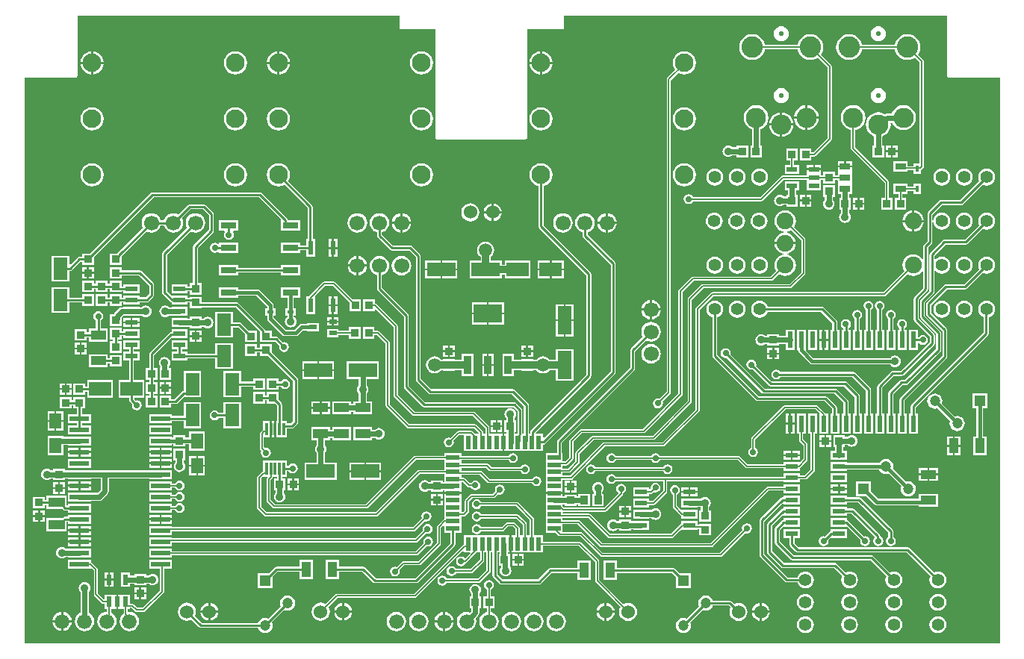
<source format=gtl>
G04*
G04 #@! TF.GenerationSoftware,Altium Limited,Altium Designer,20.1.11 (218)*
G04*
G04 Layer_Physical_Order=1*
G04 Layer_Color=255*
%FSLAX25Y25*%
%MOIN*%
G70*
G04*
G04 #@! TF.SameCoordinates,FE814F26-7F82-419D-9895-0DDABB92EEBD*
G04*
G04*
G04 #@! TF.FilePolarity,Positive*
G04*
G01*
G75*
%ADD19R,0.01181X0.05709*%
%ADD20R,0.07480X0.04331*%
%ADD21R,0.02362X0.05906*%
%ADD22R,0.05906X0.02362*%
%ADD23R,0.03622X0.03858*%
%ADD24R,0.08661X0.02362*%
%ADD25R,0.02362X0.07480*%
%ADD26R,0.03543X0.03740*%
%ADD27R,0.03740X0.03543*%
%ADD28R,0.02362X0.04724*%
%ADD29R,0.09843X0.06496*%
%ADD30R,0.06299X0.12598*%
%ADD31R,0.12598X0.06299*%
%ADD32R,0.03543X0.08465*%
%ADD33R,0.12598X0.08465*%
%ADD34R,0.07087X0.03150*%
%ADD35R,0.04331X0.06890*%
%ADD36R,0.05709X0.02362*%
%ADD37R,0.02362X0.06299*%
%ADD38R,0.03543X0.02165*%
%ADD39R,0.06890X0.04331*%
%ADD40R,0.04724X0.02362*%
%ADD41R,0.01575X0.03150*%
%ADD42R,0.04724X0.03150*%
%ADD43R,0.06299X0.09843*%
%ADD44R,0.03150X0.01575*%
%ADD45R,0.05315X0.07087*%
%ADD46R,0.09843X0.06299*%
%ADD85C,0.02756*%
%ADD90C,0.00598*%
%ADD91C,0.01000*%
%ADD92C,0.02402*%
%ADD93C,0.03201*%
%ADD94C,0.01598*%
%ADD95C,0.02400*%
%ADD96C,0.01626*%
%ADD97C,0.03200*%
%ADD98C,0.01600*%
%ADD99C,0.02366*%
%ADD100C,0.02000*%
%ADD101C,0.05512*%
%ADD102C,0.06693*%
%ADD103C,0.06600*%
%ADD104C,0.06000*%
%ADD105R,0.04724X0.04724*%
%ADD106C,0.04724*%
%ADD107R,0.04724X0.04724*%
%ADD108C,0.08268*%
%ADD109C,0.08996*%
%ADD110C,0.09524*%
%ADD111C,0.02165*%
%ADD112C,0.07480*%
%ADD113C,0.03543*%
%ADD114C,0.05906*%
G36*
X412575Y254331D02*
X412637Y254020D01*
X412813Y253757D01*
X413075Y253582D01*
X413386Y253520D01*
X436197D01*
X436197Y811D01*
X811D01*
X811Y253520D01*
X23622D01*
X23932Y253582D01*
X24195Y253757D01*
X24371Y254020D01*
X24433Y254331D01*
Y281079D01*
X168095D01*
Y275984D01*
X168156Y275677D01*
X168330Y275417D01*
X168590Y275243D01*
X168898Y275182D01*
X184229D01*
Y226772D01*
X184290Y226461D01*
X184466Y226198D01*
X184729Y226023D01*
X185039Y225961D01*
X224375D01*
X224685Y226023D01*
X224948Y226198D01*
X225124Y226461D01*
X225186Y226772D01*
Y275182D01*
X240945D01*
X241252Y275243D01*
X241512Y275417D01*
X241687Y275677D01*
X241748Y275984D01*
Y281079D01*
X412575D01*
Y254331D01*
D02*
G37*
%LPC*%
G36*
X381890Y276423D02*
X381012Y276307D01*
X380194Y275968D01*
X379492Y275429D01*
X378953Y274727D01*
X378614Y273909D01*
X378499Y273031D01*
X378614Y272154D01*
X378953Y271336D01*
X379492Y270634D01*
X380194Y270095D01*
X381012Y269756D01*
X381890Y269640D01*
X382768Y269756D01*
X383585Y270095D01*
X384288Y270634D01*
X384827Y271336D01*
X385165Y272154D01*
X385281Y273031D01*
X385165Y273909D01*
X384827Y274727D01*
X384288Y275429D01*
X383585Y275968D01*
X382768Y276307D01*
X381890Y276423D01*
D02*
G37*
G36*
X338583D02*
X337705Y276307D01*
X336887Y275968D01*
X336185Y275429D01*
X335646Y274727D01*
X335307Y273909D01*
X335191Y273031D01*
X335307Y272154D01*
X335646Y271336D01*
X336185Y270634D01*
X336887Y270095D01*
X337705Y269756D01*
X338583Y269640D01*
X339460Y269756D01*
X340278Y270095D01*
X340981Y270634D01*
X341519Y271336D01*
X341858Y272154D01*
X341974Y273031D01*
X341858Y273909D01*
X341519Y274727D01*
X340981Y275429D01*
X340278Y275968D01*
X339460Y276307D01*
X338583Y276423D01*
D02*
G37*
G36*
X394882Y272937D02*
X393378Y272740D01*
X391976Y272159D01*
X390773Y271235D01*
X389849Y270032D01*
X389268Y268630D01*
X389191Y268041D01*
X374589D01*
X374511Y268630D01*
X373931Y270032D01*
X373007Y271235D01*
X371803Y272159D01*
X370402Y272740D01*
X368898Y272937D01*
X367393Y272740D01*
X365992Y272159D01*
X364788Y271235D01*
X363865Y270032D01*
X363284Y268630D01*
X363086Y267126D01*
X363284Y265622D01*
X363865Y264220D01*
X364788Y263017D01*
X365992Y262093D01*
X367393Y261512D01*
X368898Y261314D01*
X370402Y261512D01*
X371803Y262093D01*
X373007Y263017D01*
X373931Y264220D01*
X374511Y265622D01*
X374589Y266211D01*
X389191D01*
X389268Y265622D01*
X389849Y264220D01*
X390773Y263017D01*
X391976Y262093D01*
X393378Y261512D01*
X394882Y261314D01*
X396386Y261512D01*
X397788Y262093D01*
X398259Y262455D01*
X400364Y260349D01*
Y215268D01*
X397626D01*
Y213962D01*
X394992D01*
Y216232D01*
X388669D01*
Y211484D01*
X394992D01*
Y212132D01*
X397626D01*
Y210520D01*
X400799D01*
Y212182D01*
X400897Y212202D01*
X401194Y212400D01*
X401927Y213132D01*
X401927Y213132D01*
X402125Y213429D01*
X402195Y213779D01*
X402195Y213780D01*
Y260728D01*
X402195Y260728D01*
X402125Y261079D01*
X401927Y261375D01*
X401927Y261375D01*
X399553Y263749D01*
X399915Y264220D01*
X400495Y265622D01*
X400693Y267126D01*
X400495Y268630D01*
X399915Y270032D01*
X398991Y271235D01*
X397788Y272159D01*
X396386Y272740D01*
X394882Y272937D01*
D02*
G37*
G36*
X351575D02*
X350071Y272740D01*
X348669Y272159D01*
X347465Y271235D01*
X346542Y270032D01*
X345961Y268630D01*
X345884Y268041D01*
X331282D01*
X331204Y268630D01*
X330624Y270032D01*
X329700Y271235D01*
X328496Y272159D01*
X327095Y272740D01*
X325590Y272937D01*
X324086Y272740D01*
X322685Y272159D01*
X321481Y271235D01*
X320558Y270032D01*
X319977Y268630D01*
X319779Y267126D01*
X319977Y265622D01*
X320558Y264220D01*
X321481Y263017D01*
X322685Y262093D01*
X324086Y261512D01*
X325590Y261314D01*
X327095Y261512D01*
X328496Y262093D01*
X329700Y263017D01*
X330624Y264220D01*
X331204Y265622D01*
X331282Y266211D01*
X345884D01*
X345961Y265622D01*
X346542Y264220D01*
X347465Y263017D01*
X348669Y262093D01*
X350071Y261512D01*
X351575Y261314D01*
X353079Y261512D01*
X354481Y262093D01*
X354952Y262455D01*
X359321Y258085D01*
Y226462D01*
X352967Y220108D01*
X352079D01*
Y221862D01*
X346937D01*
Y216524D01*
X352079D01*
Y218278D01*
X353346D01*
X353346Y218278D01*
X353697Y218347D01*
X353994Y218546D01*
X360883Y225435D01*
X360883Y225435D01*
X361082Y225732D01*
X361152Y226083D01*
X361151Y226083D01*
Y258465D01*
X361082Y258815D01*
X360883Y259112D01*
X360883Y259112D01*
X356246Y263749D01*
X356608Y264220D01*
X357188Y265622D01*
X357386Y267126D01*
X357188Y268630D01*
X356608Y270032D01*
X355684Y271235D01*
X354481Y272159D01*
X353079Y272740D01*
X351575Y272937D01*
D02*
G37*
G36*
X114673Y265152D02*
Y260539D01*
X119286D01*
X119175Y261380D01*
X118658Y262629D01*
X117835Y263701D01*
X116762Y264524D01*
X115514Y265041D01*
X114673Y265152D01*
D02*
G37*
G36*
X113673D02*
X112833Y265041D01*
X111584Y264524D01*
X110512Y263701D01*
X109689Y262629D01*
X109171Y261380D01*
X109061Y260539D01*
X113673D01*
Y265152D01*
D02*
G37*
G36*
X31543D02*
Y260539D01*
X36156D01*
X36045Y261380D01*
X35528Y262629D01*
X34705Y263701D01*
X33632Y264524D01*
X32383Y265041D01*
X31543Y265152D01*
D02*
G37*
G36*
X30543D02*
X29703Y265041D01*
X28454Y264524D01*
X27382Y263701D01*
X26559Y262629D01*
X26041Y261380D01*
X25931Y260539D01*
X30543D01*
Y265152D01*
D02*
G37*
G36*
X231878D02*
Y260539D01*
X236490D01*
X236379Y261380D01*
X235862Y262629D01*
X235039Y263701D01*
X233967Y264524D01*
X232718Y265041D01*
X231878Y265152D01*
D02*
G37*
G36*
X230878Y265152D02*
X230037Y265041D01*
X228788Y264524D01*
X227716Y263701D01*
X226893Y262629D01*
X226376Y261380D01*
X226265Y260539D01*
X230878D01*
Y265152D01*
D02*
G37*
G36*
X236490Y259539D02*
X231878D01*
Y254927D01*
X232718Y255037D01*
X233967Y255555D01*
X235039Y256378D01*
X235862Y257450D01*
X236379Y258699D01*
X236490Y259539D01*
D02*
G37*
G36*
X36156Y259539D02*
X31543D01*
Y254927D01*
X32383Y255037D01*
X33632Y255555D01*
X34705Y256378D01*
X35528Y257450D01*
X36045Y258699D01*
X36156Y259539D01*
D02*
G37*
G36*
X113673Y259539D02*
X109061D01*
X109171Y258699D01*
X109689Y257450D01*
X110512Y256378D01*
X111584Y255555D01*
X112833Y255037D01*
X113673Y254927D01*
Y259539D01*
D02*
G37*
G36*
X119286D02*
X114673D01*
Y254927D01*
X115514Y255037D01*
X116762Y255555D01*
X117835Y256378D01*
X118658Y257450D01*
X119175Y258699D01*
X119286Y259539D01*
D02*
G37*
G36*
X30543Y259539D02*
X25931D01*
X26041Y258699D01*
X26559Y257450D01*
X27382Y256378D01*
X28454Y255555D01*
X29703Y255037D01*
X30543Y254927D01*
Y259539D01*
D02*
G37*
G36*
X230878Y259539D02*
X226265D01*
X226376Y258699D01*
X226893Y257450D01*
X227716Y256378D01*
X228788Y255555D01*
X230037Y255037D01*
X230878Y254927D01*
Y259539D01*
D02*
G37*
G36*
X295276Y265218D02*
X293935Y265041D01*
X292686Y264524D01*
X291614Y263701D01*
X290791Y262629D01*
X290274Y261380D01*
X290097Y260039D01*
X290274Y258699D01*
X290791Y257450D01*
X291266Y256832D01*
X287739Y253305D01*
X287540Y253008D01*
X287471Y252658D01*
X287471Y252657D01*
Y113174D01*
X284335Y110039D01*
X283563Y110192D01*
X282714Y110023D01*
X281993Y109542D01*
X281512Y108822D01*
X281343Y107972D01*
X281512Y107123D01*
X281993Y106403D01*
X282714Y105922D01*
X283563Y105753D01*
X284413Y105922D01*
X285133Y106403D01*
X285614Y107123D01*
X285783Y107972D01*
X285629Y108744D01*
X289033Y112148D01*
X289033Y112148D01*
X289231Y112445D01*
X289301Y112795D01*
X289301Y112795D01*
Y252278D01*
X292625Y255602D01*
X292686Y255555D01*
X293935Y255037D01*
X295276Y254861D01*
X296616Y255037D01*
X297865Y255555D01*
X298937Y256378D01*
X299760Y257450D01*
X300277Y258699D01*
X300454Y260039D01*
X300277Y261380D01*
X299760Y262629D01*
X298937Y263701D01*
X297865Y264524D01*
X296616Y265041D01*
X295276Y265218D01*
D02*
G37*
G36*
X178071D02*
X176731Y265041D01*
X175482Y264524D01*
X174410Y263701D01*
X173587Y262629D01*
X173069Y261380D01*
X172893Y260039D01*
X173069Y258699D01*
X173587Y257450D01*
X174410Y256378D01*
X175482Y255555D01*
X176731Y255037D01*
X178071Y254861D01*
X179411Y255037D01*
X180660Y255555D01*
X181733Y256378D01*
X182556Y257450D01*
X183073Y258699D01*
X183249Y260039D01*
X183073Y261380D01*
X182556Y262629D01*
X181733Y263701D01*
X180660Y264524D01*
X179411Y265041D01*
X178071Y265218D01*
D02*
G37*
G36*
X94941D02*
X93601Y265041D01*
X92352Y264524D01*
X91280Y263701D01*
X90457Y262629D01*
X89939Y261380D01*
X89763Y260039D01*
X89939Y258699D01*
X90457Y257450D01*
X91280Y256378D01*
X92352Y255555D01*
X93601Y255037D01*
X94941Y254861D01*
X96281Y255037D01*
X97530Y255555D01*
X98603Y256378D01*
X99426Y257450D01*
X99943Y258699D01*
X100119Y260039D01*
X99943Y261380D01*
X99426Y262629D01*
X98603Y263701D01*
X97530Y264524D01*
X96281Y265041D01*
X94941Y265218D01*
D02*
G37*
G36*
X381890Y248864D02*
X381012Y248748D01*
X380194Y248409D01*
X379492Y247870D01*
X378953Y247168D01*
X378614Y246350D01*
X378499Y245472D01*
X378614Y244595D01*
X378953Y243777D01*
X379492Y243074D01*
X380194Y242536D01*
X381012Y242197D01*
X381890Y242081D01*
X382768Y242197D01*
X383585Y242536D01*
X384288Y243074D01*
X384827Y243777D01*
X385165Y244595D01*
X385281Y245472D01*
X385165Y246350D01*
X384827Y247168D01*
X384288Y247870D01*
X383585Y248409D01*
X382768Y248748D01*
X381890Y248864D01*
D02*
G37*
G36*
X338583D02*
X337705Y248748D01*
X336887Y248409D01*
X336185Y247870D01*
X335646Y247168D01*
X335307Y246350D01*
X335191Y245472D01*
X335307Y244595D01*
X335646Y243777D01*
X336185Y243074D01*
X336887Y242536D01*
X337705Y242197D01*
X338583Y242081D01*
X339460Y242197D01*
X340278Y242536D01*
X340981Y243074D01*
X341519Y243777D01*
X341858Y244595D01*
X341974Y245472D01*
X341858Y246350D01*
X341519Y247168D01*
X340981Y247870D01*
X340278Y248409D01*
X339460Y248748D01*
X338583Y248864D01*
D02*
G37*
G36*
X393110Y241175D02*
X391675Y240986D01*
X390337Y240432D01*
X389189Y239551D01*
X388308Y238403D01*
X387919Y237464D01*
X385875D01*
X385173Y237325D01*
X384871Y237123D01*
X384663Y237283D01*
X383325Y237837D01*
X381890Y238026D01*
X380454Y237837D01*
X379117Y237283D01*
X377969Y236402D01*
X377087Y235253D01*
X376533Y233916D01*
X376344Y232480D01*
X376533Y231045D01*
X377087Y229708D01*
X377969Y228559D01*
X379117Y227678D01*
X380055Y227289D01*
Y223240D01*
X379319D01*
Y217902D01*
X384461D01*
Y223240D01*
X383724D01*
Y227289D01*
X384663Y227678D01*
X385811Y228559D01*
X386692Y229708D01*
X387246Y231045D01*
X387435Y232480D01*
X387351Y233123D01*
X387769Y233552D01*
X388035Y233517D01*
X388308Y232857D01*
X389189Y231709D01*
X390337Y230827D01*
X391675Y230273D01*
X393110Y230084D01*
X394546Y230273D01*
X395883Y230827D01*
X397031Y231709D01*
X397913Y232857D01*
X398467Y234195D01*
X398656Y235630D01*
X398467Y237065D01*
X397913Y238403D01*
X397031Y239551D01*
X395883Y240432D01*
X394546Y240986D01*
X393110Y241175D01*
D02*
G37*
G36*
X350303Y241110D02*
Y236130D01*
X355283D01*
X355160Y237065D01*
X354606Y238403D01*
X353724Y239551D01*
X352576Y240432D01*
X351238Y240986D01*
X350303Y241110D01*
D02*
G37*
G36*
X349303D02*
X348368Y240986D01*
X347030Y240432D01*
X345882Y239551D01*
X345001Y238403D01*
X344447Y237065D01*
X344323Y236130D01*
X349303D01*
Y241110D01*
D02*
G37*
G36*
X339083Y237960D02*
Y232980D01*
X344062D01*
X343939Y233916D01*
X343385Y235253D01*
X342504Y236402D01*
X341355Y237283D01*
X340018Y237837D01*
X339083Y237960D01*
D02*
G37*
G36*
X338083D02*
X337147Y237837D01*
X335810Y237283D01*
X334661Y236402D01*
X333780Y235253D01*
X333226Y233916D01*
X333103Y232980D01*
X338083D01*
Y237960D01*
D02*
G37*
G36*
X355283Y235130D02*
X350303D01*
Y230150D01*
X351238Y230273D01*
X352576Y230827D01*
X353724Y231709D01*
X354606Y232857D01*
X355160Y234195D01*
X355283Y235130D01*
D02*
G37*
G36*
X349303D02*
X344323D01*
X344447Y234195D01*
X345001Y232857D01*
X345882Y231709D01*
X347030Y230827D01*
X348368Y230273D01*
X349303Y230150D01*
Y235130D01*
D02*
G37*
G36*
X295276Y240218D02*
X293935Y240041D01*
X292686Y239524D01*
X291614Y238701D01*
X290791Y237629D01*
X290274Y236380D01*
X290097Y235039D01*
X290274Y233699D01*
X290791Y232450D01*
X291614Y231378D01*
X292686Y230555D01*
X293935Y230037D01*
X295276Y229861D01*
X296616Y230037D01*
X297865Y230555D01*
X298937Y231378D01*
X299760Y232450D01*
X300277Y233699D01*
X300454Y235039D01*
X300277Y236380D01*
X299760Y237629D01*
X298937Y238701D01*
X297865Y239524D01*
X296616Y240041D01*
X295276Y240218D01*
D02*
G37*
G36*
X231378D02*
X230037Y240041D01*
X228788Y239524D01*
X227716Y238701D01*
X226893Y237629D01*
X226376Y236380D01*
X226199Y235039D01*
X226376Y233699D01*
X226893Y232450D01*
X227716Y231378D01*
X228788Y230555D01*
X230037Y230037D01*
X231378Y229861D01*
X232718Y230037D01*
X233967Y230555D01*
X235039Y231378D01*
X235862Y232450D01*
X236379Y233699D01*
X236556Y235039D01*
X236379Y236380D01*
X235862Y237629D01*
X235039Y238701D01*
X233967Y239524D01*
X232718Y240041D01*
X231378Y240218D01*
D02*
G37*
G36*
X178071D02*
X176731Y240041D01*
X175482Y239524D01*
X174410Y238701D01*
X173587Y237629D01*
X173069Y236380D01*
X172893Y235039D01*
X173069Y233699D01*
X173587Y232450D01*
X174410Y231378D01*
X175482Y230555D01*
X176731Y230037D01*
X178071Y229861D01*
X179411Y230037D01*
X180660Y230555D01*
X181733Y231378D01*
X182556Y232450D01*
X183073Y233699D01*
X183249Y235039D01*
X183073Y236380D01*
X182556Y237629D01*
X181733Y238701D01*
X180660Y239524D01*
X179411Y240041D01*
X178071Y240218D01*
D02*
G37*
G36*
X114173D02*
X112833Y240041D01*
X111584Y239524D01*
X110512Y238701D01*
X109689Y237629D01*
X109171Y236380D01*
X108995Y235039D01*
X109171Y233699D01*
X109689Y232450D01*
X110512Y231378D01*
X111584Y230555D01*
X112833Y230037D01*
X114173Y229861D01*
X115514Y230037D01*
X116762Y230555D01*
X117835Y231378D01*
X118658Y232450D01*
X119175Y233699D01*
X119351Y235039D01*
X119175Y236380D01*
X118658Y237629D01*
X117835Y238701D01*
X116762Y239524D01*
X115514Y240041D01*
X114173Y240218D01*
D02*
G37*
G36*
X94941D02*
X93601Y240041D01*
X92352Y239524D01*
X91280Y238701D01*
X90457Y237629D01*
X89939Y236380D01*
X89763Y235039D01*
X89939Y233699D01*
X90457Y232450D01*
X91280Y231378D01*
X92352Y230555D01*
X93601Y230037D01*
X94941Y229861D01*
X96281Y230037D01*
X97530Y230555D01*
X98603Y231378D01*
X99426Y232450D01*
X99943Y233699D01*
X100119Y235039D01*
X99943Y236380D01*
X99426Y237629D01*
X98603Y238701D01*
X97530Y239524D01*
X96281Y240041D01*
X94941Y240218D01*
D02*
G37*
G36*
X31043D02*
X29703Y240041D01*
X28454Y239524D01*
X27382Y238701D01*
X26559Y237629D01*
X26041Y236380D01*
X25865Y235039D01*
X26041Y233699D01*
X26559Y232450D01*
X27382Y231378D01*
X28454Y230555D01*
X29703Y230037D01*
X31043Y229861D01*
X32383Y230037D01*
X33632Y230555D01*
X34705Y231378D01*
X35528Y232450D01*
X36045Y233699D01*
X36221Y235039D01*
X36045Y236380D01*
X35528Y237629D01*
X34705Y238701D01*
X33632Y239524D01*
X32383Y240041D01*
X31043Y240218D01*
D02*
G37*
G36*
X344062Y231980D02*
X339083D01*
Y227001D01*
X340018Y227124D01*
X341355Y227678D01*
X342504Y228559D01*
X343385Y229708D01*
X343939Y231045D01*
X344062Y231980D01*
D02*
G37*
G36*
X338083D02*
X333103D01*
X333226Y231045D01*
X333780Y229708D01*
X334661Y228559D01*
X335810Y227678D01*
X337147Y227124D01*
X338083Y227001D01*
Y231980D01*
D02*
G37*
G36*
X323831Y223240D02*
X318689D01*
Y222405D01*
X316793D01*
X316257Y222816D01*
X315632Y223076D01*
X314961Y223164D01*
X314289Y223076D01*
X313664Y222816D01*
X313127Y222404D01*
X312715Y221867D01*
X312456Y221242D01*
X312368Y220571D01*
X312456Y219900D01*
X312715Y219274D01*
X313127Y218737D01*
X313664Y218325D01*
X314289Y218066D01*
X314961Y217978D01*
X315632Y218066D01*
X316257Y218325D01*
X316793Y218736D01*
X318689D01*
Y217902D01*
X323831D01*
Y223240D01*
D02*
G37*
G36*
X390563D02*
X388392D01*
Y220971D01*
X390563D01*
Y223240D01*
D02*
G37*
G36*
X387593D02*
X385421D01*
Y220971D01*
X387593D01*
Y223240D01*
D02*
G37*
G36*
X390563Y220171D02*
X388392D01*
Y217902D01*
X390563D01*
Y220171D01*
D02*
G37*
G36*
X387593D02*
X385421D01*
Y217902D01*
X387593D01*
Y220171D01*
D02*
G37*
G36*
X327362Y241175D02*
X325927Y240986D01*
X324589Y240432D01*
X323441Y239551D01*
X322560Y238403D01*
X322006Y237065D01*
X321817Y235630D01*
X322006Y234195D01*
X322560Y232857D01*
X323441Y231709D01*
X324589Y230827D01*
X325528Y230439D01*
Y223240D01*
X324791D01*
Y217902D01*
X329933D01*
Y223240D01*
X329197D01*
Y230439D01*
X330135Y230827D01*
X331283Y231709D01*
X332165Y232857D01*
X332719Y234195D01*
X332908Y235630D01*
X332719Y237065D01*
X332165Y238403D01*
X331283Y239551D01*
X330135Y240432D01*
X328798Y240986D01*
X327362Y241175D01*
D02*
G37*
G36*
X370189Y216232D02*
X367427D01*
Y214258D01*
X370189D01*
Y216232D01*
D02*
G37*
G36*
X366628D02*
X363866D01*
Y214258D01*
X366628D01*
Y216232D01*
D02*
G37*
G36*
X356410Y214579D02*
X353648D01*
Y212998D01*
X356410D01*
Y214579D01*
D02*
G37*
G36*
X352849D02*
X350087D01*
Y212998D01*
X352849D01*
Y214579D01*
D02*
G37*
G36*
X345976Y221862D02*
X340835D01*
Y216524D01*
X342490D01*
Y214579D01*
X340244D01*
Y210618D01*
X346567D01*
Y214579D01*
X344321D01*
Y216524D01*
X345976D01*
Y221862D01*
D02*
G37*
G36*
X370189Y213459D02*
X367028D01*
X363866D01*
Y211732D01*
X363866Y211358D01*
X363866Y210984D01*
Y209773D01*
X362551D01*
Y211429D01*
X357213D01*
Y209773D01*
X356410D01*
Y212199D01*
X353248D01*
X350087D01*
Y209773D01*
X339173D01*
X338823Y209704D01*
X338526Y209505D01*
X338526Y209505D01*
X329148Y200128D01*
X299250D01*
X298813Y200781D01*
X298093Y201263D01*
X297243Y201432D01*
X296394Y201263D01*
X295674Y200781D01*
X295193Y200061D01*
X295024Y199212D01*
X295193Y198362D01*
X295674Y197642D01*
X296394Y197161D01*
X297243Y196992D01*
X298093Y197161D01*
X298813Y197642D01*
X299251Y198297D01*
X329527D01*
X329528Y198297D01*
X329878Y198367D01*
X330175Y198565D01*
X339552Y207943D01*
X350087D01*
Y203138D01*
X356410D01*
Y207943D01*
X357213D01*
Y206287D01*
X362551D01*
Y207943D01*
X363513D01*
X363866Y207590D01*
X363866Y206358D01*
X363866Y205984D01*
Y201484D01*
X365193D01*
Y199716D01*
X364457D01*
Y194378D01*
X365133D01*
Y192974D01*
X364722Y192438D01*
X364463Y191813D01*
X364374Y191142D01*
X364463Y190471D01*
X364722Y189845D01*
X365134Y189308D01*
X365671Y188896D01*
X366296Y188637D01*
X366967Y188549D01*
X367638Y188637D01*
X368264Y188896D01*
X368801Y189308D01*
X369213Y189845D01*
X369472Y190471D01*
X369560Y191142D01*
X369472Y191813D01*
X369213Y192438D01*
X368802Y192974D01*
Y194378D01*
X369598D01*
Y199716D01*
X368862D01*
Y201484D01*
X370189D01*
Y205984D01*
X370189Y206358D01*
X370189Y206732D01*
Y210984D01*
X370189Y211358D01*
X370189Y211732D01*
Y213459D01*
D02*
G37*
G36*
X328898Y212843D02*
X327917Y212714D01*
X327004Y212336D01*
X326219Y211734D01*
X325617Y210949D01*
X325238Y210036D01*
X325109Y209055D01*
X325238Y208075D01*
X325617Y207161D01*
X326219Y206376D01*
X327004Y205774D01*
X327917Y205396D01*
X328898Y205267D01*
X329878Y205396D01*
X330792Y205774D01*
X331576Y206376D01*
X332178Y207161D01*
X332557Y208075D01*
X332686Y209055D01*
X332557Y210036D01*
X332178Y210949D01*
X331576Y211734D01*
X330792Y212336D01*
X329878Y212714D01*
X328898Y212843D01*
D02*
G37*
G36*
X318898D02*
X317917Y212714D01*
X317003Y212336D01*
X316219Y211734D01*
X315617Y210949D01*
X315238Y210036D01*
X315109Y209055D01*
X315238Y208075D01*
X315617Y207161D01*
X316219Y206376D01*
X317003Y205774D01*
X317917Y205396D01*
X318898Y205267D01*
X319878Y205396D01*
X320792Y205774D01*
X321576Y206376D01*
X322178Y207161D01*
X322557Y208075D01*
X322686Y209055D01*
X322557Y210036D01*
X322178Y210949D01*
X321576Y211734D01*
X320792Y212336D01*
X319878Y212714D01*
X318898Y212843D01*
D02*
G37*
G36*
X308898D02*
X307917Y212714D01*
X307003Y212336D01*
X306219Y211734D01*
X305617Y210949D01*
X305238Y210036D01*
X305109Y209055D01*
X305238Y208075D01*
X305617Y207161D01*
X306219Y206376D01*
X307003Y205774D01*
X307917Y205396D01*
X308898Y205267D01*
X309878Y205396D01*
X310792Y205774D01*
X311576Y206376D01*
X312178Y207161D01*
X312557Y208075D01*
X312686Y209055D01*
X312557Y210036D01*
X312178Y210949D01*
X311576Y211734D01*
X310792Y212336D01*
X309878Y212714D01*
X308898Y212843D01*
D02*
G37*
G36*
X430276Y212843D02*
X429295Y212714D01*
X428381Y212336D01*
X427597Y211734D01*
X426995Y210949D01*
X426616Y210036D01*
X426487Y209055D01*
X426616Y208075D01*
X426937Y207300D01*
X418394Y198758D01*
X409842D01*
X409414Y198672D01*
X409051Y198430D01*
X404129Y193508D01*
X403887Y193145D01*
X403801Y192717D01*
Y180484D01*
X402259Y178942D01*
X402016Y178578D01*
X401931Y178150D01*
Y172441D01*
X401431Y172271D01*
X400822Y173066D01*
X399832Y173826D01*
X398678Y174303D01*
X397441Y174466D01*
X396203Y174303D01*
X395050Y173826D01*
X394060Y173066D01*
X393300Y172075D01*
X392823Y170923D01*
X392660Y169685D01*
X392823Y168448D01*
X393300Y167295D01*
X393498Y167037D01*
X384133Y157672D01*
X307839D01*
X307839Y157672D01*
X307489Y157602D01*
X307192Y157404D01*
X300534Y150746D01*
X300336Y150449D01*
X300266Y150098D01*
X300266Y150098D01*
Y105240D01*
X285607Y90581D01*
X259683D01*
X259333Y90511D01*
X259036Y90312D01*
X259036Y90312D01*
X244442Y75718D01*
X241055D01*
Y77038D01*
X243799D01*
X243799Y77038D01*
X244149Y77107D01*
X244446Y77306D01*
X248285Y81144D01*
X248483Y81441D01*
X248553Y81791D01*
X248553Y81791D01*
Y85349D01*
X254907Y91703D01*
X281496D01*
X281496Y91703D01*
X281846Y91773D01*
X282143Y91971D01*
X298383Y108211D01*
X298383Y108211D01*
X298582Y108508D01*
X298651Y108858D01*
Y154148D01*
X303922Y159419D01*
X342618D01*
X342618Y159419D01*
X342968Y159489D01*
X343265Y159687D01*
X349072Y165495D01*
X349072Y165495D01*
X349271Y165791D01*
X349340Y166142D01*
X349340Y166142D01*
Y181299D01*
X349271Y181649D01*
X349072Y181946D01*
X349072Y181946D01*
X344297Y186722D01*
X344495Y186979D01*
X344972Y188133D01*
X345135Y189370D01*
X344972Y190608D01*
X344495Y191761D01*
X343735Y192751D01*
X342745Y193511D01*
X341592Y193988D01*
X340354Y194151D01*
X339117Y193988D01*
X337964Y193511D01*
X336974Y192751D01*
X336214Y191761D01*
X335736Y190608D01*
X335573Y189370D01*
X335736Y188133D01*
X336214Y186979D01*
X336974Y185989D01*
X337964Y185230D01*
X339117Y184752D01*
X339504Y184701D01*
Y184197D01*
X339117Y184146D01*
X337964Y183668D01*
X336974Y182908D01*
X336214Y181918D01*
X335736Y180765D01*
X335639Y180027D01*
X340354D01*
X345070D01*
X344972Y180765D01*
X344495Y181918D01*
X343735Y182908D01*
X342745Y183668D01*
X341592Y184146D01*
X341205Y184197D01*
Y184701D01*
X341592Y184752D01*
X342745Y185230D01*
X343003Y185427D01*
X347510Y180920D01*
Y166521D01*
X342239Y161250D01*
X303543D01*
X303543Y161250D01*
X303193Y161180D01*
X302896Y160982D01*
X302896Y160982D01*
X297089Y155175D01*
X296891Y154878D01*
X296821Y154528D01*
X296821Y154527D01*
Y109237D01*
X281117Y93533D01*
X254528D01*
X254528Y93533D01*
X254177Y93464D01*
X253880Y93265D01*
X253880Y93265D01*
X246991Y86375D01*
X246792Y86079D01*
X246723Y85728D01*
X246723Y85728D01*
Y82170D01*
X243420Y78868D01*
X241055D01*
Y80248D01*
X242580D01*
X242580Y80248D01*
X242931Y80317D01*
X243228Y80516D01*
X245529Y82817D01*
X245529Y82817D01*
X245727Y83114D01*
X245797Y83465D01*
X245797Y83465D01*
Y90861D01*
X249592Y94656D01*
X277165D01*
X277165Y94656D01*
X277516Y94725D01*
X277813Y94924D01*
X294250Y111361D01*
X294250Y111361D01*
X294448Y111658D01*
X294518Y112008D01*
Y157790D01*
X299493Y162766D01*
X334350D01*
X334350Y162766D01*
X334701Y162836D01*
X334998Y163034D01*
X337706Y165742D01*
X337964Y165544D01*
X339117Y165067D01*
X340354Y164904D01*
X341592Y165067D01*
X342745Y165544D01*
X343735Y166304D01*
X344495Y167295D01*
X344972Y168448D01*
X345135Y169685D01*
X344972Y170923D01*
X344495Y172075D01*
X343735Y173066D01*
X342745Y173826D01*
X341592Y174303D01*
X341205Y174354D01*
Y174858D01*
X341592Y174909D01*
X342745Y175387D01*
X343735Y176147D01*
X344495Y177137D01*
X344972Y178290D01*
X345070Y179027D01*
X340354D01*
X335639D01*
X335736Y178290D01*
X336214Y177137D01*
X336974Y176147D01*
X337964Y175387D01*
X339117Y174909D01*
X339504Y174858D01*
Y174354D01*
X339117Y174303D01*
X337964Y173826D01*
X336974Y173066D01*
X336214Y172075D01*
X335736Y170923D01*
X335573Y169685D01*
X335736Y168448D01*
X336214Y167295D01*
X336412Y167037D01*
X333971Y164596D01*
X299114D01*
X299114Y164596D01*
X298764Y164527D01*
X298467Y164328D01*
X298467Y164328D01*
X292955Y158817D01*
X292757Y158519D01*
X292687Y158169D01*
X292687Y158169D01*
Y112387D01*
X276786Y96486D01*
X249213D01*
X249213Y96486D01*
X248862Y96416D01*
X248565Y96218D01*
X248565Y96218D01*
X244235Y91887D01*
X244036Y91590D01*
X243967Y91240D01*
X243967Y91240D01*
Y83844D01*
X242201Y82078D01*
X241055D01*
Y85642D01*
X240687D01*
Y90422D01*
X273036Y122771D01*
X273279Y123134D01*
X273364Y123563D01*
Y131229D01*
X278308Y136173D01*
X278320Y136164D01*
X279377Y135726D01*
X280512Y135577D01*
X281646Y135726D01*
X282704Y136164D01*
X283612Y136861D01*
X284308Y137769D01*
X284746Y138826D01*
X284896Y139961D01*
X284746Y141095D01*
X284308Y142153D01*
X283612Y143061D01*
X282704Y143757D01*
X281646Y144195D01*
X280512Y144345D01*
X279377Y144195D01*
X278320Y143757D01*
X277412Y143061D01*
X276715Y142153D01*
X276277Y141095D01*
X276128Y139961D01*
X276277Y138826D01*
X276715Y137769D01*
X276724Y137757D01*
X271452Y132485D01*
X271209Y132122D01*
X271124Y131693D01*
Y124027D01*
X238775Y91678D01*
X238532Y91314D01*
X238447Y90886D01*
Y85642D01*
X233551D01*
Y81681D01*
Y78531D01*
Y75382D01*
Y72232D01*
Y69083D01*
Y68313D01*
X241055D01*
Y69083D01*
Y73888D01*
X244821D01*
X244821Y73888D01*
X245171Y73958D01*
X245468Y74156D01*
X260063Y88750D01*
X285986D01*
X285986Y88750D01*
X286336Y88820D01*
X286633Y89018D01*
X301828Y104214D01*
X301828Y104214D01*
X302027Y104510D01*
X302096Y104861D01*
X302096Y104861D01*
Y149719D01*
X308218Y155841D01*
X384512D01*
X384512Y155841D01*
X384863Y155911D01*
X385160Y156109D01*
X394793Y165742D01*
X395050Y165544D01*
X396203Y165067D01*
X397441Y164904D01*
X398678Y165067D01*
X399832Y165544D01*
X400822Y166304D01*
X401431Y167099D01*
X401931Y166929D01*
Y159519D01*
X398027Y155615D01*
X397784Y155251D01*
X397699Y154823D01*
Y145571D01*
X397784Y145142D01*
X398027Y144779D01*
X404884Y137922D01*
Y135405D01*
X391957Y122478D01*
X388386D01*
X387957Y122393D01*
X387594Y122150D01*
X381688Y116245D01*
X381446Y115881D01*
X381360Y115453D01*
Y103457D01*
X380500D01*
Y94378D01*
X384461D01*
Y103457D01*
X383600D01*
Y114989D01*
X388850Y120238D01*
X392421D01*
X392850Y120324D01*
X393213Y120566D01*
X406796Y134149D01*
X407039Y134512D01*
X407124Y134941D01*
Y138386D01*
X407039Y138814D01*
X406796Y139178D01*
X399939Y146035D01*
Y154359D01*
X403843Y158263D01*
X404086Y158626D01*
X404171Y159055D01*
Y177686D01*
X405713Y179228D01*
X405956Y179591D01*
X406041Y180020D01*
Y188928D01*
X406541Y188961D01*
X406616Y188390D01*
X406995Y187476D01*
X407597Y186691D01*
X408381Y186089D01*
X409295Y185711D01*
X410276Y185582D01*
X411256Y185711D01*
X412170Y186089D01*
X412954Y186691D01*
X413556Y187476D01*
X413935Y188390D01*
X414064Y189370D01*
X413935Y190351D01*
X413556Y191264D01*
X412954Y192049D01*
X412170Y192651D01*
X411256Y193029D01*
X410276Y193158D01*
X409295Y193029D01*
X408381Y192651D01*
X407597Y192049D01*
X406995Y191264D01*
X406616Y190351D01*
X406541Y189780D01*
X406041Y189812D01*
Y192253D01*
X410306Y196518D01*
X418858D01*
X419287Y196603D01*
X419650Y196846D01*
X428521Y205717D01*
X429295Y205396D01*
X430276Y205267D01*
X431256Y205396D01*
X432170Y205774D01*
X432954Y206376D01*
X433556Y207161D01*
X433935Y208075D01*
X434064Y209055D01*
X433935Y210036D01*
X433556Y210949D01*
X432954Y211734D01*
X432170Y212336D01*
X431256Y212714D01*
X430276Y212843D01*
D02*
G37*
G36*
X420276D02*
X419295Y212714D01*
X418381Y212336D01*
X417597Y211734D01*
X416995Y210949D01*
X416616Y210036D01*
X416487Y209055D01*
X416616Y208075D01*
X416995Y207161D01*
X417597Y206376D01*
X418381Y205774D01*
X419295Y205396D01*
X420276Y205267D01*
X421256Y205396D01*
X422170Y205774D01*
X422954Y206376D01*
X423556Y207161D01*
X423935Y208075D01*
X424064Y209055D01*
X423935Y210036D01*
X423556Y210949D01*
X422954Y211734D01*
X422170Y212336D01*
X421256Y212714D01*
X420276Y212843D01*
D02*
G37*
G36*
X410276D02*
X409295Y212714D01*
X408381Y212336D01*
X407597Y211734D01*
X406995Y210949D01*
X406616Y210036D01*
X406487Y209055D01*
X406616Y208075D01*
X406995Y207161D01*
X407597Y206376D01*
X408381Y205774D01*
X409295Y205396D01*
X410276Y205267D01*
X411256Y205396D01*
X412170Y205774D01*
X412954Y206376D01*
X413556Y207161D01*
X413935Y208075D01*
X414064Y209055D01*
X413935Y210036D01*
X413556Y210949D01*
X412954Y211734D01*
X412170Y212336D01*
X411256Y212714D01*
X410276Y212843D01*
D02*
G37*
G36*
X295276Y215218D02*
X293935Y215041D01*
X292686Y214524D01*
X291614Y213701D01*
X290791Y212629D01*
X290274Y211380D01*
X290097Y210039D01*
X290274Y208699D01*
X290791Y207450D01*
X291614Y206378D01*
X292686Y205555D01*
X293935Y205037D01*
X295276Y204861D01*
X296616Y205037D01*
X297865Y205555D01*
X298937Y206378D01*
X299760Y207450D01*
X300277Y208699D01*
X300454Y210039D01*
X300277Y211380D01*
X299760Y212629D01*
X298937Y213701D01*
X297865Y214524D01*
X296616Y215041D01*
X295276Y215218D01*
D02*
G37*
G36*
X178071D02*
X176731Y215041D01*
X175482Y214524D01*
X174410Y213701D01*
X173587Y212629D01*
X173069Y211380D01*
X172893Y210039D01*
X173069Y208699D01*
X173587Y207450D01*
X174410Y206378D01*
X175482Y205555D01*
X176731Y205037D01*
X178071Y204861D01*
X179411Y205037D01*
X180660Y205555D01*
X181733Y206378D01*
X182556Y207450D01*
X183073Y208699D01*
X183249Y210039D01*
X183073Y211380D01*
X182556Y212629D01*
X181733Y213701D01*
X180660Y214524D01*
X179411Y215041D01*
X178071Y215218D01*
D02*
G37*
G36*
X94941D02*
X93601Y215041D01*
X92352Y214524D01*
X91280Y213701D01*
X90457Y212629D01*
X89939Y211380D01*
X89763Y210039D01*
X89939Y208699D01*
X90457Y207450D01*
X91280Y206378D01*
X92352Y205555D01*
X93601Y205037D01*
X94941Y204861D01*
X96281Y205037D01*
X97530Y205555D01*
X98603Y206378D01*
X99426Y207450D01*
X99943Y208699D01*
X100119Y210039D01*
X99943Y211380D01*
X99426Y212629D01*
X98603Y213701D01*
X97530Y214524D01*
X96281Y215041D01*
X94941Y215218D01*
D02*
G37*
G36*
X31043D02*
X29703Y215041D01*
X28454Y214524D01*
X27382Y213701D01*
X26559Y212629D01*
X26041Y211380D01*
X25865Y210039D01*
X26041Y208699D01*
X26559Y207450D01*
X27382Y206378D01*
X28454Y205555D01*
X29703Y205037D01*
X31043Y204861D01*
X32383Y205037D01*
X33632Y205555D01*
X34705Y206378D01*
X35528Y207450D01*
X36045Y208699D01*
X36221Y210039D01*
X36045Y211380D01*
X35528Y212629D01*
X34705Y213701D01*
X33632Y214524D01*
X32383Y215041D01*
X31043Y215218D01*
D02*
G37*
G36*
X394992Y206232D02*
X388669D01*
Y201484D01*
X390915D01*
Y199716D01*
X389260D01*
Y194378D01*
X394402D01*
Y199716D01*
X392746D01*
Y201484D01*
X394992D01*
Y202923D01*
X397626D01*
Y201465D01*
X400799D01*
Y206213D01*
X397626D01*
Y204754D01*
X394992D01*
Y206232D01*
D02*
G37*
G36*
X346567Y207098D02*
X340244D01*
Y203138D01*
X341571D01*
Y201291D01*
X340835D01*
Y200457D01*
X339764D01*
X339228Y200868D01*
X338603Y201127D01*
X337932Y201215D01*
X337261Y201127D01*
X336635Y200868D01*
X336098Y200456D01*
X335686Y199919D01*
X335427Y199293D01*
X335339Y198622D01*
X335427Y197951D01*
X335686Y197326D01*
X336098Y196789D01*
X336635Y196376D01*
X337261Y196117D01*
X337932Y196029D01*
X338603Y196117D01*
X339228Y196376D01*
X339764Y196788D01*
X340835D01*
Y195953D01*
X345976D01*
Y201291D01*
X345240D01*
Y203138D01*
X346567D01*
Y207098D01*
D02*
G37*
G36*
X352079Y201291D02*
X349907D01*
Y199022D01*
X352079D01*
Y201291D01*
D02*
G37*
G36*
X349108D02*
X346937D01*
Y199022D01*
X349108D01*
Y201291D01*
D02*
G37*
G36*
X375701Y199716D02*
X373530D01*
Y197447D01*
X375701D01*
Y199716D01*
D02*
G37*
G36*
X372730D02*
X370559D01*
Y197447D01*
X372730D01*
Y199716D01*
D02*
G37*
G36*
X352079Y198222D02*
X349907D01*
Y195953D01*
X352079D01*
Y198222D01*
D02*
G37*
G36*
X349108D02*
X346937D01*
Y195953D01*
X349108D01*
Y198222D01*
D02*
G37*
G36*
X362551Y205327D02*
X357213D01*
Y200185D01*
X357987D01*
Y198880D01*
X357576Y198344D01*
X357317Y197718D01*
X357229Y197047D01*
X357317Y196376D01*
X357576Y195751D01*
X357988Y195214D01*
X358525Y194802D01*
X359151Y194543D01*
X359822Y194454D01*
X360493Y194543D01*
X361118Y194802D01*
X361655Y195214D01*
X362067Y195751D01*
X362326Y196376D01*
X362415Y197047D01*
X362326Y197718D01*
X362067Y198344D01*
X361656Y198880D01*
Y200185D01*
X362551D01*
Y205327D01*
D02*
G37*
G36*
X375701Y196648D02*
X373530D01*
Y194378D01*
X375701D01*
Y196648D01*
D02*
G37*
G36*
X372730D02*
X370559D01*
Y194378D01*
X372730D01*
Y196648D01*
D02*
G37*
G36*
X370669Y241175D02*
X369234Y240986D01*
X367897Y240432D01*
X366748Y239551D01*
X365867Y238403D01*
X365313Y237065D01*
X365124Y235630D01*
X365313Y234195D01*
X365867Y232857D01*
X366748Y231709D01*
X367897Y230827D01*
X369234Y230273D01*
X369754Y230205D01*
Y221945D01*
X369754Y221945D01*
X369824Y221595D01*
X370022Y221298D01*
X384813Y206507D01*
Y199716D01*
X383157D01*
Y194378D01*
X388299D01*
Y199716D01*
X386644D01*
Y206886D01*
X386644Y206886D01*
X386574Y207236D01*
X386375Y207533D01*
X386375Y207533D01*
X371585Y222324D01*
Y230205D01*
X372105Y230273D01*
X373442Y230827D01*
X374590Y231709D01*
X375472Y232857D01*
X376026Y234195D01*
X376215Y235630D01*
X376026Y237065D01*
X375472Y238403D01*
X374590Y239551D01*
X373442Y240432D01*
X372105Y240986D01*
X370669Y241175D01*
D02*
G37*
G36*
X210343Y197276D02*
Y193807D01*
X213811D01*
X213740Y194351D01*
X213336Y195324D01*
X212695Y196160D01*
X211860Y196801D01*
X210887Y197204D01*
X210343Y197276D01*
D02*
G37*
G36*
X209343Y197276D02*
X208798Y197204D01*
X207825Y196801D01*
X206990Y196160D01*
X206348Y195324D01*
X205945Y194351D01*
X205874Y193807D01*
X209343D01*
Y197276D01*
D02*
G37*
G36*
X397941Y194085D02*
Y189870D01*
X402156D01*
X402059Y190608D01*
X401581Y191761D01*
X400822Y192751D01*
X399832Y193511D01*
X398678Y193988D01*
X397941Y194085D01*
D02*
G37*
G36*
X396941Y194085D02*
X396203Y193988D01*
X395050Y193511D01*
X394060Y192751D01*
X393300Y191761D01*
X392823Y190608D01*
X392726Y189870D01*
X396941D01*
Y194085D01*
D02*
G37*
G36*
X209343Y192807D02*
X205874D01*
X205945Y192263D01*
X206348Y191290D01*
X206990Y190454D01*
X207825Y189813D01*
X208798Y189410D01*
X209343Y189338D01*
Y192807D01*
D02*
G37*
G36*
X213811D02*
X210343D01*
Y189338D01*
X210887Y189410D01*
X211860Y189813D01*
X212695Y190454D01*
X213336Y191290D01*
X213740Y192263D01*
X213811Y192807D01*
D02*
G37*
G36*
X199843Y197342D02*
X198798Y197204D01*
X197825Y196801D01*
X196990Y196160D01*
X196349Y195324D01*
X195946Y194351D01*
X195808Y193307D01*
X195946Y192263D01*
X196349Y191290D01*
X196990Y190454D01*
X197825Y189813D01*
X198798Y189410D01*
X199843Y189273D01*
X200887Y189410D01*
X201860Y189813D01*
X202695Y190454D01*
X203337Y191290D01*
X203740Y192263D01*
X203877Y193307D01*
X203740Y194351D01*
X203337Y195324D01*
X202695Y196160D01*
X201860Y196801D01*
X200887Y197204D01*
X199843Y197342D01*
D02*
G37*
G36*
X169595Y192901D02*
Y189083D01*
X173413D01*
X173329Y189717D01*
X172891Y190775D01*
X172194Y191683D01*
X171286Y192379D01*
X170229Y192817D01*
X169595Y192901D01*
D02*
G37*
G36*
X261327Y192901D02*
Y189083D01*
X265145D01*
X265061Y189717D01*
X264623Y190775D01*
X263927Y191683D01*
X263019Y192379D01*
X261961Y192817D01*
X261327Y192901D01*
D02*
G37*
G36*
X260327Y192901D02*
X259692Y192817D01*
X258635Y192379D01*
X257727Y191683D01*
X257030Y190775D01*
X256592Y189717D01*
X256509Y189083D01*
X260327D01*
Y192901D01*
D02*
G37*
G36*
X168595Y192901D02*
X167960Y192817D01*
X166902Y192379D01*
X165995Y191683D01*
X165298Y190775D01*
X164860Y189717D01*
X164776Y189083D01*
X168595D01*
Y192901D01*
D02*
G37*
G36*
X430276Y193158D02*
X429295Y193029D01*
X428381Y192651D01*
X427597Y192049D01*
X426995Y191264D01*
X426616Y190351D01*
X426487Y189370D01*
X426616Y188390D01*
X426937Y187615D01*
X420461Y181140D01*
X411417D01*
X410989Y181054D01*
X410625Y180812D01*
X405015Y175201D01*
X404772Y174838D01*
X404687Y174409D01*
Y158239D01*
X400783Y154335D01*
X400540Y153972D01*
X400455Y153543D01*
Y146752D01*
X400540Y146323D01*
X400783Y145960D01*
X407738Y139005D01*
Y132354D01*
X393827Y118443D01*
X392224D01*
X391796Y118358D01*
X391432Y118115D01*
X386688Y113371D01*
X386446Y113007D01*
X386360Y112579D01*
Y103457D01*
X385500D01*
Y94378D01*
X389461D01*
Y103457D01*
X388600D01*
Y112115D01*
X392688Y116203D01*
X394291D01*
X394720Y116288D01*
X395083Y116531D01*
X409650Y131098D01*
X409893Y131461D01*
X409978Y131890D01*
Y139469D01*
X409893Y139897D01*
X409650Y140260D01*
X402695Y147216D01*
Y153079D01*
X406599Y156984D01*
X406842Y157347D01*
X406927Y157776D01*
Y167058D01*
X407427Y167228D01*
X407597Y167006D01*
X408381Y166404D01*
X409295Y166026D01*
X410276Y165897D01*
X411256Y166026D01*
X412170Y166404D01*
X412954Y167006D01*
X413556Y167791D01*
X413935Y168704D01*
X414064Y169685D01*
X413935Y170666D01*
X413556Y171579D01*
X412954Y172364D01*
X412170Y172966D01*
X411256Y173344D01*
X410276Y173473D01*
X409295Y173344D01*
X408381Y172966D01*
X407597Y172364D01*
X407427Y172143D01*
X406927Y172312D01*
Y173946D01*
X411881Y178900D01*
X420925D01*
X421354Y178985D01*
X421717Y179228D01*
X428521Y186031D01*
X429295Y185711D01*
X430276Y185582D01*
X431256Y185711D01*
X432170Y186089D01*
X432954Y186691D01*
X433556Y187476D01*
X433935Y188390D01*
X434064Y189370D01*
X433935Y190351D01*
X433556Y191264D01*
X432954Y192049D01*
X432170Y192651D01*
X431256Y193029D01*
X430276Y193158D01*
D02*
G37*
G36*
X420276D02*
X419295Y193029D01*
X418381Y192651D01*
X417597Y192049D01*
X416995Y191264D01*
X416616Y190351D01*
X416487Y189370D01*
X416616Y188390D01*
X416995Y187476D01*
X417597Y186691D01*
X418381Y186089D01*
X419295Y185711D01*
X420276Y185582D01*
X421256Y185711D01*
X422170Y186089D01*
X422954Y186691D01*
X423556Y187476D01*
X423935Y188390D01*
X424064Y189370D01*
X423935Y190351D01*
X423556Y191264D01*
X422954Y192049D01*
X422170Y192651D01*
X421256Y193029D01*
X420276Y193158D01*
D02*
G37*
G36*
X328740Y193158D02*
X327760Y193029D01*
X326846Y192651D01*
X326061Y192049D01*
X325459Y191264D01*
X325081Y190351D01*
X324952Y189370D01*
X325081Y188390D01*
X325459Y187476D01*
X326061Y186691D01*
X326846Y186089D01*
X327760Y185711D01*
X328740Y185582D01*
X329721Y185711D01*
X330634Y186089D01*
X331419Y186691D01*
X332021Y187476D01*
X332399Y188390D01*
X332528Y189370D01*
X332399Y190351D01*
X332021Y191264D01*
X331419Y192049D01*
X330634Y192651D01*
X329721Y193029D01*
X328740Y193158D01*
D02*
G37*
G36*
X318740D02*
X317760Y193029D01*
X316846Y192651D01*
X316061Y192049D01*
X315459Y191264D01*
X315081Y190351D01*
X314952Y189370D01*
X315081Y188390D01*
X315459Y187476D01*
X316061Y186691D01*
X316846Y186089D01*
X317760Y185711D01*
X318740Y185582D01*
X319721Y185711D01*
X320634Y186089D01*
X321419Y186691D01*
X322021Y187476D01*
X322399Y188390D01*
X322529Y189370D01*
X322399Y190351D01*
X322021Y191264D01*
X321419Y192049D01*
X320634Y192651D01*
X319721Y193029D01*
X318740Y193158D01*
D02*
G37*
G36*
X308740D02*
X307760Y193029D01*
X306846Y192651D01*
X306061Y192049D01*
X305459Y191264D01*
X305081Y190351D01*
X304952Y189370D01*
X305081Y188390D01*
X305459Y187476D01*
X306061Y186691D01*
X306846Y186089D01*
X307760Y185711D01*
X308740Y185582D01*
X309721Y185711D01*
X310634Y186089D01*
X311419Y186691D01*
X312021Y187476D01*
X312399Y188390D01*
X312528Y189370D01*
X312399Y190351D01*
X312021Y191264D01*
X311419Y192049D01*
X310634Y192651D01*
X309721Y193029D01*
X308740Y193158D01*
D02*
G37*
G36*
X105890Y202301D02*
X57972D01*
X57544Y202216D01*
X57181Y201973D01*
X30121Y174913D01*
X26465D01*
Y173462D01*
X25295D01*
X24867Y173377D01*
X24503Y173134D01*
X21438Y170069D01*
X20976Y170261D01*
Y173805D01*
X13079D01*
Y162365D01*
X20976D01*
Y167019D01*
X21091D01*
X21520Y167104D01*
X21883Y167347D01*
X25759Y171223D01*
X26465D01*
Y169772D01*
X31803D01*
Y173428D01*
X58436Y200061D01*
X105426D01*
X115400Y190087D01*
X115287Y189815D01*
X115287D01*
Y185067D01*
X123972D01*
Y189815D01*
X118261D01*
Y189930D01*
X118176Y190358D01*
X117933Y190722D01*
X106682Y201973D01*
X106318Y202216D01*
X105890Y202301D01*
D02*
G37*
G36*
X402156Y188870D02*
X397941D01*
Y184655D01*
X398678Y184752D01*
X399832Y185230D01*
X400822Y185989D01*
X401581Y186979D01*
X402059Y188133D01*
X402156Y188870D01*
D02*
G37*
G36*
X396941D02*
X392726D01*
X392823Y188133D01*
X393300Y186979D01*
X394060Y185989D01*
X395050Y185230D01*
X396203Y184752D01*
X396941Y184655D01*
Y188870D01*
D02*
G37*
G36*
X260327Y188083D02*
X256509D01*
X256592Y187448D01*
X257030Y186391D01*
X257727Y185483D01*
X258635Y184786D01*
X259692Y184348D01*
X260327Y184265D01*
Y188083D01*
D02*
G37*
G36*
X173413D02*
X169595D01*
Y184265D01*
X170229Y184348D01*
X171286Y184786D01*
X172194Y185483D01*
X172891Y186391D01*
X173329Y187448D01*
X173413Y188083D01*
D02*
G37*
G36*
X168595D02*
X164776D01*
X164860Y187448D01*
X165298Y186391D01*
X165995Y185483D01*
X166902Y184786D01*
X167960Y184348D01*
X168595Y184265D01*
Y188083D01*
D02*
G37*
G36*
X265145D02*
X261327D01*
Y184265D01*
X261961Y184348D01*
X263019Y184786D01*
X263927Y185483D01*
X264623Y186391D01*
X265061Y187448D01*
X265145Y188083D01*
D02*
G37*
G36*
X241142Y192967D02*
X240007Y192817D01*
X238950Y192379D01*
X238042Y191683D01*
X237345Y190775D01*
X236907Y189717D01*
X236758Y188583D01*
X236907Y187448D01*
X237345Y186391D01*
X238042Y185483D01*
X238950Y184786D01*
X240007Y184348D01*
X241142Y184199D01*
X242276Y184348D01*
X243334Y184786D01*
X244242Y185483D01*
X244938Y186391D01*
X245376Y187448D01*
X245526Y188583D01*
X245376Y189717D01*
X244938Y190775D01*
X244242Y191683D01*
X243334Y192379D01*
X242276Y192817D01*
X241142Y192967D01*
D02*
G37*
G36*
X149409D02*
X148275Y192817D01*
X147217Y192379D01*
X146309Y191683D01*
X145613Y190775D01*
X145175Y189717D01*
X145026Y188583D01*
X145175Y187448D01*
X145613Y186391D01*
X146309Y185483D01*
X147217Y184786D01*
X148275Y184348D01*
X149409Y184199D01*
X150544Y184348D01*
X151601Y184786D01*
X152509Y185483D01*
X153206Y186391D01*
X153644Y187448D01*
X153793Y188583D01*
X153644Y189717D01*
X153206Y190775D01*
X152509Y191683D01*
X151601Y192379D01*
X150544Y192817D01*
X149409Y192967D01*
D02*
G37*
G36*
X77165D02*
X76031Y192817D01*
X74973Y192379D01*
X74065Y191683D01*
X73369Y190775D01*
X72931Y189717D01*
X72781Y188583D01*
X72931Y187448D01*
X73369Y186391D01*
X73378Y186379D01*
X62559Y175560D01*
X62316Y175196D01*
X62230Y174768D01*
Y157516D01*
X62316Y157087D01*
X62559Y156724D01*
X65980Y153303D01*
X66343Y153060D01*
X66425Y153043D01*
Y152114D01*
X73732D01*
Y152974D01*
X74496D01*
Y150421D01*
X79835D01*
Y150849D01*
X95008D01*
X105795Y140062D01*
Y135323D01*
X111134D01*
Y135619D01*
X112646D01*
X114565Y133700D01*
X114460Y133169D01*
X114629Y132320D01*
X115110Y131600D01*
X115830Y131119D01*
X116680Y130949D01*
X117529Y131119D01*
X118249Y131600D01*
X118730Y132320D01*
X118899Y133169D01*
X118730Y134019D01*
X118249Y134739D01*
X117529Y135220D01*
X116680Y135389D01*
X116149Y135284D01*
X113902Y137531D01*
X113539Y137773D01*
X113110Y137858D01*
X111134D01*
Y140465D01*
X108215D01*
X108159Y140745D01*
X107916Y141109D01*
X96264Y152760D01*
X95901Y153003D01*
X95472Y153088D01*
X79835D01*
Y155563D01*
X74496D01*
Y155214D01*
X73732D01*
Y156075D01*
X66425D01*
X66425Y156075D01*
Y156075D01*
X66070Y156380D01*
X64470Y157980D01*
Y174304D01*
X74962Y184795D01*
X74973Y184786D01*
X76031Y184348D01*
X77165Y184199D01*
X78300Y184348D01*
X79357Y184786D01*
X80265Y185483D01*
X80962Y186391D01*
X81400Y187448D01*
X81549Y188583D01*
X81400Y189717D01*
X80962Y190775D01*
X80265Y191683D01*
X79357Y192379D01*
X78300Y192817D01*
X77165Y192967D01*
D02*
G37*
G36*
X96413Y189815D02*
X87728D01*
Y185067D01*
X90037D01*
X90304Y184567D01*
X90020Y184142D01*
X89851Y183292D01*
X90020Y182442D01*
X90501Y181722D01*
X91221Y181241D01*
X92071Y181072D01*
X92920Y181241D01*
X93641Y181722D01*
X94122Y182442D01*
X94291Y183292D01*
X94122Y184142D01*
X93837Y184567D01*
X94105Y185067D01*
X96413D01*
Y189815D01*
D02*
G37*
G36*
Y179815D02*
X87728D01*
Y179433D01*
X87228Y179170D01*
X86725Y179506D01*
X85876Y179675D01*
X85027Y179506D01*
X84306Y179025D01*
X83825Y178305D01*
X83656Y177455D01*
X83825Y176606D01*
X84306Y175886D01*
X85027Y175405D01*
X85876Y175236D01*
X86725Y175405D01*
X87228Y175741D01*
X87728Y175478D01*
Y175067D01*
X96413D01*
Y179815D01*
D02*
G37*
G36*
X114173Y215218D02*
X112833Y215041D01*
X111584Y214524D01*
X110512Y213701D01*
X109689Y212629D01*
X109171Y211380D01*
X108995Y210039D01*
X109171Y208699D01*
X109689Y207450D01*
X110512Y206378D01*
X111584Y205555D01*
X112833Y205037D01*
X114173Y204861D01*
X115514Y205037D01*
X116762Y205555D01*
X116939Y205690D01*
X127266Y195363D01*
Y181311D01*
X126484D01*
Y178561D01*
X123972D01*
Y179815D01*
X115287D01*
Y175067D01*
X123972D01*
Y176321D01*
X126484D01*
Y173413D01*
X130445D01*
Y181311D01*
X129506D01*
Y195827D01*
X129420Y196255D01*
X129178Y196619D01*
X118523Y207274D01*
X118658Y207450D01*
X119175Y208699D01*
X119351Y210039D01*
X119175Y211380D01*
X118658Y212629D01*
X117835Y213701D01*
X116762Y214524D01*
X115514Y215041D01*
X114173Y215218D01*
D02*
G37*
G36*
X140445Y181311D02*
X138864D01*
Y177762D01*
X140445D01*
Y181311D01*
D02*
G37*
G36*
X138065D02*
X136484D01*
Y177762D01*
X138065D01*
Y181311D01*
D02*
G37*
G36*
X140445Y176963D02*
X138864D01*
Y173413D01*
X140445D01*
Y176963D01*
D02*
G37*
G36*
X138065D02*
X136484D01*
Y173413D01*
X138065D01*
Y176963D01*
D02*
G37*
G36*
X149909Y173806D02*
Y169988D01*
X153727D01*
X153644Y170623D01*
X153206Y171680D01*
X152509Y172588D01*
X151601Y173285D01*
X150544Y173723D01*
X149909Y173806D01*
D02*
G37*
G36*
X148909D02*
X148275Y173723D01*
X147217Y173285D01*
X146309Y172588D01*
X145613Y171680D01*
X145175Y170623D01*
X145091Y169988D01*
X148909D01*
Y173806D01*
D02*
G37*
G36*
X123972Y169815D02*
X115287D01*
Y168561D01*
X96413D01*
Y169815D01*
X87728D01*
Y165067D01*
X96413D01*
Y166321D01*
X115287D01*
Y165067D01*
X123972D01*
Y169815D01*
D02*
G37*
G36*
X241449Y171764D02*
X236128D01*
Y168116D01*
X241449D01*
Y171764D01*
D02*
G37*
G36*
X235329D02*
X230008D01*
Y168116D01*
X235329D01*
Y171764D01*
D02*
G37*
G36*
X193938Y171665D02*
X187239D01*
Y168116D01*
X193938D01*
Y171665D01*
D02*
G37*
G36*
X186440D02*
X179741D01*
Y168116D01*
X186440D01*
Y171665D01*
D02*
G37*
G36*
X31803Y168811D02*
X29533D01*
Y166640D01*
X31803D01*
Y168811D01*
D02*
G37*
G36*
X28734D02*
X26465D01*
Y166640D01*
X28734D01*
Y168811D01*
D02*
G37*
G36*
X328898Y173473D02*
X327917Y173344D01*
X327004Y172966D01*
X326219Y172364D01*
X325617Y171579D01*
X325238Y170666D01*
X325109Y169685D01*
X325238Y168704D01*
X325617Y167791D01*
X326219Y167006D01*
X327004Y166404D01*
X327917Y166026D01*
X328898Y165897D01*
X329878Y166026D01*
X330792Y166404D01*
X331576Y167006D01*
X332178Y167791D01*
X332557Y168704D01*
X332686Y169685D01*
X332557Y170666D01*
X332178Y171579D01*
X331576Y172364D01*
X330792Y172966D01*
X329878Y173344D01*
X328898Y173473D01*
D02*
G37*
G36*
X318898D02*
X317917Y173344D01*
X317003Y172966D01*
X316219Y172364D01*
X315617Y171579D01*
X315238Y170666D01*
X315109Y169685D01*
X315238Y168704D01*
X315617Y167791D01*
X316219Y167006D01*
X317003Y166404D01*
X317917Y166026D01*
X318898Y165897D01*
X319878Y166026D01*
X320792Y166404D01*
X321576Y167006D01*
X322178Y167791D01*
X322557Y168704D01*
X322686Y169685D01*
X322557Y170666D01*
X322178Y171579D01*
X321576Y172364D01*
X320792Y172966D01*
X319878Y173344D01*
X318898Y173473D01*
D02*
G37*
G36*
X308898D02*
X307917Y173344D01*
X307003Y172966D01*
X306219Y172364D01*
X305617Y171579D01*
X305238Y170666D01*
X305109Y169685D01*
X305238Y168704D01*
X305617Y167791D01*
X306219Y167006D01*
X307003Y166404D01*
X307917Y166026D01*
X308898Y165897D01*
X309878Y166026D01*
X310792Y166404D01*
X311576Y167006D01*
X312178Y167791D01*
X312557Y168704D01*
X312686Y169685D01*
X312557Y170666D01*
X312178Y171579D01*
X311576Y172364D01*
X310792Y172966D01*
X309878Y173344D01*
X308898Y173473D01*
D02*
G37*
G36*
X430276Y173473D02*
X429295Y173344D01*
X428381Y172966D01*
X427597Y172364D01*
X426995Y171579D01*
X426616Y170666D01*
X426487Y169685D01*
X426616Y168704D01*
X426937Y167930D01*
X420166Y161159D01*
X412008D01*
X411579Y161074D01*
X411216Y160831D01*
X403539Y153154D01*
X403296Y152791D01*
X403211Y152362D01*
Y147932D01*
X403296Y147503D01*
X403539Y147140D01*
X410494Y140185D01*
Y129303D01*
X391688Y110497D01*
X391446Y110133D01*
X391360Y109705D01*
Y103457D01*
X390500D01*
Y94378D01*
X394461D01*
Y103457D01*
X393600D01*
Y109241D01*
X412406Y128047D01*
X412649Y128410D01*
X412734Y128839D01*
Y140649D01*
X412649Y141077D01*
X412406Y141441D01*
X405451Y148396D01*
Y151898D01*
X412472Y158919D01*
X420630D01*
X421059Y159005D01*
X421422Y159248D01*
X428521Y166347D01*
X429295Y166026D01*
X430276Y165897D01*
X431256Y166026D01*
X432170Y166404D01*
X432954Y167006D01*
X433556Y167791D01*
X433935Y168704D01*
X434064Y169685D01*
X433935Y170666D01*
X433556Y171579D01*
X432954Y172364D01*
X432170Y172966D01*
X431256Y173344D01*
X430276Y173473D01*
D02*
G37*
G36*
X420276D02*
X419295Y173344D01*
X418381Y172966D01*
X417597Y172364D01*
X416995Y171579D01*
X416616Y170666D01*
X416487Y169685D01*
X416616Y168704D01*
X416995Y167791D01*
X417597Y167006D01*
X418381Y166404D01*
X419295Y166026D01*
X420276Y165897D01*
X421256Y166026D01*
X422170Y166404D01*
X422954Y167006D01*
X423556Y167791D01*
X423935Y168704D01*
X424064Y169685D01*
X423935Y170666D01*
X423556Y171579D01*
X422954Y172364D01*
X422170Y172966D01*
X421256Y173344D01*
X420276Y173473D01*
D02*
G37*
G36*
X153727Y168988D02*
X149909D01*
Y165170D01*
X150544Y165254D01*
X151601Y165692D01*
X152509Y166388D01*
X153206Y167296D01*
X153644Y168353D01*
X153727Y168988D01*
D02*
G37*
G36*
X148909D02*
X145091D01*
X145175Y168353D01*
X145613Y167296D01*
X146309Y166388D01*
X147217Y165692D01*
X148275Y165254D01*
X148909Y165170D01*
Y168988D01*
D02*
G37*
G36*
X169095Y173872D02*
X167960Y173723D01*
X166902Y173285D01*
X165995Y172588D01*
X165298Y171680D01*
X164860Y170623D01*
X164710Y169488D01*
X164860Y168353D01*
X165298Y167296D01*
X165995Y166388D01*
X166902Y165692D01*
X167960Y165254D01*
X169095Y165104D01*
X170229Y165254D01*
X171286Y165692D01*
X172194Y166388D01*
X172891Y167296D01*
X173329Y168353D01*
X173478Y169488D01*
X173329Y170623D01*
X172891Y171680D01*
X172194Y172588D01*
X171286Y173285D01*
X170229Y173723D01*
X169095Y173872D01*
D02*
G37*
G36*
X193938Y167317D02*
X187239D01*
Y163768D01*
X193938D01*
Y167317D01*
D02*
G37*
G36*
X186440D02*
X179741D01*
Y163768D01*
X186440D01*
Y167317D01*
D02*
G37*
G36*
X31803Y165841D02*
X29533D01*
Y163669D01*
X31803D01*
Y165841D01*
D02*
G37*
G36*
X28734D02*
X26465D01*
Y163669D01*
X28734D01*
Y165841D01*
D02*
G37*
G36*
X241449Y167317D02*
X236128D01*
Y163669D01*
X241449D01*
Y167317D01*
D02*
G37*
G36*
X235329D02*
X230008D01*
Y163669D01*
X235329D01*
Y167317D01*
D02*
G37*
G36*
X206693Y180162D02*
X205713Y180033D01*
X204801Y179655D01*
X204017Y179054D01*
X203416Y178270D01*
X203038Y177357D01*
X202909Y176378D01*
X203038Y175399D01*
X203416Y174486D01*
X204017Y173702D01*
X204451Y173369D01*
Y171665D01*
X199594D01*
Y163768D01*
X213791D01*
Y165475D01*
X215244D01*
Y163669D01*
X226685D01*
Y171764D01*
X215244D01*
Y169958D01*
X213791D01*
Y171665D01*
X208935D01*
Y173369D01*
X209369Y173702D01*
X209970Y174486D01*
X210348Y175399D01*
X210477Y176378D01*
X210348Y177357D01*
X209970Y178270D01*
X209369Y179054D01*
X208585Y179655D01*
X207672Y180033D01*
X206693Y180162D01*
D02*
G37*
G36*
X138878Y162332D02*
X138878Y162332D01*
X134646D01*
X134646Y162332D01*
X134295Y162263D01*
X133999Y162065D01*
X133999Y162065D01*
X127817Y155883D01*
X127708Y155720D01*
X126484D01*
Y147823D01*
X130445D01*
Y155720D01*
X130445Y155720D01*
X130445D01*
X130656Y156133D01*
X135025Y160502D01*
X138499D01*
X145854Y153147D01*
Y149102D01*
X150996D01*
Y154441D01*
X147149D01*
X139525Y162065D01*
X139228Y162263D01*
X138878Y162332D01*
D02*
G37*
G36*
X80945Y196947D02*
X74567D01*
X74138Y196862D01*
X73775Y196619D01*
X69527Y192370D01*
X69515Y192379D01*
X68458Y192817D01*
X67323Y192967D01*
X66188Y192817D01*
X65131Y192379D01*
X64223Y191683D01*
X63526Y190775D01*
X63088Y189717D01*
X63086Y189703D01*
X61717D01*
X61715Y189717D01*
X61277Y190775D01*
X60580Y191683D01*
X59672Y192379D01*
X58615Y192817D01*
X57480Y192967D01*
X56346Y192817D01*
X55288Y192379D01*
X54380Y191683D01*
X53684Y190775D01*
X53246Y189717D01*
X53096Y188583D01*
X53246Y187448D01*
X53684Y186391D01*
X53693Y186379D01*
X42227Y174913D01*
X38866D01*
Y169772D01*
X44205D01*
Y173723D01*
X55277Y184795D01*
X55288Y184786D01*
X56346Y184348D01*
X57480Y184199D01*
X58615Y184348D01*
X59672Y184786D01*
X60580Y185483D01*
X61277Y186391D01*
X61715Y187448D01*
X61717Y187463D01*
X63086D01*
X63088Y187448D01*
X63526Y186391D01*
X64223Y185483D01*
X65131Y184786D01*
X66188Y184348D01*
X67323Y184199D01*
X68458Y184348D01*
X69515Y184786D01*
X70423Y185483D01*
X71119Y186391D01*
X71557Y187448D01*
X71707Y188583D01*
X71557Y189717D01*
X71119Y190775D01*
X71110Y190786D01*
X75031Y194707D01*
X80481D01*
X83132Y192056D01*
Y185503D01*
X76373Y178745D01*
X76131Y178381D01*
X76045Y177953D01*
Y161665D01*
X74496D01*
Y160214D01*
X73732D01*
Y161075D01*
X66425D01*
Y157114D01*
X73732D01*
Y157975D01*
X74496D01*
Y156524D01*
X79835D01*
Y161665D01*
X78285D01*
Y177489D01*
X85044Y184247D01*
X85286Y184610D01*
X85372Y185039D01*
Y192520D01*
X85286Y192949D01*
X85044Y193312D01*
X81737Y196619D01*
X81374Y196862D01*
X80945Y196947D01*
D02*
G37*
G36*
X31803Y162807D02*
X26465D01*
Y157665D01*
X31803D01*
Y159116D01*
X32665D01*
Y157665D01*
X38004D01*
Y159116D01*
X38866D01*
Y157665D01*
X44205D01*
Y157975D01*
X44969D01*
Y157114D01*
X52276D01*
Y161075D01*
X44969D01*
Y160214D01*
X44205D01*
Y162807D01*
X38866D01*
Y161356D01*
X38004D01*
Y162807D01*
X32665D01*
Y161356D01*
X31803D01*
Y162807D01*
D02*
G37*
G36*
X44205Y168811D02*
X38866D01*
Y163669D01*
X44205D01*
Y165120D01*
X51898D01*
X56459Y160560D01*
Y156861D01*
X54978Y155381D01*
X52276D01*
Y156075D01*
X44969D01*
Y155214D01*
X44205D01*
Y156705D01*
X38866D01*
Y155254D01*
X38004D01*
Y156705D01*
X32665D01*
Y151563D01*
X38004D01*
Y153014D01*
X38866D01*
Y151563D01*
X44205D01*
Y152974D01*
X44969D01*
Y152114D01*
X52276D01*
Y153141D01*
X55442D01*
X55870Y153226D01*
X56234Y153469D01*
X58371Y155606D01*
X58613Y155969D01*
X58699Y156398D01*
Y161024D01*
X58613Y161452D01*
X58371Y161816D01*
X53154Y167032D01*
X52791Y167275D01*
X52362Y167360D01*
X44205D01*
Y168811D01*
D02*
G37*
G36*
X140445Y155720D02*
X138864D01*
Y152171D01*
X140445D01*
Y155720D01*
D02*
G37*
G36*
X138065D02*
X136484D01*
Y152171D01*
X138065D01*
Y155720D01*
D02*
G37*
G36*
X20976Y159854D02*
X13079D01*
Y148413D01*
X20976D01*
Y153014D01*
X26465D01*
Y151563D01*
X31803D01*
Y156705D01*
X26465D01*
Y155254D01*
X20976D01*
Y159854D01*
D02*
G37*
G36*
X55020Y151688D02*
X54348Y151599D01*
X53723Y151340D01*
X53187Y150929D01*
X52276D01*
Y151075D01*
X44969D01*
Y150929D01*
X44370D01*
X43668Y150789D01*
X43073Y150392D01*
X40908Y148226D01*
X40601Y147768D01*
X38866D01*
Y142626D01*
X44205D01*
Y146335D01*
X44984Y147114D01*
X52276D01*
Y147260D01*
X53187D01*
X53723Y146849D01*
X54348Y146590D01*
X55020Y146501D01*
X55691Y146590D01*
X56316Y146849D01*
X56853Y147261D01*
X57265Y147798D01*
X57524Y148423D01*
X57613Y149094D01*
X57524Y149766D01*
X57265Y150391D01*
X56853Y150928D01*
X56316Y151340D01*
X55691Y151599D01*
X55020Y151688D01*
D02*
G37*
G36*
X281012Y154121D02*
Y150303D01*
X284830D01*
X284746Y150938D01*
X284308Y151995D01*
X283612Y152903D01*
X282704Y153600D01*
X281646Y154038D01*
X281012Y154121D01*
D02*
G37*
G36*
X280012Y154121D02*
X279377Y154038D01*
X278320Y153600D01*
X277412Y152903D01*
X276715Y151995D01*
X276277Y150938D01*
X276194Y150303D01*
X280012D01*
Y154121D01*
D02*
G37*
G36*
X214776Y153260D02*
X208077D01*
Y148628D01*
X214776D01*
Y153260D01*
D02*
G37*
G36*
X207278D02*
X200579D01*
Y148628D01*
X207278D01*
Y153260D01*
D02*
G37*
G36*
X140445Y151372D02*
X138864D01*
Y147823D01*
X140445D01*
Y151372D01*
D02*
G37*
G36*
X138065D02*
X136484D01*
Y147823D01*
X138065D01*
Y151372D01*
D02*
G37*
G36*
X63681Y151688D02*
X63010Y151599D01*
X62384Y151340D01*
X61848Y150928D01*
X61435Y150391D01*
X61176Y149766D01*
X61088Y149094D01*
X61176Y148423D01*
X61435Y147798D01*
X61848Y147261D01*
X62384Y146849D01*
X63010Y146590D01*
X63681Y146501D01*
X64352Y146590D01*
X64978Y146849D01*
X65515Y147261D01*
X65528Y147278D01*
X66425D01*
Y147114D01*
X73732D01*
Y151075D01*
X66425D01*
Y150911D01*
X65528D01*
X65515Y150928D01*
X64978Y151340D01*
X64352Y151599D01*
X63681Y151688D01*
D02*
G37*
G36*
X420276Y153788D02*
X419295Y153659D01*
X418381Y153281D01*
X417597Y152679D01*
X416995Y151894D01*
X416616Y150980D01*
X416487Y150000D01*
X416616Y149020D01*
X416995Y148106D01*
X417597Y147321D01*
X418381Y146719D01*
X419295Y146341D01*
X420276Y146212D01*
X421256Y146341D01*
X422170Y146719D01*
X422954Y147321D01*
X423556Y148106D01*
X423935Y149020D01*
X424064Y150000D01*
X423935Y150980D01*
X423556Y151894D01*
X422954Y152679D01*
X422170Y153281D01*
X421256Y153659D01*
X420276Y153788D01*
D02*
G37*
G36*
X410276D02*
X409295Y153659D01*
X408381Y153281D01*
X407597Y152679D01*
X406995Y151894D01*
X406616Y150980D01*
X406487Y150000D01*
X406616Y149020D01*
X406995Y148106D01*
X407597Y147321D01*
X408381Y146719D01*
X409295Y146341D01*
X410276Y146212D01*
X411256Y146341D01*
X412170Y146719D01*
X412954Y147321D01*
X413556Y148106D01*
X413935Y149020D01*
X414064Y150000D01*
X413935Y150980D01*
X413556Y151894D01*
X412954Y152679D01*
X412170Y153281D01*
X411256Y153659D01*
X410276Y153788D01*
D02*
G37*
G36*
X318898D02*
X317917Y153659D01*
X317003Y153281D01*
X316219Y152679D01*
X315617Y151894D01*
X315238Y150980D01*
X315109Y150000D01*
X315238Y149020D01*
X315617Y148106D01*
X316219Y147321D01*
X317003Y146719D01*
X317917Y146341D01*
X318898Y146212D01*
X319878Y146341D01*
X320792Y146719D01*
X321576Y147321D01*
X322178Y148106D01*
X322557Y149020D01*
X322686Y150000D01*
X322557Y150980D01*
X322178Y151894D01*
X321576Y152679D01*
X320792Y153281D01*
X319878Y153659D01*
X318898Y153788D01*
D02*
G37*
G36*
X82579Y146687D02*
X81908Y146599D01*
X81282Y146340D01*
X80745Y145928D01*
X80732Y145911D01*
X79835D01*
Y146665D01*
X74496D01*
Y145911D01*
X73732D01*
Y146075D01*
X66425D01*
Y142114D01*
X73732D01*
Y142278D01*
X74496D01*
Y141524D01*
X79835D01*
Y142278D01*
X80732D01*
X80745Y142261D01*
X81282Y141849D01*
X81908Y141590D01*
X82579Y141501D01*
X83250Y141590D01*
X83875Y141849D01*
X84412Y142261D01*
X84824Y142798D01*
X85083Y143423D01*
X85172Y144095D01*
X85083Y144766D01*
X84824Y145391D01*
X84412Y145928D01*
X83875Y146340D01*
X83250Y146599D01*
X82579Y146687D01*
D02*
G37*
G36*
X280012Y149303D02*
X276194D01*
X276277Y148669D01*
X276715Y147611D01*
X277412Y146703D01*
X278320Y146007D01*
X279377Y145569D01*
X280012Y145485D01*
Y149303D01*
D02*
G37*
G36*
X284830D02*
X281012D01*
Y145485D01*
X281646Y145569D01*
X282704Y146007D01*
X283612Y146703D01*
X284308Y147611D01*
X284746Y148669D01*
X284830Y149303D01*
D02*
G37*
G36*
X245779Y152149D02*
X242230D01*
Y145450D01*
X245779D01*
Y152149D01*
D02*
G37*
G36*
X241431D02*
X237882D01*
Y145450D01*
X241431D01*
Y152149D01*
D02*
G37*
G36*
X141035Y146416D02*
X138864D01*
Y144934D01*
X141035D01*
Y146416D01*
D02*
G37*
G36*
X138065D02*
X135894D01*
Y144934D01*
X138065D01*
Y146416D01*
D02*
G37*
G36*
X52276Y146075D02*
X49022D01*
Y144494D01*
X52276D01*
Y146075D01*
D02*
G37*
G36*
X48222D02*
X44969D01*
Y144494D01*
X48222D01*
Y146075D01*
D02*
G37*
G36*
X214776Y147829D02*
X208077D01*
Y143197D01*
X214776D01*
Y147829D01*
D02*
G37*
G36*
X207278D02*
X200579D01*
Y143197D01*
X207278D01*
Y147829D01*
D02*
G37*
G36*
X141035Y144135D02*
X138864D01*
Y142653D01*
X141035D01*
Y144135D01*
D02*
G37*
G36*
X138065D02*
X135894D01*
Y142653D01*
X138065D01*
Y144135D01*
D02*
G37*
G36*
X52276Y143695D02*
X49022D01*
Y142114D01*
X52276D01*
Y143695D01*
D02*
G37*
G36*
X48222D02*
X44969D01*
Y142114D01*
X48222D01*
Y143695D01*
D02*
G37*
G36*
X123972Y159815D02*
X115287D01*
Y155067D01*
X118191D01*
Y150406D01*
X117256D01*
Y147232D01*
X118191D01*
Y146624D01*
X117796Y146322D01*
X117384Y145785D01*
X117125Y145159D01*
X117037Y144488D01*
X117125Y143817D01*
X117384Y143192D01*
X117796Y142655D01*
X118333Y142243D01*
X118959Y141983D01*
X119630Y141895D01*
X120301Y141983D01*
X120926Y142243D01*
X121464Y142655D01*
X121876Y143192D01*
X122135Y143817D01*
X122223Y144488D01*
X122135Y145159D01*
X121876Y145785D01*
X121464Y146322D01*
X121069Y146624D01*
Y147232D01*
X122004D01*
Y150406D01*
X121069D01*
Y155067D01*
X123972D01*
Y159815D01*
D02*
G37*
G36*
X150898Y142086D02*
X145756D01*
Y140332D01*
X141035D01*
Y141298D01*
X135894D01*
Y137535D01*
X141035D01*
Y138501D01*
X145756D01*
Y136747D01*
X150898D01*
Y142086D01*
D02*
G37*
G36*
X96413Y159815D02*
X87728D01*
Y155067D01*
X96413D01*
Y156002D01*
X104213D01*
X109136Y151079D01*
Y150406D01*
X108201D01*
Y147232D01*
X109136D01*
Y145672D01*
X109136Y145672D01*
X109245Y145121D01*
X109557Y144654D01*
X115812Y138399D01*
X115812Y138399D01*
X116279Y138087D01*
X116830Y137977D01*
X116830Y137978D01*
X122062D01*
X122062Y137977D01*
X122613Y138087D01*
X123079Y138399D01*
X125217Y140536D01*
X127035D01*
Y140094D01*
X132177D01*
Y143858D01*
X127035D01*
Y143415D01*
X124621D01*
X124621Y143415D01*
X124070Y143305D01*
X123603Y142993D01*
X123603Y142993D01*
X121466Y140856D01*
X117426D01*
X112014Y146268D01*
Y147232D01*
X112949D01*
Y150406D01*
X112014D01*
Y151675D01*
X112014Y151676D01*
X111904Y152226D01*
X111592Y152693D01*
X111592Y152693D01*
X105827Y158458D01*
X105360Y158771D01*
X104809Y158880D01*
X104809Y158880D01*
X96413D01*
Y159815D01*
D02*
G37*
G36*
X33773Y149149D02*
X32923Y148980D01*
X32203Y148499D01*
X31722Y147779D01*
X31553Y146929D01*
X31722Y146080D01*
X32203Y145360D01*
X32653Y145059D01*
Y141547D01*
X29528D01*
Y139703D01*
X28654D01*
Y141154D01*
X23315D01*
Y136012D01*
X28654D01*
Y137463D01*
X29528D01*
Y135618D01*
X38017D01*
Y141547D01*
X34892D01*
Y145059D01*
X35342Y145360D01*
X35823Y146080D01*
X35992Y146929D01*
X35823Y147779D01*
X35342Y148499D01*
X34622Y148980D01*
X33773Y149149D01*
D02*
G37*
G36*
X79835Y140563D02*
X77565D01*
Y138392D01*
X79835D01*
Y140563D01*
D02*
G37*
G36*
X76766D02*
X74496D01*
Y138392D01*
X76766D01*
Y140563D01*
D02*
G37*
G36*
X344461Y140858D02*
X340500D01*
Y138153D01*
X337709D01*
Y138890D01*
X332370D01*
Y138153D01*
X331473D01*
X330937Y138565D01*
X330312Y138824D01*
X329641Y138912D01*
X328970Y138824D01*
X328344Y138565D01*
X327807Y138152D01*
X327395Y137615D01*
X327136Y136990D01*
X327048Y136319D01*
X327136Y135648D01*
X327395Y135022D01*
X327807Y134485D01*
X328344Y134073D01*
X328970Y133814D01*
X329641Y133726D01*
X330312Y133814D01*
X330937Y134073D01*
X331473Y134484D01*
X332370D01*
Y133748D01*
X337709D01*
Y134484D01*
X340500D01*
Y131780D01*
X344461D01*
Y140858D01*
D02*
G37*
G36*
X245779Y144651D02*
X242230D01*
Y137952D01*
X245779D01*
Y144651D01*
D02*
G37*
G36*
X241431D02*
X237882D01*
Y137952D01*
X241431D01*
Y144651D01*
D02*
G37*
G36*
X44205Y141665D02*
X38866D01*
Y136524D01*
X40415D01*
Y135642D01*
X38866D01*
Y130500D01*
X44205D01*
Y135642D01*
X42655D01*
Y136524D01*
X44205D01*
Y137975D01*
X44969D01*
Y137114D01*
X52276D01*
Y141075D01*
X44969D01*
Y140214D01*
X44205D01*
Y141665D01*
D02*
G37*
G36*
X359461Y140858D02*
X357880D01*
Y136718D01*
X359461D01*
Y140858D01*
D02*
G37*
G36*
X357081D02*
X355500D01*
Y136718D01*
X357081D01*
Y140858D01*
D02*
G37*
G36*
X79835Y137592D02*
X77565D01*
Y135421D01*
X79835D01*
Y137592D01*
D02*
G37*
G36*
X76766D02*
X74496D01*
Y135421D01*
X76766D01*
Y137592D01*
D02*
G37*
G36*
X93944Y148766D02*
X86046D01*
Y137325D01*
X93944D01*
Y141926D01*
X96250D01*
X99196Y138979D01*
Y135323D01*
X104535D01*
Y140465D01*
X100878D01*
X97505Y143838D01*
X97142Y144080D01*
X96713Y144166D01*
X93944D01*
Y148766D01*
D02*
G37*
G36*
X399461Y140858D02*
X395500D01*
Y131780D01*
X399461D01*
Y135199D01*
X399980D01*
X400281Y134749D01*
X401001Y134268D01*
X401850Y134099D01*
X402700Y134268D01*
X403420Y134749D01*
X403901Y135469D01*
X404070Y136319D01*
X403901Y137168D01*
X403420Y137889D01*
X402700Y138370D01*
X401850Y138539D01*
X401001Y138370D01*
X400281Y137889D01*
X399980Y137439D01*
X399461D01*
Y140858D01*
D02*
G37*
G36*
X111134Y134362D02*
X105795D01*
Y132911D01*
X104535D01*
Y134362D01*
X99196D01*
Y129220D01*
X104535D01*
Y130671D01*
X105795D01*
Y129220D01*
X109550D01*
X120675Y118095D01*
Y100070D01*
X119686Y99081D01*
X118069D01*
Y100110D01*
X115831D01*
Y107533D01*
X115746Y107962D01*
X115503Y108325D01*
X114382Y109446D01*
Y113065D01*
X109043D01*
Y111614D01*
X108181D01*
Y113065D01*
X102842D01*
Y107923D01*
X108181D01*
Y109374D01*
X109043D01*
Y107923D01*
X112737D01*
X113591Y107069D01*
Y100110D01*
X113142D01*
Y96456D01*
Y92803D01*
X118069D01*
Y96841D01*
X120150D01*
X120579Y96927D01*
X120942Y97169D01*
X122587Y98814D01*
X122830Y99178D01*
X122915Y99606D01*
Y118559D01*
X122830Y118988D01*
X122587Y119351D01*
X111134Y130804D01*
Y134362D01*
D02*
G37*
G36*
X28654Y135051D02*
X26384D01*
Y132880D01*
X28654D01*
Y135051D01*
D02*
G37*
G36*
X25585D02*
X23315D01*
Y132880D01*
X25585D01*
Y135051D01*
D02*
G37*
G36*
X392480Y145625D02*
X391631Y145456D01*
X390911Y144975D01*
X390429Y144255D01*
X390261Y143405D01*
X390429Y142556D01*
X390911Y141836D01*
X391360Y141535D01*
Y140858D01*
X390500D01*
Y131780D01*
X394461D01*
Y140858D01*
X393600D01*
Y141535D01*
X394050Y141836D01*
X394531Y142556D01*
X394700Y143405D01*
X394531Y144255D01*
X394050Y144975D01*
X393330Y145456D01*
X392480Y145625D01*
D02*
G37*
G36*
X387480Y149759D02*
X386631Y149590D01*
X385911Y149109D01*
X385430Y148389D01*
X385261Y147539D01*
X385430Y146690D01*
X385911Y145970D01*
X386360Y145669D01*
Y140858D01*
X385500D01*
Y131780D01*
X389461D01*
Y140858D01*
X388600D01*
Y145669D01*
X389050Y145970D01*
X389531Y146690D01*
X389700Y147539D01*
X389531Y148389D01*
X389050Y149109D01*
X388330Y149590D01*
X387480Y149759D01*
D02*
G37*
G36*
X382480Y153795D02*
X381631Y153626D01*
X380911Y153144D01*
X380430Y152424D01*
X380260Y151575D01*
X380430Y150725D01*
X380911Y150005D01*
X381360Y149705D01*
Y140858D01*
X380500D01*
Y131780D01*
X384461D01*
Y140858D01*
X383600D01*
Y149705D01*
X384050Y150005D01*
X384531Y150725D01*
X384700Y151575D01*
X384531Y152424D01*
X384050Y153144D01*
X383330Y153626D01*
X382480Y153795D01*
D02*
G37*
G36*
X377480D02*
X376631Y153626D01*
X375911Y153144D01*
X375430Y152424D01*
X375260Y151575D01*
X375430Y150725D01*
X375911Y150005D01*
X376360Y149705D01*
Y140858D01*
X375500D01*
Y131780D01*
X379461D01*
Y140858D01*
X378600D01*
Y149705D01*
X379050Y150005D01*
X379531Y150725D01*
X379700Y151575D01*
X379531Y152424D01*
X379050Y153144D01*
X378330Y153626D01*
X377480Y153795D01*
D02*
G37*
G36*
X372480Y149759D02*
X371631Y149590D01*
X370911Y149109D01*
X370429Y148389D01*
X370261Y147539D01*
X370429Y146690D01*
X370911Y145970D01*
X371360Y145669D01*
Y140858D01*
X370500D01*
Y131780D01*
X374461D01*
Y140858D01*
X373600D01*
Y145669D01*
X374050Y145970D01*
X374531Y146690D01*
X374700Y147539D01*
X374531Y148389D01*
X374050Y149109D01*
X373330Y149590D01*
X372480Y149759D01*
D02*
G37*
G36*
X367421Y145625D02*
X366572Y145456D01*
X365852Y144975D01*
X365370Y144255D01*
X365201Y143405D01*
X365370Y142556D01*
X365852Y141836D01*
X366360Y141496D01*
Y140858D01*
X365500D01*
Y131780D01*
X369461D01*
Y140858D01*
X368600D01*
Y141575D01*
X368991Y141836D01*
X369472Y142556D01*
X369641Y143405D01*
X369472Y144255D01*
X368991Y144975D01*
X368271Y145456D01*
X367421Y145625D01*
D02*
G37*
G36*
X328898Y153788D02*
X327917Y153659D01*
X327004Y153281D01*
X326219Y152679D01*
X325617Y151894D01*
X325238Y150980D01*
X325109Y150000D01*
X325238Y149020D01*
X325617Y148106D01*
X326219Y147321D01*
X327004Y146719D01*
X327917Y146341D01*
X328898Y146212D01*
X329878Y146341D01*
X330792Y146719D01*
X331576Y147321D01*
X332178Y148106D01*
X332499Y148880D01*
X356327D01*
X361360Y143847D01*
Y140858D01*
X360500D01*
Y131780D01*
X364461D01*
Y140858D01*
X363600D01*
Y144311D01*
X363515Y144740D01*
X363272Y145103D01*
X357583Y150792D01*
X357220Y151035D01*
X356791Y151120D01*
X332499D01*
X332178Y151894D01*
X331576Y152679D01*
X330792Y153281D01*
X329878Y153659D01*
X328898Y153788D01*
D02*
G37*
G36*
X359461Y135919D02*
X357880D01*
Y131780D01*
X359461D01*
Y135919D01*
D02*
G37*
G36*
X357081D02*
X355500D01*
Y131780D01*
X357081D01*
Y135919D01*
D02*
G37*
G36*
X354461Y140858D02*
X350500D01*
Y131780D01*
X354461D01*
Y140858D01*
D02*
G37*
G36*
X192925Y133870D02*
X190656D01*
Y131699D01*
X192925D01*
Y133870D01*
D02*
G37*
G36*
X227768D02*
X225498D01*
Y131699D01*
X227768D01*
Y133870D01*
D02*
G37*
G36*
X224699D02*
X222429D01*
Y131699D01*
X224699D01*
Y133870D01*
D02*
G37*
G36*
X189856D02*
X187587D01*
Y131699D01*
X189856D01*
Y133870D01*
D02*
G37*
G36*
X337709Y132787D02*
X335439D01*
Y130616D01*
X337709D01*
Y132787D01*
D02*
G37*
G36*
X334640D02*
X332370D01*
Y130616D01*
X334640D01*
Y132787D01*
D02*
G37*
G36*
X28654Y132081D02*
X26384D01*
Y129910D01*
X28654D01*
Y132081D01*
D02*
G37*
G36*
X25585D02*
X23315D01*
Y129910D01*
X25585D01*
Y132081D01*
D02*
G37*
G36*
X227768Y130900D02*
X225498D01*
Y128728D01*
X227768D01*
Y130900D01*
D02*
G37*
G36*
X224699D02*
X222429D01*
Y128728D01*
X224699D01*
Y130900D01*
D02*
G37*
G36*
X192925D02*
X190656D01*
Y128728D01*
X192925D01*
Y130900D01*
D02*
G37*
G36*
X189856D02*
X187587D01*
Y128728D01*
X189856D01*
Y130900D01*
D02*
G37*
G36*
X337709Y129817D02*
X335439D01*
Y127646D01*
X337709D01*
Y129817D01*
D02*
G37*
G36*
X334640D02*
X332370D01*
Y127646D01*
X334640D01*
Y129817D01*
D02*
G37*
G36*
X201193Y130228D02*
X196051D01*
Y127438D01*
X192925D01*
Y127768D01*
X187587D01*
Y127438D01*
X186867D01*
X186534Y127873D01*
X185750Y128474D01*
X184838Y128852D01*
X183858Y128981D01*
X182879Y128852D01*
X181966Y128474D01*
X181182Y127873D01*
X180581Y127089D01*
X180203Y126176D01*
X180074Y125197D01*
X180203Y124217D01*
X180581Y123305D01*
X181182Y122521D01*
X181966Y121920D01*
X182879Y121541D01*
X183858Y121413D01*
X184838Y121541D01*
X185750Y121920D01*
X186534Y122521D01*
X186868Y122955D01*
X187587D01*
Y122626D01*
X192925D01*
Y122955D01*
X196051D01*
Y120165D01*
X201193D01*
Y130228D01*
D02*
G37*
G36*
X245779Y132295D02*
X237882D01*
Y127438D01*
X235293D01*
X234959Y127873D01*
X234176Y128474D01*
X233263Y128852D01*
X232283Y128981D01*
X231304Y128852D01*
X230391Y128474D01*
X229608Y127873D01*
X229274Y127438D01*
X227768D01*
Y127768D01*
X222429D01*
Y127438D01*
X219303D01*
Y130228D01*
X214161D01*
Y120165D01*
X219303D01*
Y122955D01*
X222429D01*
Y122626D01*
X227768D01*
Y122955D01*
X229274D01*
X229608Y122521D01*
X230391Y121920D01*
X231304Y121542D01*
X232283Y121413D01*
X233263Y121542D01*
X234176Y121920D01*
X234959Y122521D01*
X235293Y122955D01*
X237882D01*
Y118098D01*
X245779D01*
Y132295D01*
D02*
G37*
G36*
X280512Y134502D02*
X279377Y134353D01*
X278320Y133915D01*
X277412Y133218D01*
X276715Y132310D01*
X276277Y131253D01*
X276128Y130118D01*
X276277Y128983D01*
X276715Y127926D01*
X277412Y127018D01*
X278320Y126321D01*
X279377Y125883D01*
X280512Y125734D01*
X281646Y125883D01*
X282704Y126321D01*
X283612Y127018D01*
X284308Y127926D01*
X284746Y128983D01*
X284896Y130118D01*
X284746Y131253D01*
X284308Y132310D01*
X283612Y133218D01*
X282704Y133915D01*
X281646Y134353D01*
X280512Y134502D01*
D02*
G37*
G36*
X210248Y130228D02*
X208077D01*
Y125596D01*
X210248D01*
Y130228D01*
D02*
G37*
G36*
X207278D02*
X205106D01*
Y125596D01*
X207278D01*
Y130228D01*
D02*
G37*
G36*
X38017Y129933D02*
X29528D01*
Y124004D01*
X38017D01*
Y125849D01*
X38866D01*
Y124398D01*
X44205D01*
Y129539D01*
X38866D01*
Y128088D01*
X38017D01*
Y129933D01*
D02*
G37*
G36*
X349461Y140858D02*
X345500D01*
Y131780D01*
X346055D01*
Y131654D01*
X346164Y131108D01*
X346473Y130646D01*
X351351Y125768D01*
X351813Y125459D01*
X352359Y125350D01*
X387219D01*
X387533Y124942D01*
X388070Y124530D01*
X388695Y124271D01*
X389366Y124182D01*
X390037Y124271D01*
X390663Y124530D01*
X391200Y124942D01*
X391612Y125479D01*
X391871Y126104D01*
X391959Y126775D01*
X391871Y127446D01*
X391612Y128072D01*
X391200Y128609D01*
X390663Y129021D01*
X390037Y129280D01*
X389366Y129368D01*
X388695Y129280D01*
X388070Y129021D01*
X387533Y128609D01*
X387219Y128200D01*
X352949D01*
X349739Y131410D01*
X349461Y131780D01*
X349461D01*
X349461Y131780D01*
Y140858D01*
D02*
G37*
G36*
X73732Y136075D02*
X66425D01*
Y132114D01*
X68959D01*
Y131075D01*
X66425D01*
Y127114D01*
X73732D01*
Y127974D01*
X86046D01*
Y123374D01*
X93944D01*
Y134815D01*
X86046D01*
Y130214D01*
X73732D01*
Y131075D01*
X71199D01*
Y132114D01*
X73732D01*
Y136075D01*
D02*
G37*
G36*
X139032Y126784D02*
X132333D01*
Y123234D01*
X139032D01*
Y126784D01*
D02*
G37*
G36*
X131533D02*
X124835D01*
Y123234D01*
X131533D01*
Y126784D01*
D02*
G37*
G36*
X210248Y124797D02*
X208077D01*
Y120165D01*
X210248D01*
Y124797D01*
D02*
G37*
G36*
X207278D02*
X205106D01*
Y120165D01*
X207278D01*
Y124797D01*
D02*
G37*
G36*
X139032Y122435D02*
X132333D01*
Y118886D01*
X139032D01*
Y122435D01*
D02*
G37*
G36*
X131533D02*
X124835D01*
Y118886D01*
X131533D01*
Y122435D01*
D02*
G37*
G36*
X63386Y128676D02*
X62715Y128587D01*
X62089Y128328D01*
X61552Y127916D01*
X61140Y127379D01*
X60881Y126754D01*
X60793Y126083D01*
X60881Y125412D01*
X61140Y124786D01*
X61490Y124331D01*
X61382Y123935D01*
X61325Y123831D01*
X61110D01*
Y118492D01*
X66252D01*
Y123831D01*
X65413D01*
X65282Y124331D01*
X65631Y124786D01*
X65891Y125412D01*
X65979Y126083D01*
X65891Y126754D01*
X65631Y127379D01*
X65219Y127916D01*
X64682Y128328D01*
X64057Y128587D01*
X63386Y128676D01*
D02*
G37*
G36*
X40391Y118319D02*
X28950D01*
Y115490D01*
X28063D01*
Y116941D01*
X22724D01*
Y111799D01*
X28063D01*
Y113250D01*
X28950D01*
Y110421D01*
X40391D01*
Y118319D01*
D02*
G37*
G36*
X66252Y117630D02*
X64081D01*
Y115360D01*
X66252D01*
Y117630D01*
D02*
G37*
G36*
X63281D02*
X61110D01*
Y115360D01*
X63281D01*
Y117630D01*
D02*
G37*
G36*
X21862Y116941D02*
X19592D01*
Y114770D01*
X21862D01*
Y116941D01*
D02*
G37*
G36*
X18793D02*
X16524D01*
Y114770D01*
X18793D01*
Y116941D01*
D02*
G37*
G36*
X114382Y119167D02*
X109043D01*
Y114025D01*
X114382D01*
Y115476D01*
X115302D01*
X115602Y115026D01*
X116322Y114545D01*
X117172Y114376D01*
X118021Y114545D01*
X118741Y115026D01*
X119222Y115747D01*
X119392Y116596D01*
X119222Y117446D01*
X118741Y118166D01*
X118021Y118647D01*
X117172Y118816D01*
X116322Y118647D01*
X115602Y118166D01*
X115302Y117716D01*
X114382D01*
Y119167D01*
D02*
G37*
G36*
X97487Y122317D02*
X89590D01*
Y110876D01*
X97487D01*
Y115476D01*
X102842D01*
Y114025D01*
X108181D01*
Y119167D01*
X102842D01*
Y117716D01*
X97487D01*
Y122317D01*
D02*
G37*
G36*
X66252Y114561D02*
X64081D01*
Y112291D01*
X66252D01*
Y114561D01*
D02*
G37*
G36*
X63281D02*
X61110D01*
Y112291D01*
X63281D01*
Y114561D01*
D02*
G37*
G36*
X21862Y113970D02*
X19592D01*
Y111799D01*
X21862D01*
Y113970D01*
D02*
G37*
G36*
X18793D02*
X16524D01*
Y111799D01*
X18793D01*
Y113970D01*
D02*
G37*
G36*
X79736Y122317D02*
X71838D01*
Y113473D01*
X71838D01*
X71409Y113388D01*
X71046Y113145D01*
X67781Y109880D01*
X66252D01*
Y111429D01*
X61110D01*
Y106091D01*
X66252D01*
Y107640D01*
X68245D01*
X68674Y107725D01*
X69037Y107968D01*
X71945Y110876D01*
X79736D01*
Y122317D01*
D02*
G37*
G36*
X28063Y110838D02*
X22724D01*
Y109388D01*
X21862D01*
Y110838D01*
X16524D01*
Y105697D01*
X21862D01*
Y107148D01*
X22724D01*
Y105697D01*
X24274D01*
Y103260D01*
X20264D01*
Y99299D01*
X24274D01*
Y98260D01*
X20264D01*
Y94299D01*
X30523D01*
Y98260D01*
X26514D01*
Y99299D01*
X30523D01*
Y103260D01*
X26514D01*
Y105697D01*
X28063D01*
Y110838D01*
D02*
G37*
G36*
X158885Y126784D02*
X144688D01*
Y118886D01*
X149953D01*
Y116007D01*
X149541Y115470D01*
X149282Y114844D01*
X149194Y114173D01*
X149282Y113502D01*
X149541Y112877D01*
X149953Y112340D01*
Y108968D01*
X147543D01*
Y107838D01*
X146646D01*
Y108968D01*
X138157D01*
Y103039D01*
X146646D01*
Y104170D01*
X147543D01*
Y103039D01*
X156031D01*
Y108968D01*
X153620D01*
Y112340D01*
X154032Y112877D01*
X154291Y113502D01*
X154380Y114173D01*
X154291Y114844D01*
X154032Y115470D01*
X153620Y116007D01*
Y118886D01*
X158885D01*
Y126784D01*
D02*
G37*
G36*
X354331Y107214D02*
X354331Y107214D01*
X340188D01*
X340188Y107214D01*
X339838Y107145D01*
X339541Y106946D01*
X339541Y106946D01*
X325368Y92773D01*
X325169Y92476D01*
X325100Y92126D01*
X325100Y92126D01*
Y88227D01*
X324445Y87790D01*
X323964Y87070D01*
X323795Y86221D01*
X323964Y85371D01*
X324445Y84651D01*
X325165Y84170D01*
X326015Y84001D01*
X326864Y84170D01*
X327585Y84651D01*
X328066Y85371D01*
X328235Y86221D01*
X328066Y87070D01*
X327585Y87790D01*
X326930Y88227D01*
Y91747D01*
X340567Y105384D01*
X353952D01*
X355611Y103725D01*
X355500Y103457D01*
X355500D01*
Y94378D01*
X359461D01*
Y103457D01*
X358291D01*
X358271Y103555D01*
X358073Y103852D01*
X358072Y103852D01*
X354978Y106946D01*
X354681Y107145D01*
X354331Y107214D01*
D02*
G37*
G36*
X137315Y108968D02*
X133470D01*
Y106404D01*
X137315D01*
Y108968D01*
D02*
G37*
G36*
X132671D02*
X128827D01*
Y106404D01*
X132671D01*
Y108968D01*
D02*
G37*
G36*
X73732Y141075D02*
X66425D01*
Y139891D01*
X66310D01*
X65882Y139805D01*
X65518Y139563D01*
X56787Y130831D01*
X56544Y130468D01*
X56459Y130039D01*
Y123831D01*
X55008D01*
Y118492D01*
X56459D01*
Y117630D01*
X55008D01*
Y112291D01*
X56459D01*
Y111429D01*
X55008D01*
Y106091D01*
X60150D01*
Y111429D01*
X58699D01*
Y112291D01*
X60150D01*
Y117630D01*
X58699D01*
Y118492D01*
X60150D01*
Y123831D01*
X58699D01*
Y129576D01*
X66017Y136893D01*
X66425Y137114D01*
Y137114D01*
X66425Y137114D01*
X73732D01*
Y141075D01*
D02*
G37*
G36*
X52276Y136075D02*
X44969D01*
Y132114D01*
X47502D01*
Y131075D01*
X44969D01*
Y127114D01*
X47502D01*
Y118319D01*
X42902D01*
Y110421D01*
X47502D01*
Y109547D01*
X47587Y109119D01*
X47830Y108755D01*
X48870Y107715D01*
X48764Y107185D01*
X48933Y106336D01*
X49415Y105615D01*
X50135Y105134D01*
X50984Y104965D01*
X51834Y105134D01*
X52554Y105615D01*
X53035Y106336D01*
X53204Y107185D01*
X53035Y108035D01*
X52554Y108755D01*
X51834Y109236D01*
X50984Y109405D01*
X50454Y109299D01*
X49832Y109921D01*
X49959Y110421D01*
X54343D01*
Y118319D01*
X49742D01*
Y127114D01*
X52276D01*
Y131075D01*
X49742D01*
Y132114D01*
X52276D01*
Y136075D01*
D02*
G37*
G36*
X97487Y108365D02*
X89590D01*
Y103765D01*
X87599D01*
X87298Y104215D01*
X86578Y104696D01*
X85728Y104865D01*
X84879Y104696D01*
X84159Y104215D01*
X83678Y103494D01*
X83508Y102645D01*
X83678Y101795D01*
X84159Y101075D01*
X84879Y100594D01*
X85728Y100425D01*
X86578Y100594D01*
X87298Y101075D01*
X87599Y101525D01*
X89590D01*
Y96924D01*
X97487D01*
Y108365D01*
D02*
G37*
G36*
X137315Y105604D02*
X133470D01*
Y103039D01*
X137315D01*
Y105604D01*
D02*
G37*
G36*
X132671D02*
X128827D01*
Y103039D01*
X132671D01*
Y105604D01*
D02*
G37*
G36*
X79736Y108365D02*
X71838D01*
Y102399D01*
X66743D01*
Y103260D01*
X56484D01*
Y99299D01*
X66743D01*
Y100160D01*
X71838D01*
Y96924D01*
X79736D01*
Y108365D01*
D02*
G37*
G36*
X18122Y104520D02*
X15065D01*
Y100577D01*
X18122D01*
Y104520D01*
D02*
G37*
G36*
X14266D02*
X11209D01*
Y100577D01*
X14266D01*
Y104520D01*
D02*
G37*
G36*
X344461Y103457D02*
X342880D01*
Y99317D01*
X344461D01*
Y103457D01*
D02*
G37*
G36*
X342081D02*
X340500D01*
Y99317D01*
X342081D01*
Y103457D01*
D02*
G37*
G36*
X214087Y100406D02*
X211915D01*
Y98136D01*
X214087D01*
Y100406D01*
D02*
G37*
G36*
X211116D02*
X208945D01*
Y98136D01*
X211116D01*
Y100406D01*
D02*
G37*
G36*
X146646Y97354D02*
X138157D01*
Y96223D01*
X137315D01*
Y97354D01*
X128827D01*
Y91425D01*
X131237D01*
Y89432D01*
X130825Y88895D01*
X130566Y88270D01*
X130478Y87599D01*
X130566Y86927D01*
X130825Y86302D01*
X131237Y85765D01*
Y81606D01*
X125972D01*
Y73709D01*
X140169D01*
Y81606D01*
X134905D01*
Y85765D01*
X135317Y86302D01*
X135575Y86927D01*
X135664Y87599D01*
X135575Y88270D01*
X135317Y88895D01*
X134905Y89432D01*
Y91425D01*
X137315D01*
Y92556D01*
X138157D01*
Y91425D01*
X146646D01*
Y97354D01*
D02*
G37*
G36*
X18122Y99778D02*
X15065D01*
Y95835D01*
X18122D01*
Y99778D01*
D02*
G37*
G36*
X14266D02*
X11209D01*
Y95835D01*
X14266D01*
Y99778D01*
D02*
G37*
G36*
X407126Y112407D02*
X406248Y112291D01*
X405431Y111952D01*
X404728Y111414D01*
X404189Y110711D01*
X403851Y109893D01*
X403735Y109016D01*
X403851Y108138D01*
X404189Y107320D01*
X404728Y106618D01*
X405431Y106079D01*
X406248Y105740D01*
X407126Y105625D01*
X408004Y105740D01*
X408274Y105852D01*
X413963Y100164D01*
X413850Y99893D01*
X413735Y99016D01*
X413850Y98138D01*
X414189Y97320D01*
X414728Y96618D01*
X415430Y96079D01*
X416248Y95740D01*
X417126Y95625D01*
X418004Y95740D01*
X418821Y96079D01*
X419524Y96618D01*
X420063Y97320D01*
X420401Y98138D01*
X420517Y99016D01*
X420401Y99893D01*
X420063Y100711D01*
X419524Y101414D01*
X418821Y101952D01*
X418004Y102291D01*
X417126Y102407D01*
X416248Y102291D01*
X415978Y102179D01*
X410289Y107868D01*
X410401Y108138D01*
X410517Y109016D01*
X410401Y109893D01*
X410063Y110711D01*
X409524Y111414D01*
X408821Y111952D01*
X408004Y112291D01*
X407126Y112407D01*
D02*
G37*
G36*
X214087Y97337D02*
X211915D01*
Y95067D01*
X214087D01*
Y97337D01*
D02*
G37*
G36*
X211116D02*
X208945D01*
Y95067D01*
X211116D01*
Y97337D01*
D02*
G37*
G36*
X430276Y153788D02*
X429295Y153659D01*
X428381Y153281D01*
X427597Y152679D01*
X426995Y151894D01*
X426616Y150980D01*
X426487Y150000D01*
X426616Y149020D01*
X426995Y148106D01*
X427597Y147321D01*
X428381Y146719D01*
X428871Y146516D01*
Y139707D01*
X396688Y107524D01*
X396446Y107161D01*
X396360Y106732D01*
Y103457D01*
X395500D01*
Y94378D01*
X399461D01*
Y103457D01*
X398600D01*
Y106268D01*
X430783Y138451D01*
X431026Y138815D01*
X431111Y139243D01*
Y146322D01*
X431256Y146341D01*
X432170Y146719D01*
X432954Y147321D01*
X433556Y148106D01*
X433935Y149020D01*
X434064Y150000D01*
X433935Y150980D01*
X433556Y151894D01*
X432954Y152679D01*
X432170Y153281D01*
X431256Y153659D01*
X430276Y153788D01*
D02*
G37*
G36*
X336411Y123086D02*
X335562Y122917D01*
X334841Y122436D01*
X334360Y121716D01*
X334191Y120866D01*
X334360Y120017D01*
X334841Y119297D01*
X335562Y118815D01*
X336411Y118646D01*
X337261Y118815D01*
X337981Y119297D01*
X338281Y119746D01*
X370402D01*
X376360Y113788D01*
Y103457D01*
X375500D01*
Y94378D01*
X379461D01*
Y103457D01*
X378600D01*
Y114252D01*
X378515Y114681D01*
X378272Y115044D01*
X371658Y121658D01*
X371295Y121901D01*
X370866Y121986D01*
X338281D01*
X337981Y122436D01*
X337261Y122917D01*
X336411Y123086D01*
D02*
G37*
G36*
X325295Y127515D02*
X324446Y127346D01*
X323726Y126865D01*
X323244Y126145D01*
X323076Y125295D01*
X323244Y124446D01*
X323726Y123726D01*
X324446Y123244D01*
X325295Y123075D01*
X325826Y123181D01*
X333066Y115940D01*
X333430Y115698D01*
X333858Y115612D01*
X366662D01*
X371360Y110914D01*
Y103457D01*
X370500D01*
Y94378D01*
X374461D01*
Y103457D01*
X373600D01*
Y111378D01*
X373515Y111807D01*
X373272Y112170D01*
X367918Y117524D01*
X367555Y117767D01*
X367126Y117852D01*
X334322D01*
X327410Y124765D01*
X327515Y125295D01*
X327346Y126145D01*
X326865Y126865D01*
X326145Y127346D01*
X325295Y127515D01*
D02*
G37*
G36*
X313794Y132619D02*
X312944Y132450D01*
X312224Y131969D01*
X311743Y131249D01*
X311574Y130399D01*
X311743Y129550D01*
X312224Y128830D01*
X312944Y128348D01*
X313794Y128179D01*
X314324Y128285D01*
X329976Y112633D01*
X330339Y112390D01*
X330768Y112305D01*
X362312D01*
X366360Y108257D01*
Y103457D01*
X365500D01*
Y94378D01*
X369461D01*
Y103457D01*
X368600D01*
Y108721D01*
X368515Y109149D01*
X368272Y109512D01*
X363568Y114217D01*
X363204Y114460D01*
X362776Y114545D01*
X331232D01*
X315908Y129869D01*
X316014Y130399D01*
X315844Y131249D01*
X315363Y131969D01*
X314643Y132450D01*
X313794Y132619D01*
D02*
G37*
G36*
X308898Y153788D02*
X307917Y153659D01*
X307003Y153281D01*
X306219Y152679D01*
X305617Y151894D01*
X305238Y150980D01*
X305109Y150000D01*
X305238Y149020D01*
X305617Y148106D01*
X306219Y147321D01*
X307003Y146719D01*
X307778Y146399D01*
Y129291D01*
X307863Y128863D01*
X308106Y128499D01*
X327259Y109346D01*
X327623Y109103D01*
X328051Y109018D01*
X357804D01*
X361262Y105560D01*
Y103457D01*
X360500D01*
Y94378D01*
X364461D01*
Y103457D01*
X363502D01*
Y106024D01*
X363417Y106452D01*
X363174Y106816D01*
X359060Y110930D01*
X358696Y111172D01*
X358268Y111258D01*
X328515D01*
X310018Y129755D01*
Y146399D01*
X310792Y146719D01*
X311576Y147321D01*
X312178Y148106D01*
X312557Y149020D01*
X312686Y150000D01*
X312557Y150980D01*
X312178Y151894D01*
X311576Y152679D01*
X310792Y153281D01*
X309878Y153659D01*
X308898Y153788D01*
D02*
G37*
G36*
X344461Y98518D02*
X342880D01*
Y94378D01*
X344461D01*
Y98518D01*
D02*
G37*
G36*
X342081D02*
X340500D01*
Y94378D01*
X342081D01*
Y98518D01*
D02*
G37*
G36*
X231378Y215218D02*
X230037Y215041D01*
X228788Y214524D01*
X227716Y213701D01*
X226893Y212629D01*
X226376Y211380D01*
X226199Y210039D01*
X226376Y208699D01*
X226893Y207450D01*
X227716Y206378D01*
X228788Y205555D01*
X230037Y205037D01*
X230258Y205009D01*
Y187066D01*
X230343Y186637D01*
X230586Y186274D01*
X251569Y165291D01*
Y120771D01*
X226856Y96058D01*
X226856Y96058D01*
X226613Y95695D01*
X226528Y95266D01*
Y94303D01*
X225923D01*
Y107240D01*
X225838Y107669D01*
X225595Y108032D01*
X219647Y113981D01*
X219283Y114224D01*
X218855Y114309D01*
X182400D01*
X177695Y119014D01*
Y173819D01*
X177610Y174248D01*
X177367Y174611D01*
X173823Y178154D01*
X173460Y178397D01*
X173032Y178482D01*
X165267D01*
X160372Y183377D01*
Y184346D01*
X160387Y184348D01*
X161444Y184786D01*
X162352Y185483D01*
X163049Y186391D01*
X163487Y187448D01*
X163636Y188583D01*
X163487Y189717D01*
X163049Y190775D01*
X162352Y191683D01*
X161444Y192379D01*
X160387Y192817D01*
X159252Y192967D01*
X158117Y192817D01*
X157060Y192379D01*
X156152Y191683D01*
X155455Y190775D01*
X155017Y189717D01*
X154868Y188583D01*
X155017Y187448D01*
X155455Y186391D01*
X156152Y185483D01*
X157060Y184786D01*
X158117Y184348D01*
X158132Y184346D01*
Y182913D01*
X158217Y182485D01*
X158460Y182122D01*
X164011Y176570D01*
X164375Y176328D01*
X164803Y176242D01*
X172568D01*
X175455Y173355D01*
Y118550D01*
X175540Y118122D01*
X175783Y117759D01*
X181144Y112397D01*
X181508Y112154D01*
X181936Y112069D01*
X218391D01*
X223683Y106776D01*
Y94303D01*
X223069D01*
Y104921D01*
X222984Y105350D01*
X222741Y105713D01*
X220280Y108174D01*
X219917Y108417D01*
X219488Y108502D01*
X179696D01*
X172380Y115818D01*
Y147244D01*
X172294Y147673D01*
X172052Y148036D01*
X160372Y159716D01*
Y165252D01*
X160387Y165254D01*
X161444Y165692D01*
X162352Y166388D01*
X163049Y167296D01*
X163487Y168353D01*
X163636Y169488D01*
X163487Y170623D01*
X163049Y171680D01*
X162352Y172588D01*
X161444Y173285D01*
X160387Y173723D01*
X159252Y173872D01*
X158117Y173723D01*
X157060Y173285D01*
X156152Y172588D01*
X155455Y171680D01*
X155017Y170623D01*
X154868Y169488D01*
X155017Y168353D01*
X155455Y167296D01*
X156152Y166388D01*
X157060Y165692D01*
X158117Y165254D01*
X158132Y165252D01*
Y159252D01*
X158217Y158823D01*
X158460Y158460D01*
X170140Y146780D01*
Y115354D01*
X170225Y114926D01*
X170468Y114562D01*
X178440Y106590D01*
X178804Y106347D01*
X179232Y106262D01*
X219024D01*
X220829Y104457D01*
Y94644D01*
X220611Y94318D01*
X220608Y94303D01*
X219649D01*
Y95067D01*
X220189D01*
Y100406D01*
X219453D01*
Y101317D01*
X219864Y101853D01*
X220123Y102479D01*
X220211Y103150D01*
X220123Y103821D01*
X219864Y104446D01*
X219452Y104983D01*
X218915Y105395D01*
X218289Y105654D01*
X217618Y105743D01*
X216947Y105654D01*
X216322Y105395D01*
X215785Y104983D01*
X215372Y104446D01*
X215113Y103821D01*
X215025Y103150D01*
X215113Y102479D01*
X215372Y101853D01*
X215784Y101317D01*
Y100406D01*
X215047D01*
Y95067D01*
X215981D01*
Y94303D01*
X215065D01*
Y90551D01*
Y86799D01*
X232394D01*
Y89597D01*
X232509D01*
X232937Y89683D01*
X233301Y89925D01*
X264350Y120975D01*
X264593Y121338D01*
X264678Y121767D01*
Y170374D01*
X264593Y170802D01*
X264350Y171166D01*
X252104Y183411D01*
Y184346D01*
X252119Y184348D01*
X253176Y184786D01*
X254084Y185483D01*
X254781Y186391D01*
X255219Y187448D01*
X255368Y188583D01*
X255219Y189717D01*
X254781Y190775D01*
X254084Y191683D01*
X253176Y192379D01*
X252119Y192817D01*
X250984Y192967D01*
X249850Y192817D01*
X248792Y192379D01*
X247884Y191683D01*
X247188Y190775D01*
X246750Y189717D01*
X246600Y188583D01*
X246750Y187448D01*
X247188Y186391D01*
X247884Y185483D01*
X248792Y184786D01*
X249850Y184348D01*
X249864Y184346D01*
Y182948D01*
X249950Y182519D01*
X250192Y182156D01*
X262438Y169910D01*
Y122231D01*
X232856Y92648D01*
X232394Y92839D01*
Y94303D01*
X228770D01*
X228769Y94803D01*
X253481Y119515D01*
X253724Y119878D01*
X253809Y120307D01*
Y165755D01*
X253724Y166183D01*
X253481Y166546D01*
X232498Y187530D01*
Y205009D01*
X232718Y205037D01*
X233967Y205555D01*
X235039Y206378D01*
X235862Y207450D01*
X236379Y208699D01*
X236556Y210039D01*
X236379Y211380D01*
X235862Y212629D01*
X235039Y213701D01*
X233967Y214524D01*
X232718Y215041D01*
X231378Y215218D01*
D02*
G37*
G36*
X157098Y154441D02*
X151957D01*
Y149102D01*
X157098D01*
Y150056D01*
X157560Y150247D01*
X165620Y142187D01*
Y111516D01*
X165620Y111516D01*
X165690Y111165D01*
X165888Y110869D01*
X174057Y102699D01*
X174057Y102699D01*
X174355Y102501D01*
X174705Y102431D01*
X200802D01*
X206569Y96664D01*
Y94303D01*
X205640D01*
Y94980D01*
X205640Y94980D01*
X205570Y95331D01*
X205372Y95627D01*
X205371Y95627D01*
X202616Y98383D01*
X202319Y98582D01*
X201969Y98651D01*
X201969Y98651D01*
X172722D01*
X163907Y107466D01*
Y135138D01*
X163907Y135138D01*
X163838Y135488D01*
X163639Y135785D01*
X163639Y135785D01*
X159361Y140064D01*
X159064Y140262D01*
X158713Y140332D01*
X158713Y140332D01*
X157000D01*
Y142086D01*
X151858D01*
Y136747D01*
X157000D01*
Y138501D01*
X158334D01*
X162077Y134759D01*
Y107087D01*
X162077Y107087D01*
X162147Y106736D01*
X162345Y106439D01*
X171695Y97089D01*
X171695Y97089D01*
X171992Y96891D01*
X172343Y96821D01*
X201589D01*
X203607Y94803D01*
X203400Y94303D01*
X201972D01*
X200844Y95431D01*
X200547Y95629D01*
X200197Y95699D01*
X200197Y95699D01*
X194468D01*
X194468Y95699D01*
X194118Y95629D01*
X193821Y95431D01*
X193821Y95431D01*
X191008Y92617D01*
X190236Y92771D01*
X189387Y92602D01*
X188667Y92121D01*
X188185Y91401D01*
X188016Y90551D01*
X188185Y89702D01*
X188667Y88981D01*
X189387Y88500D01*
X190236Y88331D01*
X191086Y88500D01*
X191806Y88981D01*
X192287Y89702D01*
X192456Y90551D01*
X192303Y91323D01*
X194848Y93868D01*
X196937D01*
Y86799D01*
X214266D01*
Y90551D01*
Y94303D01*
X208400D01*
Y97043D01*
X208330Y97394D01*
X208131Y97690D01*
X208131Y97690D01*
X201828Y103994D01*
X201531Y104192D01*
X201181Y104262D01*
X201181Y104262D01*
X175084D01*
X167451Y111895D01*
Y142566D01*
X167451Y142566D01*
X167381Y142916D01*
X167183Y143213D01*
X167183Y143213D01*
X157977Y152419D01*
X157680Y152617D01*
X157330Y152687D01*
X157098Y153088D01*
Y154441D01*
D02*
G37*
G36*
X66743Y98260D02*
X56484D01*
Y94299D01*
X66743D01*
Y98260D01*
D02*
G37*
G36*
X112343Y100110D02*
X111174D01*
Y96457D01*
Y92803D01*
X112343D01*
Y96456D01*
Y100110D01*
D02*
G37*
G36*
X81311Y95622D02*
X74398D01*
Y92704D01*
X72748D01*
Y93850D01*
X67409D01*
Y92704D01*
X66743D01*
Y93260D01*
X56484D01*
Y89299D01*
X66743D01*
Y89854D01*
X67409D01*
Y88709D01*
X72748D01*
Y89854D01*
X74398D01*
Y86937D01*
X81311D01*
Y95622D01*
D02*
G37*
G36*
X156031Y97354D02*
X147543D01*
Y91425D01*
X156031D01*
Y92555D01*
X157223D01*
X157759Y92144D01*
X158384Y91885D01*
X159055Y91797D01*
X159726Y91885D01*
X160352Y92144D01*
X160889Y92556D01*
X161301Y93093D01*
X161560Y93719D01*
X161648Y94390D01*
X161560Y95061D01*
X161301Y95686D01*
X160889Y96223D01*
X160352Y96635D01*
X159726Y96895D01*
X159055Y96983D01*
X158384Y96895D01*
X157759Y96635D01*
X157223Y96224D01*
X156031D01*
Y97354D01*
D02*
G37*
G36*
X360839Y93811D02*
X358667D01*
Y91541D01*
X360839D01*
Y93811D01*
D02*
G37*
G36*
X357868D02*
X355697D01*
Y91541D01*
X357868D01*
Y93811D01*
D02*
G37*
G36*
X418476Y93221D02*
X415911D01*
Y89376D01*
X418476D01*
Y93221D01*
D02*
G37*
G36*
X415112D02*
X412547D01*
Y89376D01*
X415112D01*
Y93221D01*
D02*
G37*
G36*
X18122Y93417D02*
X11209D01*
Y84732D01*
X18122D01*
Y89445D01*
X20264D01*
Y89299D01*
X30523D01*
Y93260D01*
X20264D01*
Y93114D01*
X18122D01*
Y93417D01*
D02*
G37*
G36*
X366941Y93811D02*
X361799D01*
Y88472D01*
X362536D01*
Y86882D01*
X360717D01*
Y82921D01*
X368024D01*
Y86882D01*
X366205D01*
Y88472D01*
X366941D01*
Y89307D01*
X368246D01*
X368782Y88896D01*
X369408Y88637D01*
X370079Y88549D01*
X370750Y88637D01*
X371375Y88896D01*
X371912Y89308D01*
X372324Y89845D01*
X372583Y90471D01*
X372672Y91142D01*
X372583Y91813D01*
X372324Y92438D01*
X371912Y92975D01*
X371375Y93387D01*
X370750Y93646D01*
X370079Y93735D01*
X369408Y93646D01*
X368782Y93387D01*
X368246Y92976D01*
X366941D01*
Y93811D01*
D02*
G37*
G36*
X360839Y90742D02*
X358667D01*
Y88472D01*
X360839D01*
Y90742D01*
D02*
G37*
G36*
X357868D02*
X355697D01*
Y88472D01*
X357868D01*
Y90742D01*
D02*
G37*
G36*
X66743Y88260D02*
X62013D01*
Y86679D01*
X66743D01*
Y88260D01*
D02*
G37*
G36*
X30523D02*
X25793D01*
Y86679D01*
X30523D01*
Y88260D01*
D02*
G37*
G36*
X61214D02*
X56484D01*
Y86679D01*
X61214D01*
Y88260D01*
D02*
G37*
G36*
X24994D02*
X20264D01*
Y86679D01*
X24994D01*
Y88260D01*
D02*
G37*
G36*
X346961Y86882D02*
X343707D01*
Y85301D01*
X346961D01*
Y86882D01*
D02*
G37*
G36*
X342908D02*
X339653D01*
Y85301D01*
X342908D01*
Y86882D01*
D02*
G37*
G36*
X430488Y112378D02*
X423764D01*
Y105654D01*
X425701D01*
Y93221D01*
X424161D01*
Y84732D01*
X430091D01*
Y93221D01*
X428551D01*
Y105654D01*
X430488D01*
Y112378D01*
D02*
G37*
G36*
X418476Y88577D02*
X415911D01*
Y84732D01*
X418476D01*
Y88577D01*
D02*
G37*
G36*
X415112D02*
X412547D01*
Y84732D01*
X415112D01*
Y88577D01*
D02*
G37*
G36*
X218799Y85783D02*
X217950Y85614D01*
X217230Y85133D01*
X216792Y84478D01*
X195780D01*
Y85642D01*
X188276D01*
Y84577D01*
X175295D01*
X175295Y84577D01*
X174945Y84507D01*
X174648Y84309D01*
X153263Y62923D01*
X112781D01*
X110750Y64954D01*
Y73780D01*
X111421Y74451D01*
X111421Y74451D01*
X111620Y74748D01*
X111689Y75098D01*
Y75283D01*
X113591D01*
Y74461D01*
X112140D01*
Y69122D01*
X112876D01*
Y68112D01*
X112465Y67576D01*
X112206Y66951D01*
X112118Y66279D01*
X112206Y65608D01*
X112465Y64983D01*
X112877Y64446D01*
X113415Y64034D01*
X114040Y63775D01*
X114711Y63686D01*
X115382Y63775D01*
X116007Y64034D01*
X116545Y64446D01*
X116957Y64983D01*
X117216Y65608D01*
X117304Y66279D01*
X117216Y66951D01*
X116957Y67576D01*
X116545Y68112D01*
Y69122D01*
X117282D01*
Y74461D01*
X115831D01*
Y75283D01*
X118069D01*
Y77817D01*
X118674D01*
X118974Y77367D01*
X119695Y76886D01*
X120544Y76717D01*
X121394Y76886D01*
X122114Y77367D01*
X122595Y78087D01*
X122764Y78937D01*
X122595Y79786D01*
X122114Y80507D01*
X121394Y80988D01*
X120544Y81157D01*
X119695Y80988D01*
X118974Y80507D01*
X118674Y80057D01*
X118069D01*
Y82591D01*
X107416D01*
Y77726D01*
X107318Y77706D01*
X107021Y77508D01*
X107021Y77508D01*
X104865Y75352D01*
X104666Y75055D01*
X104597Y74705D01*
X104597Y74705D01*
Y61516D01*
X104597Y61516D01*
X104666Y61165D01*
X104865Y60869D01*
X107916Y57817D01*
X107916Y57817D01*
X108213Y57619D01*
X108563Y57549D01*
X108563Y57549D01*
X157874D01*
X157874Y57549D01*
X158224Y57619D01*
X158521Y57817D01*
X177151Y76447D01*
X188276D01*
Y72897D01*
X187512D01*
Y73634D01*
X182173D01*
Y72897D01*
X181262D01*
X180726Y73309D01*
X180100Y73568D01*
X179429Y73656D01*
X178758Y73568D01*
X178133Y73309D01*
X177596Y72897D01*
X177183Y72360D01*
X176924Y71734D01*
X176836Y71063D01*
X176924Y70392D01*
X177183Y69766D01*
X177596Y69229D01*
X178133Y68817D01*
X178758Y68558D01*
X179429Y68470D01*
X180100Y68558D01*
X180726Y68817D01*
X181262Y69229D01*
X182173D01*
Y68492D01*
X187512D01*
Y69229D01*
X188276D01*
Y68313D01*
X195780D01*
Y69083D01*
Y72805D01*
X196570D01*
X198625Y70750D01*
X198625Y70750D01*
X198921Y70552D01*
X199272Y70482D01*
X199272Y70482D01*
X200060D01*
X200497Y69828D01*
X201217Y69347D01*
X202067Y69178D01*
X202916Y69347D01*
X203637Y69828D01*
X204118Y70548D01*
X204287Y71398D01*
X204118Y72247D01*
X203637Y72967D01*
X202916Y73448D01*
X202067Y73617D01*
X201217Y73448D01*
X200497Y72967D01*
X200116Y72397D01*
X199599Y72364D01*
X197596Y74368D01*
X197299Y74566D01*
X196949Y74636D01*
X196949Y74636D01*
X195780D01*
Y76042D01*
X204062D01*
X207527Y72576D01*
X207527Y72576D01*
X207824Y72378D01*
X208174Y72308D01*
X227324D01*
X227761Y71654D01*
X228481Y71173D01*
X229331Y71004D01*
X230180Y71173D01*
X230900Y71654D01*
X231382Y72374D01*
X231551Y73223D01*
X231382Y74073D01*
X230900Y74793D01*
X230180Y75274D01*
X229331Y75443D01*
X228481Y75274D01*
X227761Y74793D01*
X227324Y74139D01*
X208553D01*
X205088Y77604D01*
X204791Y77803D01*
X204441Y77872D01*
X204441Y77872D01*
X195780D01*
Y79301D01*
X207020D01*
X208399Y77922D01*
X208399Y77922D01*
X208696Y77724D01*
X209047Y77654D01*
X222108D01*
X222545Y76999D01*
X223266Y76518D01*
X224115Y76349D01*
X224964Y76518D01*
X225685Y76999D01*
X226166Y77720D01*
X226335Y78569D01*
X226166Y79419D01*
X225685Y80139D01*
X224964Y80620D01*
X224115Y80789D01*
X223266Y80620D01*
X222545Y80139D01*
X222108Y79484D01*
X209426D01*
X208046Y80864D01*
X207749Y81062D01*
X207399Y81132D01*
X207399Y81132D01*
X195780D01*
Y82648D01*
X216792D01*
X217230Y81993D01*
X217950Y81512D01*
X218799Y81343D01*
X219649Y81512D01*
X220369Y81993D01*
X220850Y82714D01*
X221019Y83563D01*
X220850Y84412D01*
X220369Y85133D01*
X219649Y85614D01*
X218799Y85783D01*
D02*
G37*
G36*
X66743Y85880D02*
X62013D01*
Y84299D01*
X66743D01*
Y85880D01*
D02*
G37*
G36*
X61214D02*
X56484D01*
Y84299D01*
X61214D01*
Y85880D01*
D02*
G37*
G36*
X30523D02*
X25793D01*
Y84299D01*
X30523D01*
Y85880D01*
D02*
G37*
G36*
X24994D02*
X20264D01*
Y84299D01*
X24994D01*
Y85880D01*
D02*
G37*
G36*
X110374Y100110D02*
X107416D01*
Y96184D01*
X107318Y96165D01*
X107021Y95966D01*
X107021Y95966D01*
X106190Y95135D01*
X105991Y94838D01*
X105922Y94488D01*
X105922Y94488D01*
Y87651D01*
X105922Y87651D01*
X105991Y87301D01*
X106190Y87004D01*
X106497Y86697D01*
X106343Y85925D01*
X106512Y85076D01*
X106993Y84356D01*
X107713Y83874D01*
X108563Y83705D01*
X109413Y83874D01*
X110133Y84356D01*
X110614Y85076D01*
X110783Y85925D01*
X110614Y86775D01*
X110133Y87495D01*
X109413Y87976D01*
X108563Y88145D01*
X108252Y88083D01*
X107752Y88494D01*
Y92803D01*
X110374D01*
Y96457D01*
Y100110D01*
D02*
G37*
G36*
X346961Y84502D02*
X343707D01*
Y82921D01*
X346961D01*
Y84502D01*
D02*
G37*
G36*
X342908D02*
X339653D01*
Y82921D01*
X342908D01*
Y84502D01*
D02*
G37*
G36*
X66743Y83260D02*
X62013D01*
Y81679D01*
X66743D01*
Y83260D01*
D02*
G37*
G36*
X61214D02*
X56484D01*
Y81679D01*
X61214D01*
Y83260D01*
D02*
G37*
G36*
X385335Y83293D02*
X384457Y83177D01*
X383639Y82838D01*
X382937Y82299D01*
X382398Y81597D01*
X382286Y81327D01*
X368024D01*
Y81882D01*
X360717D01*
Y77921D01*
X368024D01*
Y78476D01*
X382286D01*
X382398Y78206D01*
X382937Y77504D01*
X383639Y76965D01*
X384457Y76626D01*
X385335Y76511D01*
X386212Y76626D01*
X386482Y76738D01*
X392171Y71049D01*
X392059Y70779D01*
X391944Y69902D01*
X392059Y69024D01*
X392398Y68206D01*
X392937Y67504D01*
X393639Y66965D01*
X394457Y66626D01*
X395335Y66511D01*
X396212Y66626D01*
X397030Y66965D01*
X397732Y67504D01*
X398271Y68206D01*
X398610Y69024D01*
X398726Y69902D01*
X398610Y70779D01*
X398271Y71597D01*
X397732Y72299D01*
X397030Y72838D01*
X396212Y73177D01*
X395335Y73293D01*
X394457Y73177D01*
X394187Y73065D01*
X388498Y78754D01*
X388610Y79024D01*
X388726Y79902D01*
X388610Y80779D01*
X388271Y81597D01*
X387733Y82299D01*
X387030Y82838D01*
X386212Y83177D01*
X385335Y83293D01*
D02*
G37*
G36*
X349461Y103457D02*
X345500D01*
Y94378D01*
X346565D01*
Y91594D01*
X346565Y91594D01*
X346635Y91244D01*
X346833Y90947D01*
X348494Y89286D01*
Y83155D01*
X347399Y82059D01*
X346961Y81882D01*
Y81882D01*
X346961Y81882D01*
X339653D01*
Y80817D01*
X323656D01*
X320262Y84210D01*
X319965Y84409D01*
X319615Y84478D01*
X319615Y84478D01*
X284483D01*
X284046Y85133D01*
X283326Y85614D01*
X282476Y85783D01*
X281627Y85614D01*
X280907Y85133D01*
X280470Y84478D01*
X264810D01*
X264373Y85133D01*
X263653Y85614D01*
X262803Y85783D01*
X261954Y85614D01*
X261233Y85133D01*
X260752Y84412D01*
X260583Y83563D01*
X260752Y82714D01*
X261233Y81993D01*
X261954Y81512D01*
X262803Y81343D01*
X263653Y81512D01*
X264373Y81993D01*
X264810Y82648D01*
X280470D01*
X280907Y81993D01*
X281627Y81512D01*
X282476Y81343D01*
X283326Y81512D01*
X284046Y81993D01*
X284483Y82648D01*
X319236D01*
X322629Y79254D01*
X322629Y79254D01*
X322926Y79056D01*
X323276Y78986D01*
X323276Y78986D01*
X339653D01*
Y77921D01*
X346961D01*
Y79106D01*
X347183Y79254D01*
X350057Y82128D01*
X350057Y82128D01*
X350255Y82425D01*
X350325Y82776D01*
Y89665D01*
X350325Y89665D01*
X350255Y90016D01*
X350057Y90312D01*
X350057Y90312D01*
X348395Y91974D01*
Y94378D01*
X349461D01*
Y103457D01*
D02*
G37*
G36*
X81311Y84520D02*
X78254D01*
Y80577D01*
X81311D01*
Y84520D01*
D02*
G37*
G36*
X77455D02*
X74398D01*
Y80577D01*
X77455D01*
Y84520D01*
D02*
G37*
G36*
X287858Y80789D02*
X287009Y80620D01*
X286289Y80139D01*
X285866Y79506D01*
X255717D01*
X255294Y80139D01*
X254574Y80620D01*
X253724Y80789D01*
X252875Y80620D01*
X252155Y80139D01*
X251673Y79419D01*
X251504Y78569D01*
X251673Y77720D01*
X252155Y76999D01*
X252875Y76518D01*
X253724Y76349D01*
X254574Y76518D01*
X255294Y76999D01*
X255745Y77675D01*
X285837D01*
X286289Y76999D01*
X287009Y76518D01*
X287858Y76349D01*
X288708Y76518D01*
X289428Y76999D01*
X289909Y77720D01*
X290078Y78569D01*
X289909Y79419D01*
X289428Y80139D01*
X288708Y80620D01*
X287858Y80789D01*
D02*
G37*
G36*
X66743Y80880D02*
X62013D01*
Y79299D01*
X66743D01*
Y80880D01*
D02*
G37*
G36*
X61214D02*
X56484D01*
Y79299D01*
X61214D01*
Y80880D01*
D02*
G37*
G36*
X30523Y83260D02*
X20264D01*
Y79299D01*
X30523D01*
Y83260D01*
D02*
G37*
G36*
X160023Y81606D02*
X153324D01*
Y78057D01*
X160023D01*
Y81606D01*
D02*
G37*
G36*
X152525D02*
X145826D01*
Y78057D01*
X152525D01*
Y81606D01*
D02*
G37*
G36*
X72748Y87748D02*
X67409D01*
Y82606D01*
X68244D01*
Y81714D01*
X67833Y81178D01*
X67574Y80553D01*
X67486Y79882D01*
X67574Y79211D01*
X67833Y78585D01*
X68245Y78048D01*
X68782Y77636D01*
X69408Y77377D01*
X70079Y77289D01*
X70750Y77377D01*
X71375Y77636D01*
X71912Y78048D01*
X72324Y78585D01*
X72583Y79211D01*
X72672Y79882D01*
X72583Y80553D01*
X72324Y81178D01*
X71913Y81714D01*
Y82606D01*
X72748D01*
Y87748D01*
D02*
G37*
G36*
X408575Y79244D02*
X404730D01*
Y76679D01*
X408575D01*
Y79244D01*
D02*
G37*
G36*
X403931D02*
X400087D01*
Y76679D01*
X403931D01*
Y79244D01*
D02*
G37*
G36*
X81311Y79777D02*
X78254D01*
Y75835D01*
X81311D01*
Y79777D01*
D02*
G37*
G36*
X77455D02*
X74398D01*
Y75835D01*
X77455D01*
Y79777D01*
D02*
G37*
G36*
X354461Y103457D02*
X350500D01*
Y94378D01*
X351742D01*
Y78529D01*
X349030Y75817D01*
X346961D01*
Y76882D01*
X339653D01*
Y75128D01*
X264810D01*
X264373Y75782D01*
X263653Y76263D01*
X262803Y76432D01*
X261954Y76263D01*
X261233Y75782D01*
X260752Y75062D01*
X260583Y74213D01*
X260752Y73363D01*
X261233Y72643D01*
X261954Y72162D01*
X262803Y71993D01*
X263653Y72162D01*
X264373Y72643D01*
X264810Y73297D01*
X285896D01*
Y69080D01*
X281255Y64439D01*
X279736D01*
Y65504D01*
X272429D01*
Y61543D01*
X279736D01*
Y62608D01*
X281634D01*
X281634Y62608D01*
X281984Y62678D01*
X282281Y62876D01*
X287458Y68054D01*
X287458Y68054D01*
X287657Y68350D01*
X287726Y68701D01*
Y73297D01*
X339653D01*
Y72921D01*
X346961D01*
Y73986D01*
X349409D01*
X349409Y73986D01*
X349760Y74056D01*
X350057Y74254D01*
X353305Y77502D01*
X353305Y77502D01*
X353503Y77799D01*
X353573Y78150D01*
X353573Y78150D01*
Y94378D01*
X354461D01*
Y103457D01*
D02*
G37*
G36*
X10827Y78873D02*
X10156Y78784D01*
X9530Y78525D01*
X8993Y78113D01*
X8581Y77576D01*
X8322Y76951D01*
X8234Y76279D01*
X8322Y75608D01*
X8581Y74983D01*
X8993Y74446D01*
X9530Y74034D01*
X10156Y73775D01*
X10827Y73686D01*
X11498Y73775D01*
X12123Y74034D01*
X12659Y74445D01*
X13571D01*
Y73709D01*
X18909D01*
Y74445D01*
X20264D01*
Y74299D01*
X30523D01*
Y74445D01*
X34878D01*
Y69461D01*
X33531Y68114D01*
X30523D01*
Y68260D01*
X20264D01*
Y64299D01*
X30523D01*
Y64445D01*
X34291D01*
X34993Y64585D01*
X35588Y64982D01*
X38010Y67404D01*
X38407Y67999D01*
X38547Y68701D01*
Y74445D01*
X56484D01*
Y74299D01*
X66743D01*
Y78260D01*
X56484D01*
Y78114D01*
X30523D01*
Y78260D01*
X20264D01*
Y78114D01*
X18909D01*
Y78850D01*
X13571D01*
Y78114D01*
X12659D01*
X12123Y78525D01*
X11498Y78784D01*
X10827Y78873D01*
D02*
G37*
G36*
X160023Y77258D02*
X153324D01*
Y73709D01*
X160023D01*
Y77258D01*
D02*
G37*
G36*
X152525D02*
X145826D01*
Y73709D01*
X152525D01*
Y77258D01*
D02*
G37*
G36*
X408575Y75880D02*
X404730D01*
Y73315D01*
X408575D01*
Y75880D01*
D02*
G37*
G36*
X403931D02*
X400087D01*
Y73315D01*
X403931D01*
Y75880D01*
D02*
G37*
G36*
X368024Y76882D02*
X360717D01*
Y72921D01*
X368024D01*
Y76882D01*
D02*
G37*
G36*
X70079Y73499D02*
X69229Y73330D01*
X68509Y72849D01*
X68072Y72195D01*
X66743D01*
Y73260D01*
X56484D01*
Y69299D01*
X66743D01*
Y70364D01*
X68072D01*
X68509Y69710D01*
X69229Y69229D01*
X70079Y69060D01*
X70928Y69229D01*
X71648Y69710D01*
X72130Y70430D01*
X72299Y71279D01*
X72130Y72129D01*
X71648Y72849D01*
X70928Y73330D01*
X70079Y73499D01*
D02*
G37*
G36*
X123384Y74461D02*
X121213D01*
Y72191D01*
X123384D01*
Y74461D01*
D02*
G37*
G36*
X120414D02*
X118243D01*
Y72191D01*
X120414D01*
Y74461D01*
D02*
G37*
G36*
X30523Y73260D02*
X25793D01*
Y71679D01*
X30523D01*
Y73260D01*
D02*
G37*
G36*
X24994D02*
X20264D01*
Y71679D01*
X24994D01*
Y73260D01*
D02*
G37*
G36*
X247256Y73339D02*
X244986D01*
Y71167D01*
X247256D01*
Y73339D01*
D02*
G37*
G36*
X244187D02*
X241917D01*
Y71167D01*
X244187D01*
Y73339D01*
D02*
G37*
G36*
X18909Y72748D02*
X16640D01*
Y70577D01*
X18909D01*
Y72748D01*
D02*
G37*
G36*
X15841D02*
X13571D01*
Y70577D01*
X15841D01*
Y72748D01*
D02*
G37*
G36*
X368024Y71882D02*
X364770D01*
Y70301D01*
X368024D01*
Y71882D01*
D02*
G37*
G36*
X363970D02*
X360717D01*
Y70301D01*
X363970D01*
Y71882D01*
D02*
G37*
G36*
X282476Y72588D02*
X281627Y72419D01*
X280907Y71938D01*
X280426Y71218D01*
X280257Y70368D01*
X280274Y70283D01*
X279838Y69911D01*
X279736Y69948D01*
Y70504D01*
X272429D01*
Y66543D01*
X279736D01*
Y67608D01*
X280632D01*
X280632Y67608D01*
X280982Y67678D01*
X281279Y67876D01*
X281705Y68302D01*
X282476Y68148D01*
X283326Y68317D01*
X284046Y68799D01*
X284527Y69519D01*
X284696Y70368D01*
X284527Y71218D01*
X284046Y71938D01*
X283326Y72419D01*
X282476Y72588D01*
D02*
G37*
G36*
X30523Y70880D02*
X25793D01*
Y69299D01*
X30523D01*
Y70880D01*
D02*
G37*
G36*
X24994D02*
X20264D01*
Y69299D01*
X24994D01*
Y70880D01*
D02*
G37*
G36*
X123384Y71392D02*
X121213D01*
Y69122D01*
X123384D01*
Y71392D01*
D02*
G37*
G36*
X120414D02*
X118243D01*
Y69122D01*
X120414D01*
Y71392D01*
D02*
G37*
G36*
X301193Y70504D02*
X297939D01*
Y68923D01*
X301193D01*
Y70504D01*
D02*
G37*
G36*
X297140D02*
X293886D01*
Y68923D01*
X297140D01*
Y70504D01*
D02*
G37*
G36*
X247256Y70368D02*
X244986D01*
Y68197D01*
X247256D01*
Y70368D01*
D02*
G37*
G36*
X244187D02*
X241917D01*
Y68197D01*
X244187D01*
Y70368D01*
D02*
G37*
G36*
X368024Y69502D02*
X364770D01*
Y67921D01*
X368024D01*
Y69502D01*
D02*
G37*
G36*
X363970D02*
X360717D01*
Y67921D01*
X363970D01*
Y69502D01*
D02*
G37*
G36*
X267126Y72121D02*
X266277Y71952D01*
X265556Y71471D01*
X265075Y70751D01*
X264906Y69902D01*
X265075Y69052D01*
X265556Y68332D01*
X265807Y68164D01*
X265856Y67667D01*
X259636Y61447D01*
X241718D01*
X241055Y62109D01*
Y62929D01*
X241917D01*
Y62094D01*
X247256D01*
Y62831D01*
X248079D01*
Y62134D01*
X253299D01*
Y67590D01*
X248079D01*
Y66500D01*
X247256D01*
Y67236D01*
X241917D01*
Y66598D01*
X241055D01*
Y67514D01*
X233551D01*
Y65933D01*
Y62783D01*
Y59634D01*
Y56484D01*
Y53335D01*
Y50185D01*
X237989D01*
X239215Y48959D01*
X239215Y48959D01*
X239512Y48761D01*
X239862Y48691D01*
X248794D01*
X257778Y39707D01*
X257778Y39707D01*
X258075Y39509D01*
X258425Y39439D01*
X258425Y39439D01*
X311465D01*
X311465Y39439D01*
X311816Y39509D01*
X312113Y39707D01*
X322504Y50099D01*
X323276Y49946D01*
X324126Y50115D01*
X324846Y50596D01*
X325327Y51316D01*
X325496Y52165D01*
X325327Y53015D01*
X324846Y53735D01*
X324126Y54216D01*
X323276Y54385D01*
X322427Y54216D01*
X321707Y53735D01*
X321226Y53015D01*
X321057Y52165D01*
X321210Y51393D01*
X311086Y41270D01*
X258804D01*
X249820Y50253D01*
X249523Y50452D01*
X249173Y50521D01*
X249173Y50521D01*
X241055D01*
Y54006D01*
X247751D01*
X257719Y44038D01*
X257719Y44038D01*
X258016Y43839D01*
X258366Y43770D01*
X258366Y43770D01*
X307480D01*
X307480Y43770D01*
X307831Y43839D01*
X308127Y44038D01*
X333076Y68986D01*
X339653D01*
Y67921D01*
X346961D01*
Y71882D01*
X339653D01*
Y70817D01*
X332697D01*
X332347Y70747D01*
X332050Y70549D01*
X332050Y70549D01*
X307101Y45600D01*
X258745D01*
X248777Y55568D01*
X248480Y55767D01*
X248130Y55836D01*
X248130Y55836D01*
X241055D01*
Y56868D01*
X252574D01*
X261368Y48073D01*
X261368Y48073D01*
X261665Y47875D01*
X262016Y47805D01*
X289764D01*
X289764Y47805D01*
X290114Y47875D01*
X290411Y48073D01*
X293551Y51214D01*
X293886Y51543D01*
Y51543D01*
X293886Y51543D01*
X301193D01*
Y51931D01*
X301858D01*
Y49004D01*
X307197D01*
Y54146D01*
X301858D01*
Y53762D01*
X301193D01*
Y55504D01*
X293886D01*
Y54137D01*
X289385Y49636D01*
X262395D01*
X253600Y58430D01*
X253303Y58629D01*
X252953Y58698D01*
X252953Y58698D01*
X241199D01*
X241078Y59197D01*
X241339Y59616D01*
X260015D01*
X260015Y59616D01*
X260365Y59686D01*
X260662Y59884D01*
X267773Y66996D01*
X267773Y66996D01*
X267971Y67292D01*
X268041Y67643D01*
X268041Y67643D01*
Y67895D01*
X268696Y68332D01*
X269177Y69052D01*
X269346Y69902D01*
X269177Y70751D01*
X268696Y71471D01*
X267975Y71952D01*
X267126Y72121D01*
D02*
G37*
G36*
X18909Y69778D02*
X16640D01*
Y67606D01*
X18909D01*
Y69778D01*
D02*
G37*
G36*
X15841D02*
X13571D01*
Y67606D01*
X15841D01*
Y69778D01*
D02*
G37*
G36*
X70079Y68499D02*
X69229Y68330D01*
X68509Y67849D01*
X68072Y67195D01*
X66743D01*
Y68260D01*
X56484D01*
Y64299D01*
X66743D01*
Y65364D01*
X68072D01*
X68509Y64710D01*
X69229Y64229D01*
X70079Y64060D01*
X70928Y64229D01*
X71648Y64710D01*
X72130Y65430D01*
X72299Y66279D01*
X72130Y67129D01*
X71648Y67849D01*
X70928Y68330D01*
X70079Y68499D01*
D02*
G37*
G36*
X301193Y68124D02*
X297939D01*
Y66543D01*
X301193D01*
Y68124D01*
D02*
G37*
G36*
X297140D02*
X293886D01*
Y66543D01*
X297140D01*
Y68124D01*
D02*
G37*
G36*
X187512Y67532D02*
X185242D01*
Y65360D01*
X187512D01*
Y67532D01*
D02*
G37*
G36*
X184443D02*
X182173D01*
Y65360D01*
X184443D01*
Y67532D01*
D02*
G37*
G36*
X304523Y66117D02*
X303852Y66028D01*
X303227Y65769D01*
X302691Y65358D01*
X301193D01*
Y65504D01*
X293886D01*
Y61543D01*
X301193D01*
Y61689D01*
X302689D01*
Y60248D01*
X301858D01*
Y55106D01*
X307197D01*
Y60248D01*
X306358D01*
Y61691D01*
X306769Y62227D01*
X307028Y62853D01*
X307117Y63524D01*
X307028Y64195D01*
X306769Y64820D01*
X306357Y65357D01*
X305820Y65769D01*
X305195Y66028D01*
X304523Y66117D01*
D02*
G37*
G36*
X19697Y66646D02*
X10618D01*
Y64801D01*
X10051D01*
Y66252D01*
X4713D01*
Y61110D01*
X10051D01*
Y62561D01*
X10618D01*
Y60716D01*
X17963D01*
X18191Y60488D01*
X18555Y60245D01*
X18983Y60159D01*
X20264D01*
Y59299D01*
X30523D01*
Y63260D01*
X20264D01*
Y62399D01*
X19697D01*
Y66646D01*
D02*
G37*
G36*
X346961Y66882D02*
X339653D01*
Y66022D01*
X339114D01*
X338686Y65936D01*
X338322Y65693D01*
X329129Y56501D01*
X328887Y56137D01*
X328801Y55709D01*
Y40157D01*
X328887Y39729D01*
X329129Y39366D01*
X340192Y28303D01*
X340556Y28060D01*
X340984Y27975D01*
X345808D01*
X346129Y27200D01*
X346731Y26416D01*
X347515Y25814D01*
X348429Y25435D01*
X349409Y25306D01*
X350390Y25435D01*
X351304Y25814D01*
X352088Y26416D01*
X352690Y27200D01*
X353069Y28114D01*
X353198Y29094D01*
X353069Y30075D01*
X352690Y30989D01*
X352088Y31773D01*
X351304Y32375D01*
X350390Y32754D01*
X349409Y32883D01*
X348429Y32754D01*
X347515Y32375D01*
X346731Y31773D01*
X346129Y30989D01*
X345808Y30214D01*
X341448D01*
X331041Y40621D01*
Y55245D01*
X339154Y63357D01*
X339653Y63150D01*
Y62921D01*
X346961D01*
Y66882D01*
D02*
G37*
G36*
X187512Y64561D02*
X185242D01*
Y62390D01*
X187512D01*
Y64561D01*
D02*
G37*
G36*
X184443D02*
X182173D01*
Y62390D01*
X184443D01*
Y64561D01*
D02*
G37*
G36*
X70079Y63499D02*
X69229Y63330D01*
X68509Y62849D01*
X68072Y62195D01*
X66743D01*
Y63260D01*
X56484D01*
Y59299D01*
X66743D01*
Y60364D01*
X68072D01*
X68509Y59710D01*
X69229Y59229D01*
X70079Y59060D01*
X70928Y59229D01*
X71648Y59710D01*
X72130Y60430D01*
X72299Y61279D01*
X72130Y62129D01*
X71648Y62849D01*
X70928Y63330D01*
X70079Y63499D01*
D02*
G37*
G36*
X256799Y72770D02*
X256128Y72682D01*
X255503Y72423D01*
X254965Y72011D01*
X254553Y71474D01*
X254294Y70848D01*
X254206Y70177D01*
X254294Y69506D01*
X254553Y68881D01*
X254965Y68345D01*
Y67590D01*
X254189D01*
Y62134D01*
X259409D01*
Y67590D01*
X258633D01*
Y68345D01*
X259045Y68881D01*
X259304Y69506D01*
X259392Y70177D01*
X259304Y70848D01*
X259045Y71474D01*
X258633Y72011D01*
X258096Y72423D01*
X257470Y72682D01*
X256799Y72770D01*
D02*
G37*
G36*
X378697Y73264D02*
X371973D01*
Y66540D01*
X376680D01*
X380350Y62870D01*
X380813Y62561D01*
X381358Y62452D01*
X400087D01*
Y61701D01*
X408575D01*
Y67630D01*
X400087D01*
Y65304D01*
X381949D01*
X378697Y68556D01*
Y73264D01*
D02*
G37*
G36*
X282476Y61117D02*
X281805Y61028D01*
X281180Y60769D01*
X280644Y60358D01*
X279736D01*
Y60504D01*
X272429D01*
Y56543D01*
X279736D01*
Y56689D01*
X280644D01*
X281180Y56278D01*
X281805Y56019D01*
X282476Y55931D01*
X283148Y56019D01*
X283773Y56278D01*
X284310Y56690D01*
X284722Y57227D01*
X284981Y57853D01*
X285069Y58524D01*
X284981Y59195D01*
X284722Y59820D01*
X284310Y60357D01*
X283773Y60769D01*
X283148Y61028D01*
X282476Y61117D01*
D02*
G37*
G36*
X271665Y62217D02*
X269396D01*
Y60045D01*
X271665D01*
Y62217D01*
D02*
G37*
G36*
X268597D02*
X266327D01*
Y60045D01*
X268597D01*
Y62217D01*
D02*
G37*
G36*
X212992Y71714D02*
X212143Y71545D01*
X211422Y71064D01*
X210941Y70344D01*
X210772Y69494D01*
X210941Y68645D01*
X210944Y68641D01*
X209851Y67549D01*
X200394D01*
X200044Y67479D01*
X199747Y67281D01*
X199747Y67281D01*
X197680Y65214D01*
X197481Y64917D01*
X197412Y64567D01*
X197412Y64567D01*
Y60163D01*
X196629Y59380D01*
X195780D01*
Y62783D01*
Y65933D01*
Y67514D01*
X188276D01*
Y65933D01*
Y62783D01*
Y59634D01*
Y56208D01*
X188036Y56160D01*
X187739Y55962D01*
X187739Y55962D01*
X185180Y53403D01*
X184981Y53106D01*
X184912Y52756D01*
X184912Y52756D01*
Y45753D01*
X176639Y37481D01*
X169833D01*
X169833Y37481D01*
X169483Y37411D01*
X169186Y37213D01*
X169186Y37213D01*
X166914Y34940D01*
X166142Y35094D01*
X165292Y34925D01*
X164572Y34444D01*
X164091Y33724D01*
X163922Y32874D01*
X164091Y32024D01*
X164572Y31304D01*
X165292Y30823D01*
X166142Y30654D01*
X166991Y30823D01*
X167711Y31304D01*
X168193Y32024D01*
X168361Y32874D01*
X168208Y33646D01*
X170212Y35650D01*
X177018D01*
X177018Y35650D01*
X177368Y35720D01*
X177665Y35918D01*
X186474Y44727D01*
X186474Y44727D01*
X186672Y45024D01*
X186742Y45374D01*
X186742Y45374D01*
Y52377D01*
X187829Y53464D01*
X188276Y53203D01*
Y50185D01*
X190908D01*
Y45543D01*
X175284Y29919D01*
X157570D01*
X152839Y34650D01*
X152476Y34893D01*
X152047Y34978D01*
X141154D01*
Y38102D01*
X135224D01*
Y29614D01*
X141154D01*
Y32738D01*
X151583D01*
X156315Y28007D01*
X156678Y27764D01*
X157106Y27679D01*
X175748D01*
X176177Y27764D01*
X176540Y28007D01*
X192819Y44287D01*
X193062Y44650D01*
X193148Y45079D01*
Y50185D01*
X195780D01*
Y53335D01*
Y57549D01*
X197008D01*
X197008Y57549D01*
X197358Y57619D01*
X197655Y57817D01*
X198974Y59136D01*
X198974Y59136D01*
X199172Y59433D01*
X199242Y59784D01*
Y64188D01*
X200773Y65719D01*
X210230D01*
X210230Y65719D01*
X210580Y65788D01*
X210877Y65987D01*
X212302Y67412D01*
X212992Y67274D01*
X213842Y67443D01*
X214562Y67924D01*
X215043Y68645D01*
X215212Y69494D01*
X215043Y70344D01*
X214562Y71064D01*
X213842Y71545D01*
X212992Y71714D01*
D02*
G37*
G36*
X10051Y60150D02*
X7781D01*
Y57978D01*
X10051D01*
Y60150D01*
D02*
G37*
G36*
X6982D02*
X4713D01*
Y57978D01*
X6982D01*
Y60150D01*
D02*
G37*
G36*
X346961Y61882D02*
X339653D01*
Y61022D01*
X339429D01*
X339001Y60936D01*
X338637Y60694D01*
X332574Y54631D01*
X332331Y54267D01*
X332246Y53839D01*
Y41535D01*
X332331Y41107D01*
X332574Y40743D01*
X338480Y34838D01*
X338843Y34595D01*
X339272Y34510D01*
X362095D01*
X365756Y30849D01*
X365435Y30075D01*
X365306Y29094D01*
X365435Y28114D01*
X365814Y27200D01*
X366416Y26416D01*
X367200Y25814D01*
X368114Y25435D01*
X369094Y25306D01*
X370075Y25435D01*
X370989Y25814D01*
X371773Y26416D01*
X372375Y27200D01*
X372754Y28114D01*
X372883Y29094D01*
X372754Y30075D01*
X372375Y30989D01*
X371773Y31773D01*
X370989Y32375D01*
X370075Y32754D01*
X369094Y32883D01*
X368114Y32754D01*
X367340Y32433D01*
X363351Y36422D01*
X362988Y36665D01*
X362559Y36750D01*
X339736D01*
X334486Y41999D01*
Y53375D01*
X339214Y58103D01*
X339653Y57921D01*
Y57921D01*
X346961D01*
Y61882D01*
D02*
G37*
G36*
X271665Y59246D02*
X269396D01*
Y57075D01*
X271665D01*
Y59246D01*
D02*
G37*
G36*
X268597D02*
X266327D01*
Y57075D01*
X268597D01*
Y59246D01*
D02*
G37*
G36*
X66743Y58260D02*
X62013D01*
Y56679D01*
X66743D01*
Y58260D01*
D02*
G37*
G36*
X61214D02*
X56484D01*
Y56679D01*
X61214D01*
Y58260D01*
D02*
G37*
G36*
X291142Y71509D02*
X290292Y71340D01*
X289572Y70859D01*
X289091Y70139D01*
X288922Y69289D01*
X289091Y68440D01*
X289572Y67720D01*
X290227Y67282D01*
Y61713D01*
X290227Y61713D01*
X290296Y61362D01*
X290494Y61066D01*
X293684Y57876D01*
X293684Y57876D01*
X293886Y57741D01*
Y56543D01*
X301193D01*
Y60504D01*
X293886D01*
X293886Y60504D01*
Y60504D01*
X293458Y60690D01*
X292057Y62092D01*
Y67282D01*
X292711Y67720D01*
X293193Y68440D01*
X293361Y69289D01*
X293193Y70139D01*
X292711Y70859D01*
X291991Y71340D01*
X291142Y71509D01*
D02*
G37*
G36*
X271665Y56114D02*
X266327D01*
Y55353D01*
X265366D01*
X264830Y55764D01*
X264205Y56023D01*
X263533Y56112D01*
X262862Y56023D01*
X262237Y55764D01*
X261700Y55352D01*
X261288Y54815D01*
X261029Y54190D01*
X260940Y53519D01*
X261029Y52848D01*
X261288Y52222D01*
X261700Y51685D01*
X262237Y51273D01*
X262862Y51014D01*
X263533Y50926D01*
X264205Y51014D01*
X264830Y51273D01*
X265366Y51684D01*
X266327D01*
Y50972D01*
X271665D01*
Y51689D01*
X272429D01*
Y51543D01*
X279736D01*
Y55504D01*
X272429D01*
Y55358D01*
X271665D01*
Y56114D01*
D02*
G37*
G36*
X180236Y59720D02*
X179387Y59551D01*
X178667Y59070D01*
X178185Y58350D01*
X178016Y57500D01*
X178170Y56728D01*
X174129Y52687D01*
X66743D01*
Y53260D01*
X56484D01*
Y49299D01*
X66743D01*
Y50856D01*
X174508D01*
X174508Y50856D01*
X174858Y50926D01*
X175155Y51125D01*
X179464Y55434D01*
X180236Y55280D01*
X181086Y55449D01*
X181806Y55930D01*
X182287Y56651D01*
X182456Y57500D01*
X182287Y58350D01*
X181806Y59070D01*
X181086Y59551D01*
X180236Y59720D01*
D02*
G37*
G36*
X10051Y57179D02*
X7781D01*
Y55008D01*
X10051D01*
Y57179D01*
D02*
G37*
G36*
X6982D02*
X4713D01*
Y55008D01*
X6982D01*
Y57179D01*
D02*
G37*
G36*
X66743Y55880D02*
X62013D01*
Y54299D01*
X66743D01*
Y55880D01*
D02*
G37*
G36*
X61214D02*
X56484D01*
Y54299D01*
X61214D01*
Y55880D01*
D02*
G37*
G36*
X30523Y58260D02*
X20264D01*
Y57399D01*
X18983D01*
X18555Y57314D01*
X18191Y57071D01*
X17923Y56803D01*
X10618D01*
Y50874D01*
X19697D01*
Y55159D01*
X20264D01*
Y54299D01*
X30523D01*
Y58260D01*
D02*
G37*
G36*
Y53260D02*
X25793D01*
Y51679D01*
X30523D01*
Y53260D01*
D02*
G37*
G36*
X24994D02*
X20264D01*
Y51679D01*
X24994D01*
Y53260D01*
D02*
G37*
G36*
X180709Y54188D02*
X179859Y54019D01*
X179139Y53538D01*
X178658Y52818D01*
X178489Y51968D01*
X178642Y51197D01*
X175113Y47667D01*
X66743D01*
Y48260D01*
X56484D01*
Y44299D01*
X66743D01*
Y45837D01*
X175492D01*
X175492Y45837D01*
X175842Y45906D01*
X176139Y46105D01*
X179937Y49902D01*
X180709Y49749D01*
X181558Y49918D01*
X182278Y50399D01*
X182759Y51119D01*
X182929Y51968D01*
X182759Y52818D01*
X182278Y53538D01*
X181558Y54019D01*
X180709Y54188D01*
D02*
G37*
G36*
X30523Y50880D02*
X25793D01*
Y49299D01*
X30523D01*
Y50880D01*
D02*
G37*
G36*
X24994D02*
X20264D01*
Y49299D01*
X24994D01*
Y50880D01*
D02*
G37*
G36*
X202698Y65212D02*
X201849Y65043D01*
X201128Y64562D01*
X200647Y63842D01*
X200478Y62992D01*
X200647Y62143D01*
X201128Y61422D01*
X201849Y60941D01*
X202698Y60772D01*
X203548Y60941D01*
X204268Y61422D01*
X204705Y62077D01*
X220192D01*
X226348Y55920D01*
Y49027D01*
X225029D01*
Y54035D01*
X225029Y54036D01*
X224960Y54386D01*
X224761Y54683D01*
X224761Y54683D01*
X221297Y58147D01*
X221000Y58346D01*
X220650Y58415D01*
X220650Y58415D01*
X204705D01*
X204268Y59070D01*
X203548Y59551D01*
X202698Y59720D01*
X201849Y59551D01*
X201128Y59070D01*
X200647Y58350D01*
X200478Y57500D01*
X200647Y56651D01*
X201128Y55930D01*
X201849Y55449D01*
X202698Y55280D01*
X203548Y55449D01*
X204268Y55930D01*
X204705Y56585D01*
X220270D01*
X223199Y53656D01*
Y49027D01*
X221880D01*
Y52264D01*
X221880Y52264D01*
X221810Y52614D01*
X221612Y52911D01*
X221612Y52911D01*
X219919Y54604D01*
X219622Y54802D01*
X219272Y54872D01*
X219272Y54872D01*
X216358D01*
X216358Y54872D01*
X216008Y54802D01*
X215711Y54604D01*
X215711Y54604D01*
X213794Y52687D01*
X204705D01*
X204268Y53341D01*
X203548Y53822D01*
X202698Y53992D01*
X201849Y53822D01*
X201128Y53341D01*
X200647Y52621D01*
X200478Y51772D01*
X200647Y50922D01*
X201128Y50202D01*
X201849Y49721D01*
X202698Y49552D01*
X203548Y49721D01*
X204268Y50202D01*
X204705Y50856D01*
X214173D01*
X214173Y50856D01*
X214524Y50926D01*
X214820Y51125D01*
X216737Y53041D01*
X218893D01*
X220049Y51885D01*
Y49027D01*
X218215D01*
Y45276D01*
Y41524D01*
X232394D01*
Y44360D01*
X248145D01*
X255541Y36963D01*
Y28642D01*
X255541Y28642D01*
X255611Y28291D01*
X255809Y27994D01*
X266821Y16983D01*
X266742Y16879D01*
X266339Y15906D01*
X266202Y14862D01*
X266339Y13818D01*
X266742Y12845D01*
X267383Y12009D01*
X268219Y11368D01*
X269192Y10965D01*
X270236Y10828D01*
X271280Y10965D01*
X272253Y11368D01*
X273089Y12009D01*
X273730Y12845D01*
X274133Y13818D01*
X274271Y14862D01*
X274133Y15906D01*
X273730Y16879D01*
X273089Y17715D01*
X272253Y18356D01*
X271280Y18759D01*
X270236Y18897D01*
X269192Y18759D01*
X268219Y18356D01*
X268116Y18277D01*
X257372Y29021D01*
Y37343D01*
X257372Y37343D01*
X257302Y37693D01*
X257104Y37990D01*
X257104Y37990D01*
X249171Y45923D01*
X248874Y46121D01*
X248524Y46191D01*
X248524Y46191D01*
X232394D01*
Y49027D01*
X228179D01*
Y56299D01*
X228109Y56650D01*
X227911Y56946D01*
X227911Y56946D01*
X221218Y63639D01*
X220921Y63838D01*
X220571Y63907D01*
X220571Y63907D01*
X204705D01*
X204268Y64562D01*
X203548Y65043D01*
X202698Y65212D01*
D02*
G37*
G36*
X368024Y51882D02*
X360717D01*
Y50980D01*
X360497Y50936D01*
X360133Y50694D01*
X358011Y48571D01*
X357480Y48676D01*
X356631Y48507D01*
X355911Y48026D01*
X355430Y47306D01*
X355260Y46457D01*
X355430Y45607D01*
X355911Y44887D01*
X356631Y44406D01*
X357480Y44237D01*
X358330Y44406D01*
X359050Y44887D01*
X359531Y45607D01*
X359700Y46457D01*
X359595Y46987D01*
X360308Y47700D01*
X360717Y47921D01*
Y47921D01*
X360717Y47921D01*
X368024D01*
Y51882D01*
D02*
G37*
G36*
X30523Y48260D02*
X25793D01*
Y46679D01*
X30523D01*
Y48260D01*
D02*
G37*
G36*
X24994D02*
X20264D01*
Y46679D01*
X24994D01*
Y48260D01*
D02*
G37*
G36*
X30523Y45880D02*
X25793D01*
Y44299D01*
X30523D01*
Y45880D01*
D02*
G37*
G36*
X24994D02*
X20264D01*
Y44299D01*
X24994D01*
Y45880D01*
D02*
G37*
G36*
X368024Y66882D02*
X360717D01*
Y62921D01*
X368024D01*
Y63782D01*
X372922D01*
X386360Y50343D01*
Y48327D01*
X385911Y48026D01*
X385430Y47306D01*
X385261Y46457D01*
X385430Y45607D01*
X385911Y44887D01*
X386631Y44406D01*
X387480Y44237D01*
X388330Y44406D01*
X389050Y44887D01*
X389531Y45607D01*
X389700Y46457D01*
X389531Y47306D01*
X389050Y48026D01*
X388600Y48327D01*
Y50807D01*
X388515Y51236D01*
X388272Y51599D01*
X374178Y65693D01*
X373814Y65936D01*
X373386Y66022D01*
X368024D01*
Y66882D01*
D02*
G37*
G36*
Y61882D02*
X360717D01*
Y57921D01*
X368024D01*
Y58782D01*
X369950D01*
X380190Y48541D01*
X380320Y48026D01*
X379839Y47306D01*
X379670Y46457D01*
X379839Y45607D01*
X380320Y44887D01*
X381040Y44406D01*
X381890Y44237D01*
X382739Y44406D01*
X383459Y44887D01*
X383941Y45607D01*
X384110Y46457D01*
X383941Y47306D01*
X383459Y48026D01*
X382762Y48492D01*
Y48673D01*
X382677Y49101D01*
X382434Y49465D01*
X371205Y60694D01*
X370842Y60936D01*
X370413Y61022D01*
X368024D01*
Y61882D01*
D02*
G37*
G36*
Y56882D02*
X360717D01*
Y52921D01*
X367936D01*
X373870Y46987D01*
X373764Y46457D01*
X373933Y45607D01*
X374415Y44887D01*
X375135Y44406D01*
X375984Y44237D01*
X376834Y44406D01*
X377554Y44887D01*
X378035Y45607D01*
X378204Y46457D01*
X378035Y47306D01*
X377554Y48026D01*
X376834Y48507D01*
X375984Y48676D01*
X375454Y48571D01*
X368331Y55694D01*
X368024Y55899D01*
Y56882D01*
D02*
G37*
G36*
X181023Y48498D02*
X180173Y48329D01*
X179453Y47848D01*
X178972Y47128D01*
X178803Y46279D01*
X178956Y45507D01*
X175408Y41958D01*
X66743D01*
Y43260D01*
X56484D01*
Y39299D01*
X66743D01*
Y40128D01*
X175787D01*
X175787Y40128D01*
X176138Y40198D01*
X176435Y40396D01*
X180251Y44212D01*
X181023Y44059D01*
X181872Y44228D01*
X182592Y44709D01*
X183073Y45429D01*
X183242Y46279D01*
X183073Y47128D01*
X182592Y47848D01*
X181872Y48329D01*
X181023Y48498D01*
D02*
G37*
G36*
X17520Y43872D02*
X16849Y43784D01*
X16223Y43525D01*
X15686Y43113D01*
X15274Y42576D01*
X15015Y41951D01*
X14927Y41279D01*
X15015Y40608D01*
X15274Y39983D01*
X15686Y39446D01*
X16223Y39034D01*
X16849Y38775D01*
X17520Y38686D01*
X18191Y38775D01*
X18816Y39034D01*
X19352Y39445D01*
X20264D01*
Y39299D01*
X30523D01*
Y43260D01*
X20264D01*
Y43114D01*
X19352D01*
X18816Y43525D01*
X18191Y43784D01*
X17520Y43872D01*
D02*
G37*
G36*
X223732Y40858D02*
X221561D01*
Y38589D01*
X223732D01*
Y40858D01*
D02*
G37*
G36*
X220762D02*
X218591D01*
Y38589D01*
X220762D01*
Y40858D01*
D02*
G37*
G36*
X223732Y37789D02*
X221561D01*
Y35520D01*
X223732D01*
Y37789D01*
D02*
G37*
G36*
X220762D02*
X218591D01*
Y35520D01*
X220762D01*
Y37789D01*
D02*
G37*
G36*
X217415Y49027D02*
X196937D01*
Y45003D01*
X196839Y44984D01*
X196542Y44785D01*
X196542Y44785D01*
X174719Y22963D01*
X140157D01*
X140157Y22963D01*
X139807Y22893D01*
X139510Y22694D01*
X139510Y22694D01*
X135191Y18375D01*
X135088Y18455D01*
X134115Y18858D01*
X133071Y18995D01*
X132027Y18858D01*
X131054Y18455D01*
X130218Y17813D01*
X129577Y16978D01*
X129174Y16005D01*
X129036Y14961D01*
X129174Y13916D01*
X129577Y12943D01*
X130218Y12108D01*
X131054Y11467D01*
X132027Y11064D01*
X133071Y10926D01*
X134115Y11064D01*
X135088Y11467D01*
X135924Y12108D01*
X136565Y12943D01*
X136968Y13916D01*
X137105Y14961D01*
X136968Y16005D01*
X136565Y16978D01*
X136486Y17081D01*
X140536Y21132D01*
X175098D01*
X175098Y21132D01*
X175449Y21202D01*
X175746Y21400D01*
X196475Y42130D01*
X196937Y41938D01*
Y41524D01*
X199615D01*
X199807Y41062D01*
X197672Y38927D01*
X197219Y38971D01*
X196499Y39452D01*
X195650Y39621D01*
X194800Y39452D01*
X194080Y38971D01*
X193599Y38251D01*
X193430Y37402D01*
X193599Y36552D01*
X194080Y35832D01*
X194800Y35351D01*
X195650Y35182D01*
X196499Y35351D01*
X197219Y35832D01*
X197690Y36536D01*
X197791Y36556D01*
X198088Y36754D01*
X202714Y41380D01*
X202714Y41380D01*
X202810Y41524D01*
X204203D01*
Y38232D01*
X199957Y33986D01*
X193439D01*
X193002Y34640D01*
X192282Y35122D01*
X191432Y35291D01*
X190583Y35122D01*
X189863Y34640D01*
X189382Y33920D01*
X189213Y33071D01*
X189382Y32221D01*
X189863Y31501D01*
X190583Y31020D01*
X191432Y30851D01*
X192282Y31020D01*
X193002Y31501D01*
X193439Y32156D01*
X200336D01*
X200336Y32156D01*
X200686Y32225D01*
X200983Y32424D01*
X205765Y37206D01*
X205765Y37206D01*
X205964Y37503D01*
X206033Y37853D01*
Y41524D01*
X207057D01*
Y33548D01*
X203223Y29714D01*
X189318D01*
X188881Y30369D01*
X188161Y30850D01*
X187311Y31019D01*
X186462Y30850D01*
X185742Y30369D01*
X185261Y29649D01*
X185092Y28799D01*
X185261Y27950D01*
X185742Y27230D01*
X186462Y26748D01*
X187311Y26579D01*
X188161Y26748D01*
X188881Y27230D01*
X189318Y27884D01*
X203602D01*
X203602Y27884D01*
X203953Y27954D01*
X204250Y28152D01*
X208620Y32522D01*
X208620Y32522D01*
X208818Y32819D01*
X208888Y33169D01*
X208888Y33169D01*
Y41524D01*
X209715D01*
Y31046D01*
X209800Y30617D01*
X210043Y30254D01*
X212870Y27426D01*
X213234Y27183D01*
X213662Y27098D01*
X230541D01*
X230970Y27183D01*
X231333Y27426D01*
X236203Y32296D01*
X247685D01*
Y29172D01*
X253614D01*
Y37660D01*
X247685D01*
Y34536D01*
X235739D01*
X235310Y34451D01*
X234947Y34208D01*
X230077Y29338D01*
X214126D01*
X211955Y31510D01*
Y41524D01*
X212832D01*
Y40858D01*
X212488D01*
Y35520D01*
X213569D01*
Y34908D01*
X213305Y34564D01*
X213047Y33939D01*
X212958Y33268D01*
X213047Y32597D01*
X213305Y31971D01*
X213718Y31434D01*
X214255Y31022D01*
X214880Y30763D01*
X215551Y30675D01*
X216222Y30763D01*
X216848Y31022D01*
X217385Y31434D01*
X217797Y31971D01*
X218056Y32597D01*
X218144Y33268D01*
X218056Y33939D01*
X217797Y34564D01*
X217447Y35020D01*
X217463Y35078D01*
X217630Y35520D01*
X217630Y35520D01*
X217630Y35520D01*
Y40858D01*
X216499D01*
Y41524D01*
X217415D01*
Y45276D01*
Y49027D01*
D02*
G37*
G36*
X40559Y32409D02*
X38978D01*
Y29648D01*
X40559D01*
Y32409D01*
D02*
G37*
G36*
X38179D02*
X36598D01*
Y29648D01*
X38179D01*
Y32409D01*
D02*
G37*
G36*
X129539Y38102D02*
X123610D01*
Y34978D01*
X113244D01*
X112815Y34893D01*
X112452Y34650D01*
X109938Y32137D01*
X104798D01*
Y25413D01*
X111522D01*
Y30553D01*
X113707Y32738D01*
X123610D01*
Y29614D01*
X129539D01*
Y38102D01*
D02*
G37*
G36*
X48039Y32409D02*
X44079D01*
Y26087D01*
X48039D01*
Y27413D01*
X49787D01*
Y26677D01*
X55126D01*
Y27413D01*
X56238D01*
X56774Y27002D01*
X57400Y26743D01*
X58071Y26655D01*
X58742Y26743D01*
X59367Y27002D01*
X59904Y27414D01*
X60316Y27951D01*
X60575Y28577D01*
X60664Y29248D01*
X60575Y29919D01*
X60316Y30544D01*
X59904Y31082D01*
X59367Y31494D01*
X58742Y31753D01*
X58071Y31841D01*
X57400Y31753D01*
X56774Y31494D01*
X56238Y31082D01*
X55126D01*
Y31819D01*
X49787D01*
Y31082D01*
X48039D01*
Y32409D01*
D02*
G37*
G36*
X40559Y28848D02*
X38978D01*
Y26087D01*
X40559D01*
Y28848D01*
D02*
G37*
G36*
X38179D02*
X36598D01*
Y26087D01*
X38179D01*
Y28848D01*
D02*
G37*
G36*
X265228Y37660D02*
X259299D01*
Y29172D01*
X265228D01*
Y32296D01*
X289777D01*
X291520Y30553D01*
Y25413D01*
X298244D01*
Y32137D01*
X293104D01*
X291033Y34208D01*
X290669Y34451D01*
X290241Y34536D01*
X265228D01*
Y37660D01*
D02*
G37*
G36*
X346961Y51882D02*
X339653D01*
Y47921D01*
X342187D01*
Y45079D01*
X342272Y44650D01*
X342515Y44287D01*
X345074Y41728D01*
X345438Y41485D01*
X345866Y41400D01*
X394575D01*
X405126Y30849D01*
X404805Y30075D01*
X404676Y29094D01*
X404805Y28114D01*
X405184Y27200D01*
X405786Y26416D01*
X406570Y25814D01*
X407484Y25435D01*
X408464Y25306D01*
X409445Y25435D01*
X410359Y25814D01*
X411143Y26416D01*
X411745Y27200D01*
X412124Y28114D01*
X412253Y29094D01*
X412124Y30075D01*
X411745Y30989D01*
X411143Y31773D01*
X410359Y32375D01*
X409445Y32754D01*
X408464Y32883D01*
X407484Y32754D01*
X406710Y32433D01*
X395831Y43312D01*
X395468Y43554D01*
X395039Y43640D01*
X346330D01*
X344427Y45543D01*
Y47921D01*
X346961D01*
Y51882D01*
D02*
G37*
G36*
Y56882D02*
X339653D01*
Y55816D01*
X339539D01*
X339110Y55731D01*
X338747Y55488D01*
X336019Y52760D01*
X335776Y52397D01*
X335691Y51968D01*
Y45866D01*
X335776Y45438D01*
X336019Y45074D01*
X342810Y38283D01*
X343174Y38040D01*
X343602Y37955D01*
X378335D01*
X385441Y30849D01*
X385120Y30075D01*
X384991Y29094D01*
X385120Y28114D01*
X385499Y27200D01*
X386101Y26416D01*
X386885Y25814D01*
X387799Y25435D01*
X388779Y25306D01*
X389760Y25435D01*
X390674Y25814D01*
X391458Y26416D01*
X392060Y27200D01*
X392439Y28114D01*
X392568Y29094D01*
X392439Y30075D01*
X392060Y30989D01*
X391458Y31773D01*
X390674Y32375D01*
X389760Y32754D01*
X388779Y32883D01*
X387799Y32754D01*
X387025Y32433D01*
X379591Y39867D01*
X379228Y40110D01*
X378799Y40195D01*
X344066D01*
X337931Y46330D01*
Y51505D01*
X339197Y52771D01*
X339653Y52921D01*
Y52921D01*
X339654Y52921D01*
X346961D01*
Y56882D01*
D02*
G37*
G36*
X55126Y25717D02*
X52856D01*
Y23545D01*
X55126D01*
Y25717D01*
D02*
G37*
G36*
X52057D02*
X49787D01*
Y23545D01*
X52057D01*
Y25717D01*
D02*
G37*
G36*
X55126Y22746D02*
X52856D01*
Y20575D01*
X55126D01*
Y22746D01*
D02*
G37*
G36*
X52057D02*
X49787D01*
Y20575D01*
X52057D01*
Y22746D01*
D02*
G37*
G36*
X66743Y38260D02*
X56484D01*
Y34299D01*
X61290D01*
Y24296D01*
X53656Y16663D01*
X51265D01*
X49663Y18265D01*
X49366Y18464D01*
X49016Y18533D01*
X49016Y18533D01*
X48039D01*
Y22567D01*
X42718D01*
Y19406D01*
Y16244D01*
X45144D01*
Y14105D01*
X44591Y13681D01*
X43901Y12783D01*
X43468Y11737D01*
X43320Y10614D01*
X43468Y9492D01*
X43901Y8446D01*
X44591Y7547D01*
X45489Y6858D01*
X46535Y6425D01*
X47657Y6277D01*
X48780Y6425D01*
X49826Y6858D01*
X50724Y7547D01*
X51414Y8446D01*
X51847Y9492D01*
X51995Y10614D01*
X51847Y11737D01*
X51414Y12783D01*
X50724Y13681D01*
X49826Y14370D01*
X48780Y14804D01*
X47657Y14951D01*
X47350Y14911D01*
X46974Y15240D01*
Y16244D01*
X48039D01*
Y16703D01*
X48637D01*
X50239Y15101D01*
X50239Y15101D01*
X50536Y14902D01*
X50886Y14833D01*
X54035D01*
X54035Y14833D01*
X54386Y14902D01*
X54683Y15101D01*
X62852Y23270D01*
X62852Y23270D01*
X63050Y23567D01*
X63120Y23917D01*
X63120Y23917D01*
Y34299D01*
X66743D01*
Y38260D01*
D02*
G37*
G36*
X143571Y18929D02*
Y15461D01*
X147040D01*
X146968Y16005D01*
X146565Y16978D01*
X145924Y17813D01*
X145088Y18455D01*
X144115Y18858D01*
X143571Y18929D01*
D02*
G37*
G36*
X142571Y18929D02*
X142027Y18858D01*
X141054Y18455D01*
X140218Y17813D01*
X139577Y16978D01*
X139174Y16005D01*
X139102Y15461D01*
X142571D01*
Y18929D01*
D02*
G37*
G36*
X83846Y18929D02*
Y15461D01*
X87315D01*
X87243Y16005D01*
X86840Y16978D01*
X86199Y17813D01*
X85364Y18455D01*
X84391Y18858D01*
X83846Y18929D01*
D02*
G37*
G36*
X82846Y18929D02*
X82302Y18858D01*
X81329Y18455D01*
X80494Y17813D01*
X79852Y16978D01*
X79449Y16005D01*
X79378Y15461D01*
X82846D01*
Y18929D01*
D02*
G37*
G36*
X260736Y18831D02*
Y15362D01*
X264205D01*
X264133Y15906D01*
X263730Y16879D01*
X263089Y17715D01*
X262253Y18356D01*
X261280Y18759D01*
X260736Y18831D01*
D02*
G37*
G36*
X259736Y18831D02*
X259192Y18759D01*
X258219Y18356D01*
X257383Y17715D01*
X256742Y16879D01*
X256339Y15906D01*
X256267Y15362D01*
X259736D01*
Y18831D01*
D02*
G37*
G36*
X330008Y18831D02*
Y15362D01*
X333476D01*
X333405Y15906D01*
X333002Y16879D01*
X332361Y17715D01*
X331525Y18356D01*
X330552Y18759D01*
X330008Y18831D01*
D02*
G37*
G36*
X329008Y18831D02*
X328464Y18759D01*
X327491Y18356D01*
X326655Y17715D01*
X326014Y16879D01*
X325611Y15906D01*
X325539Y15362D01*
X329008D01*
Y18831D01*
D02*
G37*
G36*
X408464Y22883D02*
X407484Y22754D01*
X406570Y22375D01*
X405786Y21773D01*
X405184Y20989D01*
X404805Y20075D01*
X404676Y19094D01*
X404805Y18114D01*
X405184Y17200D01*
X405786Y16416D01*
X406570Y15814D01*
X407484Y15435D01*
X408464Y15306D01*
X409445Y15435D01*
X410359Y15814D01*
X411143Y16416D01*
X411745Y17200D01*
X412124Y18114D01*
X412253Y19094D01*
X412124Y20075D01*
X411745Y20989D01*
X411143Y21773D01*
X410359Y22375D01*
X409445Y22754D01*
X408464Y22883D01*
D02*
G37*
G36*
X388779D02*
X387799Y22754D01*
X386885Y22375D01*
X386101Y21773D01*
X385499Y20989D01*
X385120Y20075D01*
X384991Y19094D01*
X385120Y18114D01*
X385499Y17200D01*
X386101Y16416D01*
X386885Y15814D01*
X387799Y15435D01*
X388779Y15306D01*
X389760Y15435D01*
X390674Y15814D01*
X391458Y16416D01*
X392060Y17200D01*
X392439Y18114D01*
X392568Y19094D01*
X392439Y20075D01*
X392060Y20989D01*
X391458Y21773D01*
X390674Y22375D01*
X389760Y22754D01*
X388779Y22883D01*
D02*
G37*
G36*
X369094D02*
X368114Y22754D01*
X367200Y22375D01*
X366416Y21773D01*
X365814Y20989D01*
X365435Y20075D01*
X365306Y19094D01*
X365435Y18114D01*
X365814Y17200D01*
X366416Y16416D01*
X367200Y15814D01*
X368114Y15435D01*
X369094Y15306D01*
X370075Y15435D01*
X370989Y15814D01*
X371773Y16416D01*
X372375Y17200D01*
X372754Y18114D01*
X372883Y19094D01*
X372754Y20075D01*
X372375Y20989D01*
X371773Y21773D01*
X370989Y22375D01*
X370075Y22754D01*
X369094Y22883D01*
D02*
G37*
G36*
X349409D02*
X348429Y22754D01*
X347515Y22375D01*
X346731Y21773D01*
X346129Y20989D01*
X345750Y20075D01*
X345621Y19094D01*
X345750Y18114D01*
X346129Y17200D01*
X346731Y16416D01*
X347515Y15814D01*
X348429Y15435D01*
X349409Y15306D01*
X350390Y15435D01*
X351304Y15814D01*
X352088Y16416D01*
X352690Y17200D01*
X353069Y18114D01*
X353198Y19094D01*
X353069Y20075D01*
X352690Y20989D01*
X352088Y21773D01*
X351304Y22375D01*
X350390Y22754D01*
X349409Y22883D01*
D02*
G37*
G36*
X202008Y27298D02*
X201337Y27209D01*
X200711Y26950D01*
X200174Y26538D01*
X199762Y26001D01*
X199503Y25376D01*
X199415Y24705D01*
X199503Y24034D01*
X199762Y23408D01*
X200173Y22872D01*
Y21764D01*
X199437D01*
Y16425D01*
X200173D01*
Y15189D01*
X199567Y14582D01*
X199233Y14721D01*
X198110Y14869D01*
X196988Y14721D01*
X195942Y14288D01*
X195044Y13598D01*
X194354Y12700D01*
X193921Y11654D01*
X193773Y10531D01*
X193921Y9409D01*
X194354Y8363D01*
X195044Y7465D01*
X195942Y6775D01*
X196988Y6342D01*
X198110Y6194D01*
X199233Y6342D01*
X200279Y6775D01*
X201177Y7465D01*
X201866Y8363D01*
X202300Y9409D01*
X202447Y10531D01*
X202300Y11654D01*
X202161Y11988D01*
X203305Y13132D01*
X203703Y13727D01*
X203842Y14429D01*
Y16425D01*
X204579D01*
Y21764D01*
X203842D01*
Y22872D01*
X204254Y23408D01*
X204513Y24034D01*
X204601Y24705D01*
X204513Y25376D01*
X204254Y26001D01*
X203841Y26538D01*
X203304Y26950D01*
X202679Y27209D01*
X202008Y27298D01*
D02*
G37*
G36*
X118160Y22166D02*
X117282Y22050D01*
X116464Y21711D01*
X115762Y21172D01*
X115223Y20470D01*
X114884Y19652D01*
X114769Y18775D01*
X114884Y17897D01*
X115123Y17322D01*
X109613Y11812D01*
X109038Y12050D01*
X108160Y12166D01*
X107282Y12050D01*
X106465Y11711D01*
X105762Y11173D01*
X105223Y10470D01*
X104985Y9895D01*
X79996D01*
X76872Y13019D01*
X77244Y13916D01*
X77381Y14961D01*
X77244Y16005D01*
X76840Y16978D01*
X76199Y17813D01*
X75364Y18455D01*
X74391Y18858D01*
X73347Y18995D01*
X72302Y18858D01*
X71329Y18455D01*
X70494Y17813D01*
X69852Y16978D01*
X69449Y16005D01*
X69312Y14961D01*
X69449Y13916D01*
X69852Y12943D01*
X70494Y12108D01*
X71329Y11467D01*
X72302Y11064D01*
X73347Y10926D01*
X74391Y11064D01*
X75288Y11435D01*
X78741Y7983D01*
X79104Y7740D01*
X79532Y7655D01*
X104985D01*
X105223Y7079D01*
X105762Y6377D01*
X106465Y5838D01*
X107282Y5499D01*
X108160Y5384D01*
X109038Y5499D01*
X109855Y5838D01*
X110558Y6377D01*
X111097Y7079D01*
X111435Y7897D01*
X111551Y8775D01*
X111435Y9652D01*
X111197Y10228D01*
X116707Y15738D01*
X117282Y15499D01*
X118160Y15384D01*
X119038Y15499D01*
X119855Y15838D01*
X120558Y16377D01*
X121097Y17079D01*
X121435Y17897D01*
X121551Y18775D01*
X121435Y19652D01*
X121097Y20470D01*
X120558Y21172D01*
X119855Y21711D01*
X119038Y22050D01*
X118160Y22166D01*
D02*
G37*
G36*
X18158Y14885D02*
Y11114D01*
X21929D01*
X21847Y11737D01*
X21414Y12783D01*
X20724Y13681D01*
X19826Y14370D01*
X18780Y14804D01*
X18158Y14885D01*
D02*
G37*
G36*
X17157D02*
X16535Y14804D01*
X15489Y14370D01*
X14591Y13681D01*
X13901Y12783D01*
X13468Y11737D01*
X13386Y11114D01*
X17157D01*
Y14885D01*
D02*
G37*
G36*
X188610Y14803D02*
Y11032D01*
X192382D01*
X192300Y11654D01*
X191866Y12700D01*
X191177Y13598D01*
X190279Y14288D01*
X189233Y14721D01*
X188610Y14803D01*
D02*
G37*
G36*
X187610D02*
X186988Y14721D01*
X185942Y14288D01*
X185044Y13598D01*
X184354Y12700D01*
X183921Y11654D01*
X183839Y11032D01*
X187610D01*
Y14803D01*
D02*
G37*
G36*
X87315Y14461D02*
X83846D01*
Y10992D01*
X84391Y11064D01*
X85364Y11467D01*
X86199Y12108D01*
X86840Y12943D01*
X87243Y13916D01*
X87315Y14461D01*
D02*
G37*
G36*
X147040Y14461D02*
X143571D01*
Y10992D01*
X144115Y11064D01*
X145088Y11467D01*
X145924Y12108D01*
X146565Y12943D01*
X146968Y13916D01*
X147040Y14461D01*
D02*
G37*
G36*
X142571D02*
X139102D01*
X139174Y13916D01*
X139577Y12943D01*
X140218Y12108D01*
X141054Y11467D01*
X142027Y11064D01*
X142571Y10992D01*
Y14461D01*
D02*
G37*
G36*
X82846Y14461D02*
X79378D01*
X79449Y13916D01*
X79852Y12943D01*
X80494Y12108D01*
X81329Y11467D01*
X82302Y11064D01*
X82846Y10992D01*
Y14461D01*
D02*
G37*
G36*
X259736Y14362D02*
X256267D01*
X256339Y13818D01*
X256742Y12845D01*
X257383Y12009D01*
X258219Y11368D01*
X259192Y10965D01*
X259736Y10893D01*
Y14362D01*
D02*
G37*
G36*
X329008Y14362D02*
X325539D01*
X325611Y13818D01*
X326014Y12845D01*
X326655Y12009D01*
X327491Y11368D01*
X328464Y10965D01*
X329008Y10893D01*
Y14362D01*
D02*
G37*
G36*
X333476D02*
X330008D01*
Y10893D01*
X330552Y10965D01*
X331525Y11368D01*
X332361Y12009D01*
X333002Y12845D01*
X333405Y13818D01*
X333476Y14362D01*
D02*
G37*
G36*
X264205Y14362D02*
X260736D01*
Y10893D01*
X261280Y10965D01*
X262253Y11368D01*
X263089Y12009D01*
X263730Y12845D01*
X264133Y13818D01*
X264205Y14362D01*
D02*
G37*
G36*
X304882Y22166D02*
X304004Y22050D01*
X303186Y21711D01*
X302484Y21172D01*
X301945Y20470D01*
X301606Y19652D01*
X301491Y18775D01*
X301606Y17897D01*
X301845Y17321D01*
X296335Y11812D01*
X295760Y12050D01*
X294882Y12166D01*
X294004Y12050D01*
X293186Y11711D01*
X292484Y11173D01*
X291945Y10470D01*
X291606Y9652D01*
X291491Y8775D01*
X291606Y7897D01*
X291945Y7079D01*
X292484Y6377D01*
X293186Y5838D01*
X294004Y5499D01*
X294882Y5384D01*
X295760Y5499D01*
X296577Y5838D01*
X297280Y6377D01*
X297819Y7079D01*
X298157Y7897D01*
X298273Y8775D01*
X298157Y9652D01*
X297919Y10228D01*
X303429Y15738D01*
X304004Y15499D01*
X304882Y15384D01*
X305760Y15499D01*
X306577Y15838D01*
X307280Y16377D01*
X307819Y17079D01*
X308057Y17655D01*
X315131D01*
X315983Y16804D01*
X315611Y15906D01*
X315473Y14862D01*
X315611Y13818D01*
X316014Y12845D01*
X316655Y12009D01*
X317491Y11368D01*
X318464Y10965D01*
X319508Y10828D01*
X320552Y10965D01*
X321525Y11368D01*
X322361Y12009D01*
X323002Y12845D01*
X323405Y13818D01*
X323542Y14862D01*
X323405Y15906D01*
X323002Y16879D01*
X322361Y17715D01*
X321525Y18356D01*
X320552Y18759D01*
X319508Y18897D01*
X318464Y18759D01*
X317566Y18387D01*
X316387Y19567D01*
X316024Y19809D01*
X315595Y19895D01*
X308057D01*
X307819Y20470D01*
X307280Y21172D01*
X306577Y21711D01*
X305760Y22050D01*
X304882Y22166D01*
D02*
G37*
G36*
X21929Y10114D02*
X18158D01*
Y6343D01*
X18780Y6425D01*
X19826Y6858D01*
X20724Y7547D01*
X21414Y8446D01*
X21847Y9492D01*
X21929Y10114D01*
D02*
G37*
G36*
X17157D02*
X13386D01*
X13468Y9492D01*
X13901Y8446D01*
X14591Y7547D01*
X15489Y6858D01*
X16535Y6425D01*
X17157Y6343D01*
Y10114D01*
D02*
G37*
G36*
X30523Y38260D02*
X20264D01*
Y34299D01*
X30523D01*
Y34299D01*
X30819Y34422D01*
X31762Y33479D01*
Y22654D01*
X31762Y22654D01*
X31832Y22303D01*
X32030Y22006D01*
X35278Y18758D01*
X35278Y18758D01*
X35575Y18560D01*
X35925Y18490D01*
X36598D01*
Y16244D01*
X37663D01*
Y14957D01*
X37657Y14951D01*
X36535Y14804D01*
X35489Y14370D01*
X34591Y13681D01*
X33901Y12783D01*
X33468Y11737D01*
X33320Y10614D01*
X33468Y9492D01*
X33901Y8446D01*
X34591Y7547D01*
X35489Y6858D01*
X36535Y6425D01*
X37657Y6277D01*
X38780Y6425D01*
X39826Y6858D01*
X40724Y7547D01*
X41414Y8446D01*
X41847Y9492D01*
X41995Y10614D01*
X41847Y11737D01*
X41414Y12783D01*
X40724Y13681D01*
X39826Y14370D01*
X39494Y14508D01*
Y16244D01*
X41919D01*
Y19406D01*
Y22567D01*
X36598D01*
Y20734D01*
X36098Y20527D01*
X33592Y23033D01*
Y33858D01*
X33523Y34209D01*
X33324Y34505D01*
X33324Y34506D01*
X30918Y36911D01*
X30621Y37110D01*
X30523Y37129D01*
Y38260D01*
D02*
G37*
G36*
X27657Y28184D02*
X26986Y28095D01*
X26361Y27836D01*
X25824Y27424D01*
X25412Y26887D01*
X25153Y26262D01*
X25064Y25591D01*
X25153Y24919D01*
X25412Y24294D01*
X25823Y23758D01*
Y14509D01*
X25489Y14370D01*
X24591Y13681D01*
X23901Y12783D01*
X23468Y11737D01*
X23320Y10614D01*
X23468Y9492D01*
X23901Y8446D01*
X24591Y7547D01*
X25489Y6858D01*
X26535Y6425D01*
X27657Y6277D01*
X28780Y6425D01*
X29826Y6858D01*
X30724Y7547D01*
X31413Y8446D01*
X31847Y9492D01*
X31995Y10614D01*
X31847Y11737D01*
X31413Y12783D01*
X30724Y13681D01*
X29826Y14370D01*
X29492Y14509D01*
Y23758D01*
X29903Y24294D01*
X30162Y24919D01*
X30250Y25591D01*
X30162Y26262D01*
X29903Y26887D01*
X29491Y27424D01*
X28954Y27836D01*
X28329Y28095D01*
X27657Y28184D01*
D02*
G37*
G36*
X192382Y10031D02*
X188610D01*
Y6260D01*
X189233Y6342D01*
X190279Y6775D01*
X191177Y7465D01*
X191866Y8363D01*
X192300Y9409D01*
X192382Y10031D01*
D02*
G37*
G36*
X187610D02*
X183839D01*
X183921Y9409D01*
X184354Y8363D01*
X185044Y7465D01*
X185942Y6775D01*
X186988Y6342D01*
X187610Y6260D01*
Y10031D01*
D02*
G37*
G36*
X176772Y14869D02*
X175649Y14721D01*
X174603Y14288D01*
X173705Y13598D01*
X173016Y12700D01*
X172582Y11654D01*
X172434Y10531D01*
X172582Y9409D01*
X173016Y8363D01*
X173705Y7465D01*
X174603Y6775D01*
X175649Y6342D01*
X176772Y6194D01*
X177894Y6342D01*
X178940Y6775D01*
X179838Y7465D01*
X180528Y8363D01*
X180961Y9409D01*
X181109Y10531D01*
X180961Y11654D01*
X180528Y12700D01*
X179838Y13598D01*
X178940Y14288D01*
X177894Y14721D01*
X176772Y14869D01*
D02*
G37*
G36*
X166772D02*
X165649Y14721D01*
X164603Y14288D01*
X163705Y13598D01*
X163016Y12700D01*
X162582Y11654D01*
X162434Y10531D01*
X162582Y9409D01*
X163016Y8363D01*
X163705Y7465D01*
X164603Y6775D01*
X165649Y6342D01*
X166772Y6194D01*
X167894Y6342D01*
X168940Y6775D01*
X169838Y7465D01*
X170528Y8363D01*
X170961Y9409D01*
X171109Y10531D01*
X170961Y11654D01*
X170528Y12700D01*
X169838Y13598D01*
X168940Y14288D01*
X167894Y14721D01*
X166772Y14869D01*
D02*
G37*
G36*
X238110Y14869D02*
X236988Y14721D01*
X235942Y14288D01*
X235043Y13598D01*
X234354Y12700D01*
X233921Y11654D01*
X233773Y10531D01*
X233921Y9409D01*
X234354Y8363D01*
X235043Y7465D01*
X235942Y6775D01*
X236988Y6342D01*
X238110Y6194D01*
X239233Y6342D01*
X240279Y6775D01*
X241177Y7465D01*
X241866Y8363D01*
X242300Y9409D01*
X242447Y10531D01*
X242300Y11654D01*
X241866Y12700D01*
X241177Y13598D01*
X240279Y14288D01*
X239233Y14721D01*
X238110Y14869D01*
D02*
G37*
G36*
X228110D02*
X226988Y14721D01*
X225942Y14288D01*
X225043Y13598D01*
X224354Y12700D01*
X223921Y11654D01*
X223773Y10531D01*
X223921Y9409D01*
X224354Y8363D01*
X225043Y7465D01*
X225942Y6775D01*
X226988Y6342D01*
X228110Y6194D01*
X229233Y6342D01*
X230279Y6775D01*
X231177Y7465D01*
X231866Y8363D01*
X232300Y9409D01*
X232447Y10531D01*
X232300Y11654D01*
X231866Y12700D01*
X231177Y13598D01*
X230279Y14288D01*
X229233Y14721D01*
X228110Y14869D01*
D02*
G37*
G36*
X218110D02*
X216988Y14721D01*
X215942Y14288D01*
X215043Y13598D01*
X214354Y12700D01*
X213921Y11654D01*
X213773Y10531D01*
X213921Y9409D01*
X214354Y8363D01*
X215043Y7465D01*
X215942Y6775D01*
X216988Y6342D01*
X218110Y6194D01*
X219233Y6342D01*
X220279Y6775D01*
X221177Y7465D01*
X221866Y8363D01*
X222300Y9409D01*
X222447Y10531D01*
X222300Y11654D01*
X221866Y12700D01*
X221177Y13598D01*
X220279Y14288D01*
X219233Y14721D01*
X218110Y14869D01*
D02*
G37*
G36*
X208110Y29110D02*
X207261Y28941D01*
X206541Y28459D01*
X206059Y27739D01*
X205890Y26890D01*
X206059Y26040D01*
X206541Y25320D01*
X207195Y24883D01*
Y21764D01*
X205539D01*
Y16425D01*
X207195D01*
Y14748D01*
X206988Y14721D01*
X205942Y14288D01*
X205043Y13598D01*
X204354Y12700D01*
X203921Y11654D01*
X203773Y10531D01*
X203921Y9409D01*
X204354Y8363D01*
X205043Y7465D01*
X205942Y6775D01*
X206988Y6342D01*
X208110Y6194D01*
X209233Y6342D01*
X210279Y6775D01*
X211177Y7465D01*
X211866Y8363D01*
X212300Y9409D01*
X212447Y10531D01*
X212300Y11654D01*
X211866Y12700D01*
X211177Y13598D01*
X210279Y14288D01*
X209233Y14721D01*
X209026Y14748D01*
Y16425D01*
X210681D01*
Y21764D01*
X209026D01*
Y24883D01*
X209680Y25320D01*
X210161Y26040D01*
X210330Y26890D01*
X210161Y27739D01*
X209680Y28459D01*
X208960Y28941D01*
X208110Y29110D01*
D02*
G37*
G36*
X408464Y12883D02*
X407484Y12754D01*
X406570Y12375D01*
X405786Y11773D01*
X405184Y10989D01*
X404805Y10075D01*
X404676Y9094D01*
X404805Y8114D01*
X405184Y7200D01*
X405786Y6416D01*
X406570Y5814D01*
X407484Y5435D01*
X408464Y5306D01*
X409445Y5435D01*
X410359Y5814D01*
X411143Y6416D01*
X411745Y7200D01*
X412124Y8114D01*
X412253Y9094D01*
X412124Y10075D01*
X411745Y10989D01*
X411143Y11773D01*
X410359Y12375D01*
X409445Y12754D01*
X408464Y12883D01*
D02*
G37*
G36*
X388779D02*
X387799Y12754D01*
X386885Y12375D01*
X386101Y11773D01*
X385499Y10989D01*
X385120Y10075D01*
X384991Y9094D01*
X385120Y8114D01*
X385499Y7200D01*
X386101Y6416D01*
X386885Y5814D01*
X387799Y5435D01*
X388779Y5306D01*
X389760Y5435D01*
X390674Y5814D01*
X391458Y6416D01*
X392060Y7200D01*
X392439Y8114D01*
X392568Y9094D01*
X392439Y10075D01*
X392060Y10989D01*
X391458Y11773D01*
X390674Y12375D01*
X389760Y12754D01*
X388779Y12883D01*
D02*
G37*
G36*
X369094D02*
X368114Y12754D01*
X367200Y12375D01*
X366416Y11773D01*
X365814Y10989D01*
X365435Y10075D01*
X365306Y9094D01*
X365435Y8114D01*
X365814Y7200D01*
X366416Y6416D01*
X367200Y5814D01*
X368114Y5435D01*
X369094Y5306D01*
X370075Y5435D01*
X370989Y5814D01*
X371773Y6416D01*
X372375Y7200D01*
X372754Y8114D01*
X372883Y9094D01*
X372754Y10075D01*
X372375Y10989D01*
X371773Y11773D01*
X370989Y12375D01*
X370075Y12754D01*
X369094Y12883D01*
D02*
G37*
G36*
X349409D02*
X348429Y12754D01*
X347515Y12375D01*
X346731Y11773D01*
X346129Y10989D01*
X345750Y10075D01*
X345621Y9094D01*
X345750Y8114D01*
X346129Y7200D01*
X346731Y6416D01*
X347515Y5814D01*
X348429Y5435D01*
X349409Y5306D01*
X350390Y5435D01*
X351304Y5814D01*
X352088Y6416D01*
X352690Y7200D01*
X353069Y8114D01*
X353198Y9094D01*
X353069Y10075D01*
X352690Y10989D01*
X352088Y11773D01*
X351304Y12375D01*
X350390Y12754D01*
X349409Y12883D01*
D02*
G37*
%LPD*%
G36*
X188276Y78277D02*
X176772D01*
X176772Y78277D01*
X176421Y78208D01*
X176125Y78009D01*
X176125Y78009D01*
X157495Y59380D01*
X108942D01*
X106427Y61895D01*
Y74326D01*
X107071Y74969D01*
X107416Y75283D01*
Y75283D01*
X107416Y75283D01*
X109011D01*
X109127Y75004D01*
X109172Y74783D01*
X108989Y74509D01*
X108919Y74159D01*
X108919Y74159D01*
Y64575D01*
X108919Y64575D01*
X108989Y64225D01*
X109187Y63928D01*
X111754Y61361D01*
X111754Y61361D01*
X112051Y61162D01*
X112402Y61093D01*
X112402Y61093D01*
X153642D01*
X153642Y61093D01*
X153992Y61162D01*
X154289Y61361D01*
X175674Y82746D01*
X188276D01*
Y78277D01*
D02*
G37*
D19*
X116680Y96457D02*
D03*
X114711D02*
D03*
X112742D02*
D03*
X110774D02*
D03*
X108806D02*
D03*
Y78937D02*
D03*
X110774D02*
D03*
X112742D02*
D03*
X114711D02*
D03*
X116680D02*
D03*
D20*
X15157Y63681D02*
D03*
Y53838D02*
D03*
D21*
X198917Y90551D02*
D03*
X202067D02*
D03*
X205217D02*
D03*
X208366D02*
D03*
X211516D02*
D03*
X214665D02*
D03*
X217815D02*
D03*
X220965D02*
D03*
X224114D02*
D03*
X227264D02*
D03*
X230413D02*
D03*
Y45276D02*
D03*
X227264D02*
D03*
X224114D02*
D03*
X220965D02*
D03*
X217815D02*
D03*
X214665D02*
D03*
X211516D02*
D03*
X208366D02*
D03*
X205217D02*
D03*
X202067D02*
D03*
X198917D02*
D03*
D22*
X237303Y83661D02*
D03*
Y80512D02*
D03*
Y77362D02*
D03*
Y74213D02*
D03*
Y71063D02*
D03*
Y67913D02*
D03*
Y64764D02*
D03*
Y61614D02*
D03*
Y58465D02*
D03*
Y55315D02*
D03*
Y52165D02*
D03*
X192027D02*
D03*
Y55315D02*
D03*
Y58465D02*
D03*
Y61614D02*
D03*
Y64764D02*
D03*
Y67913D02*
D03*
Y71063D02*
D03*
Y74213D02*
D03*
Y77362D02*
D03*
Y80512D02*
D03*
Y83661D02*
D03*
D23*
X256799Y64862D02*
D03*
X250689D02*
D03*
D24*
X25394Y101279D02*
D03*
Y96279D02*
D03*
Y91279D02*
D03*
Y86279D02*
D03*
Y81279D02*
D03*
Y76279D02*
D03*
Y71279D02*
D03*
Y66279D02*
D03*
Y61279D02*
D03*
Y56279D02*
D03*
Y51279D02*
D03*
Y46279D02*
D03*
Y41279D02*
D03*
Y36279D02*
D03*
X61614D02*
D03*
Y41279D02*
D03*
Y46279D02*
D03*
Y51279D02*
D03*
Y56279D02*
D03*
Y61279D02*
D03*
Y66279D02*
D03*
Y71279D02*
D03*
Y76279D02*
D03*
Y81279D02*
D03*
Y86279D02*
D03*
Y91279D02*
D03*
Y96279D02*
D03*
Y101279D02*
D03*
D25*
X342480Y98917D02*
D03*
X347480D02*
D03*
X352480D02*
D03*
X357480D02*
D03*
X362480D02*
D03*
X367480D02*
D03*
X372480D02*
D03*
X377480D02*
D03*
X382480D02*
D03*
X387480D02*
D03*
X392480D02*
D03*
X397480D02*
D03*
X342480Y136319D02*
D03*
X347480D02*
D03*
X352480D02*
D03*
X357480D02*
D03*
X362480D02*
D03*
X367480D02*
D03*
X372480D02*
D03*
X377480D02*
D03*
X382480D02*
D03*
X387480D02*
D03*
X392480D02*
D03*
X397480D02*
D03*
D26*
X120813Y71791D02*
D03*
X114711D02*
D03*
X217618Y97736D02*
D03*
X211516D02*
D03*
X148425Y151772D02*
D03*
X154527D02*
D03*
X148327Y139417D02*
D03*
X154429D02*
D03*
X327362Y220571D02*
D03*
X321260D02*
D03*
X343406Y219193D02*
D03*
X349508D02*
D03*
X349508Y198622D02*
D03*
X343406D02*
D03*
X381890Y220571D02*
D03*
X387992D02*
D03*
X367028Y197047D02*
D03*
X373130D02*
D03*
X385728Y197047D02*
D03*
X391831D02*
D03*
X364370Y91142D02*
D03*
X358268D02*
D03*
X215059Y38189D02*
D03*
X221161D02*
D03*
X208110Y19094D02*
D03*
X202008D02*
D03*
X57579Y121161D02*
D03*
X63681D02*
D03*
Y108760D02*
D03*
X57579D02*
D03*
Y114961D02*
D03*
X63681D02*
D03*
D27*
X184843Y71063D02*
D03*
Y64961D02*
D03*
X52457Y29248D02*
D03*
Y23146D02*
D03*
X225098Y125197D02*
D03*
Y131299D02*
D03*
X190256D02*
D03*
Y125197D02*
D03*
X41535Y160236D02*
D03*
Y154134D02*
D03*
X35335D02*
D03*
Y160236D02*
D03*
X41535Y172343D02*
D03*
Y166240D02*
D03*
X29134Y160236D02*
D03*
Y154134D02*
D03*
Y166240D02*
D03*
Y172343D02*
D03*
X359882Y202756D02*
D03*
Y208858D02*
D03*
X335039Y136319D02*
D03*
Y130217D02*
D03*
X304527Y51575D02*
D03*
Y57677D02*
D03*
X268996Y59646D02*
D03*
Y53543D02*
D03*
X244587Y64665D02*
D03*
Y70768D02*
D03*
X77165Y159095D02*
D03*
Y152992D02*
D03*
Y144095D02*
D03*
Y137992D02*
D03*
X111713Y110494D02*
D03*
Y116596D02*
D03*
X105512D02*
D03*
Y110494D02*
D03*
X108465Y131791D02*
D03*
Y137894D02*
D03*
X101865D02*
D03*
Y131791D02*
D03*
X70079Y91279D02*
D03*
Y85177D02*
D03*
X16240Y76279D02*
D03*
Y70177D02*
D03*
X7382Y63681D02*
D03*
Y57579D02*
D03*
X25394Y114370D02*
D03*
Y108268D02*
D03*
X19193D02*
D03*
Y114370D02*
D03*
X41535Y126969D02*
D03*
Y133071D02*
D03*
Y139094D02*
D03*
Y145197D02*
D03*
X25984Y132480D02*
D03*
Y138583D02*
D03*
D28*
X38579Y29248D02*
D03*
X46059D02*
D03*
Y19406D02*
D03*
X42319D02*
D03*
X38579D02*
D03*
D29*
X235728Y167717D02*
D03*
X220965D02*
D03*
D30*
X241831Y125197D02*
D03*
Y145050D02*
D03*
D31*
X186839Y167717D02*
D03*
X206693D02*
D03*
X133071Y77658D02*
D03*
X152924D02*
D03*
X151787Y122835D02*
D03*
X131933D02*
D03*
D32*
X207677Y125197D02*
D03*
X216732D02*
D03*
X198622D02*
D03*
D33*
X207677Y148228D02*
D03*
D34*
X92071Y157441D02*
D03*
Y167441D02*
D03*
Y187441D02*
D03*
Y177441D02*
D03*
X119630D02*
D03*
Y187441D02*
D03*
Y167441D02*
D03*
Y157441D02*
D03*
D35*
X250650Y33416D02*
D03*
X262264D02*
D03*
X138189Y33858D02*
D03*
X126575D02*
D03*
X415512Y88976D02*
D03*
X427126D02*
D03*
D36*
X70079Y129095D02*
D03*
Y134095D02*
D03*
Y139094D02*
D03*
Y144095D02*
D03*
Y149094D02*
D03*
Y154095D02*
D03*
Y159095D02*
D03*
X48622Y129095D02*
D03*
Y134095D02*
D03*
Y139094D02*
D03*
Y144095D02*
D03*
Y149094D02*
D03*
Y154095D02*
D03*
Y159095D02*
D03*
X364370Y49902D02*
D03*
Y54902D02*
D03*
Y59902D02*
D03*
Y64902D02*
D03*
Y69902D02*
D03*
Y74902D02*
D03*
Y79902D02*
D03*
Y84902D02*
D03*
X343307Y49902D02*
D03*
Y54902D02*
D03*
Y59902D02*
D03*
Y64902D02*
D03*
Y69902D02*
D03*
Y74902D02*
D03*
Y79902D02*
D03*
Y84902D02*
D03*
X297539Y53524D02*
D03*
Y58524D02*
D03*
Y63524D02*
D03*
Y68524D02*
D03*
X276083Y53524D02*
D03*
Y58524D02*
D03*
Y63524D02*
D03*
Y68524D02*
D03*
D37*
X128465Y151772D02*
D03*
X138465D02*
D03*
X128465Y177362D02*
D03*
X138465D02*
D03*
D38*
X129606Y141976D02*
D03*
X138465Y144535D02*
D03*
Y139417D02*
D03*
D39*
X151787Y106004D02*
D03*
Y94390D02*
D03*
X142402Y106004D02*
D03*
Y94390D02*
D03*
X133071Y106004D02*
D03*
Y94390D02*
D03*
X404331Y76279D02*
D03*
Y64665D02*
D03*
X33773Y138583D02*
D03*
Y126969D02*
D03*
D40*
X343406Y205118D02*
D03*
Y212598D02*
D03*
X353248D02*
D03*
Y208858D02*
D03*
Y205118D02*
D03*
D41*
X399213Y212894D02*
D03*
Y203839D02*
D03*
D42*
X367028Y203858D02*
D03*
Y208858D02*
D03*
Y213858D02*
D03*
X391831Y203858D02*
D03*
Y213858D02*
D03*
D43*
X89995Y129095D02*
D03*
Y143046D02*
D03*
X93539Y102645D02*
D03*
Y116596D02*
D03*
X75787Y102645D02*
D03*
Y116596D02*
D03*
X17028Y154134D02*
D03*
Y168085D02*
D03*
D44*
X119630Y148819D02*
D03*
X110575D02*
D03*
D45*
X77854Y80177D02*
D03*
Y91279D02*
D03*
X14665Y100177D02*
D03*
Y89075D02*
D03*
D46*
X48622Y114370D02*
D03*
X34671D02*
D03*
D85*
X282476Y83563D02*
D03*
X163055Y141015D02*
D03*
X95768Y87988D02*
D03*
X331496Y63381D02*
D03*
X331299Y27747D02*
D03*
X281299Y27751D02*
D03*
X42319Y24700D02*
D03*
X14266Y106820D02*
D03*
X56234Y229528D02*
D03*
X81299D02*
D03*
X175295Y33416D02*
D03*
X116770Y25245D02*
D03*
X147259D02*
D03*
X171260D02*
D03*
X166142Y32874D02*
D03*
X247244Y18602D02*
D03*
X213779D02*
D03*
X222441D02*
D03*
X232677D02*
D03*
X181299D02*
D03*
X208110Y26890D02*
D03*
X120544Y78937D02*
D03*
X108563Y85925D02*
D03*
X120813Y67323D02*
D03*
X109153Y61614D02*
D03*
X111713Y91142D02*
D03*
X123731Y86495D02*
D03*
X111857Y101969D02*
D03*
X157480Y62008D02*
D03*
X354724Y225590D02*
D03*
X207677Y141015D02*
D03*
X207677Y155512D02*
D03*
X212205Y125197D02*
D03*
X203150D02*
D03*
X45965Y163386D02*
D03*
X23425Y157579D02*
D03*
X25984Y146929D02*
D03*
X59744Y163878D02*
D03*
X54284Y159095D02*
D03*
X101992Y150138D02*
D03*
X152657Y158858D02*
D03*
X124114Y148819D02*
D03*
X115354D02*
D03*
X379921Y130020D02*
D03*
X379528Y118504D02*
D03*
X387008Y35630D02*
D03*
X333858Y195177D02*
D03*
X367028Y218307D02*
D03*
X348327Y212598D02*
D03*
X216142Y65748D02*
D03*
X198228Y54823D02*
D03*
X186417Y60039D02*
D03*
X417028Y113327D02*
D03*
X82579Y148819D02*
D03*
X291043Y117815D02*
D03*
X270609Y37025D02*
D03*
X181201Y110395D02*
D03*
X217224Y110236D02*
D03*
X186024Y94390D02*
D03*
X168602Y105413D02*
D03*
X171260Y110925D02*
D03*
X12657Y58760D02*
D03*
X2854Y57579D02*
D03*
X148819Y211417D02*
D03*
X265158Y220374D02*
D03*
X314272Y100000D02*
D03*
X281299Y18775D02*
D03*
X31594Y18500D02*
D03*
X96126Y136024D02*
D03*
X30504Y132480D02*
D03*
X36713Y143405D02*
D03*
X52457Y18602D02*
D03*
X106299D02*
D03*
X156299D02*
D03*
X242323Y88213D02*
D03*
X357425Y130020D02*
D03*
X102819Y204331D02*
D03*
X397480Y142717D02*
D03*
X394685Y152165D02*
D03*
X399803Y176969D02*
D03*
X258425Y81102D02*
D03*
X182283Y229528D02*
D03*
X69784Y43898D02*
D03*
Y49311D02*
D03*
X188878Y48031D02*
D03*
X195079D02*
D03*
X207972Y70177D02*
D03*
X329921Y77067D02*
D03*
X286939Y63189D02*
D03*
X329921Y71358D02*
D03*
X303256Y68524D02*
D03*
X229162Y81088D02*
D03*
X211417Y81102D02*
D03*
X209547Y75886D02*
D03*
X214665Y60335D02*
D03*
X207677D02*
D03*
X207677Y54921D02*
D03*
X213779D02*
D03*
X118148Y108223D02*
D03*
X116770Y128150D02*
D03*
X349311Y78740D02*
D03*
X337992Y40748D02*
D03*
X340453Y46260D02*
D03*
X377756Y56496D02*
D03*
X373524Y52854D02*
D03*
X342480Y32283D02*
D03*
X231890Y67913D02*
D03*
X226673Y67736D02*
D03*
X221457D02*
D03*
X387992Y117028D02*
D03*
X392126Y113189D02*
D03*
X396161Y109350D02*
D03*
X371457Y116339D02*
D03*
X367224Y112795D02*
D03*
X362894Y109350D02*
D03*
X358169Y106299D02*
D03*
X299306Y159939D02*
D03*
X300394Y153248D02*
D03*
X298721Y178248D02*
D03*
X305118Y126772D02*
D03*
Y134941D02*
D03*
X167323Y146161D02*
D03*
X235728Y161417D02*
D03*
X288090Y102854D02*
D03*
X292028Y99410D02*
D03*
X248524Y90748D02*
D03*
X253051Y87106D02*
D03*
X167913Y49213D02*
D03*
X164961Y43996D02*
D03*
X77421Y62402D02*
D03*
X80492Y67323D02*
D03*
X200984Y37343D02*
D03*
X203937Y32874D02*
D03*
X257677Y57677D02*
D03*
X255020Y51968D02*
D03*
X245177Y52264D02*
D03*
X196063Y100492D02*
D03*
X267189Y154355D02*
D03*
X314630Y66166D02*
D03*
X349669Y57111D02*
D03*
X347543Y124433D02*
D03*
X375260Y223744D02*
D03*
X391835Y209079D02*
D03*
X353311Y167764D02*
D03*
X318803Y179551D02*
D03*
X336776Y153591D02*
D03*
X395398Y129158D02*
D03*
X96126Y146481D02*
D03*
X43173Y180756D02*
D03*
X117780Y198055D02*
D03*
X166598Y90575D02*
D03*
X291859Y187721D02*
D03*
X257543Y154355D02*
D03*
X280122Y167740D02*
D03*
X302390Y216977D02*
D03*
X335496Y216953D02*
D03*
X297603Y79667D02*
D03*
X184906Y80399D02*
D03*
X302425Y169315D02*
D03*
X349571Y189394D02*
D03*
X377622Y160654D02*
D03*
X365811Y149573D02*
D03*
X371323Y153567D02*
D03*
X389062Y156780D02*
D03*
X415764Y202670D02*
D03*
X415701Y184276D02*
D03*
X415638Y164491D02*
D03*
X415575Y138410D02*
D03*
X376441Y85851D02*
D03*
X385398Y70496D02*
D03*
X354457Y25020D02*
D03*
X402425Y24899D02*
D03*
X370535Y46481D02*
D03*
X394055Y46382D02*
D03*
X378862Y24875D02*
D03*
X371717Y35457D02*
D03*
X338055Y84925D02*
D03*
X394189Y24899D02*
D03*
X361480Y24875D02*
D03*
X235865Y38213D02*
D03*
X311528Y44709D02*
D03*
X294964Y48252D02*
D03*
X262327Y67667D02*
D03*
X270634Y86662D02*
D03*
X267547Y105456D02*
D03*
X267484Y126008D02*
D03*
X242611Y105433D02*
D03*
X228902Y108795D02*
D03*
X172504Y152386D02*
D03*
X183528Y25245D02*
D03*
X156362Y37891D02*
D03*
X132347Y37867D02*
D03*
X106362Y37843D02*
D03*
X81362Y37819D02*
D03*
X235890Y88213D02*
D03*
X194532D02*
D03*
X235802Y48252D02*
D03*
X140614Y86495D02*
D03*
X86515Y108390D02*
D03*
X69818Y104236D02*
D03*
X41008Y101303D02*
D03*
X41795Y120496D02*
D03*
X52454Y123744D02*
D03*
X63452Y130976D02*
D03*
X85137Y118109D02*
D03*
X103008Y124138D02*
D03*
X102882Y162425D02*
D03*
X102819Y183316D02*
D03*
X84315Y163434D02*
D03*
X70599Y163410D02*
D03*
X53213Y172512D02*
D03*
X70535Y172489D02*
D03*
X81594Y172465D02*
D03*
X62337Y180733D02*
D03*
X62274Y194709D02*
D03*
X434118Y155241D02*
D03*
X156299Y229528D02*
D03*
X131299D02*
D03*
X106299D02*
D03*
X353937Y198622D02*
D03*
X392642Y220571D02*
D03*
X377559Y197047D02*
D03*
X338583Y98917D02*
D03*
X329641Y130217D02*
D03*
X357480Y142913D02*
D03*
X420472Y88976D02*
D03*
X404331Y71260D02*
D03*
X410630Y88976D02*
D03*
X404331Y81496D02*
D03*
X358661Y69902D02*
D03*
X358268Y86614D02*
D03*
X268971Y64173D02*
D03*
X221161Y33416D02*
D03*
X217815Y50787D02*
D03*
X249125Y70866D02*
D03*
X197441Y67913D02*
D03*
X180236Y64961D02*
D03*
X211516Y102362D02*
D03*
X186839Y161811D02*
D03*
X196063Y167717D02*
D03*
X186839Y173819D02*
D03*
X235728Y174016D02*
D03*
X243307Y167717D02*
D03*
X241831Y135827D02*
D03*
X248031Y145050D02*
D03*
X241831Y154331D02*
D03*
X235728Y145050D02*
D03*
X190256Y136221D02*
D03*
X225098D02*
D03*
X198622Y148228D02*
D03*
X216732D02*
D03*
X207677Y132283D02*
D03*
Y118110D02*
D03*
X33760Y166240D02*
D03*
X68245Y115003D02*
D03*
X77165Y133465D02*
D03*
X53891Y144095D02*
D03*
X25984Y127953D02*
D03*
X19193Y118898D02*
D03*
X38579Y34646D02*
D03*
X68504Y56279D02*
D03*
X54724D02*
D03*
X18576Y46359D02*
D03*
X32283Y46279D02*
D03*
Y51279D02*
D03*
Y71279D02*
D03*
X11417Y70177D02*
D03*
X32283Y86279D02*
D03*
X54724Y81279D02*
D03*
Y86279D02*
D03*
X77854Y74008D02*
D03*
X83465Y80177D02*
D03*
X143996Y77658D02*
D03*
X152924Y71791D02*
D03*
X161811Y77658D02*
D03*
X126949Y106004D02*
D03*
X133071Y101156D02*
D03*
X131933Y116929D02*
D03*
X141339Y122835D02*
D03*
X131933Y128937D02*
D03*
X142126Y151772D02*
D03*
X138465Y157441D02*
D03*
X134646Y151772D02*
D03*
X142913Y144488D02*
D03*
X134252Y144535D02*
D03*
X134646Y177362D02*
D03*
X138465Y171653D02*
D03*
X142126Y177362D02*
D03*
X138465Y183071D02*
D03*
X356299Y251686D02*
D03*
X227756Y272663D02*
D03*
X181693Y272946D02*
D03*
X3150Y52449D02*
D03*
Y28654D02*
D03*
Y78654D02*
D03*
X433858Y251181D02*
D03*
X3150D02*
D03*
Y228150D02*
D03*
X434055D02*
D03*
Y203150D02*
D03*
Y178150D02*
D03*
Y128150D02*
D03*
Y103150D02*
D03*
Y78150D02*
D03*
Y53150D02*
D03*
Y28150D02*
D03*
Y3150D02*
D03*
X406299Y278150D02*
D03*
Y251181D02*
D03*
Y228150D02*
D03*
Y3150D02*
D03*
X381299Y278150D02*
D03*
Y251181D02*
D03*
Y3150D02*
D03*
X356299Y278150D02*
D03*
Y3150D02*
D03*
X331299Y278150D02*
D03*
Y251181D02*
D03*
Y3150D02*
D03*
X306299Y278150D02*
D03*
Y251181D02*
D03*
Y3150D02*
D03*
X281299Y278150D02*
D03*
Y251181D02*
D03*
Y3150D02*
D03*
X256299Y278150D02*
D03*
Y251181D02*
D03*
Y3150D02*
D03*
X228150Y251181D02*
D03*
X231299Y3150D02*
D03*
X206299D02*
D03*
X181693Y251181D02*
D03*
X181299Y3150D02*
D03*
X156299Y278150D02*
D03*
Y251181D02*
D03*
Y3150D02*
D03*
X131299Y278150D02*
D03*
Y251181D02*
D03*
Y3150D02*
D03*
X106299Y278150D02*
D03*
Y251181D02*
D03*
Y3150D02*
D03*
X81299Y278150D02*
D03*
Y251181D02*
D03*
Y3150D02*
D03*
X56299Y278150D02*
D03*
Y251181D02*
D03*
Y204331D02*
D03*
Y3150D02*
D03*
X31299Y278150D02*
D03*
Y251181D02*
D03*
X30118Y178150D02*
D03*
X31299Y3150D02*
D03*
X3150Y203150D02*
D03*
Y178150D02*
D03*
Y153150D02*
D03*
Y128150D02*
D03*
Y103150D02*
D03*
Y3150D02*
D03*
X212992Y69494D02*
D03*
X287858Y78569D02*
D03*
X282476Y70368D02*
D03*
X291142Y69289D02*
D03*
X253724Y78569D02*
D03*
X224115D02*
D03*
X229331Y73223D02*
D03*
X267126Y69902D02*
D03*
X262803Y74213D02*
D03*
Y83563D02*
D03*
X202698Y51772D02*
D03*
Y57500D02*
D03*
X218799Y83563D02*
D03*
X92071Y183292D02*
D03*
X85876Y177455D02*
D03*
X117172Y116596D02*
D03*
X387480Y46457D02*
D03*
X381890D02*
D03*
X375984D02*
D03*
X357480D02*
D03*
X297243Y199212D02*
D03*
X326015Y86221D02*
D03*
X116680Y133169D02*
D03*
X33773Y146929D02*
D03*
X323276Y52165D02*
D03*
X70079Y61279D02*
D03*
Y66279D02*
D03*
Y71279D02*
D03*
X190236Y90551D02*
D03*
X85728Y102645D02*
D03*
X50984Y107185D02*
D03*
X191432Y33071D02*
D03*
X195650Y37402D02*
D03*
X187311Y28799D02*
D03*
X336411Y120866D02*
D03*
X313794Y130399D02*
D03*
X325295Y125295D02*
D03*
X377480Y151575D02*
D03*
X372480Y147539D02*
D03*
X367421Y143405D02*
D03*
X382480Y151575D02*
D03*
X387480Y147539D02*
D03*
X392480Y143405D02*
D03*
X401850Y136319D02*
D03*
X202698Y62992D02*
D03*
X180236Y57500D02*
D03*
X180709Y51968D02*
D03*
X181023Y46279D02*
D03*
X202067Y71398D02*
D03*
X283563Y107972D02*
D03*
D90*
X262803Y83563D02*
X282476D01*
X282476Y83563D01*
X319615D01*
X303543Y160335D02*
X342618D01*
X297736Y154528D02*
X303543Y160335D01*
X342618D02*
X348425Y166142D01*
X166535Y111516D02*
Y142566D01*
X157330Y151772D02*
X166535Y142566D01*
X154527Y151772D02*
X157330D01*
X138878Y161417D02*
X148425Y151870D01*
X134646Y161417D02*
X138878D01*
X148425Y151772D02*
Y151870D01*
X128465Y155236D02*
X134646Y161417D01*
X128465Y151772D02*
Y155236D01*
X381890Y220571D02*
X381890Y220571D01*
X392642Y213047D02*
X400547D01*
X394882Y267126D02*
X401279Y260728D01*
Y213779D02*
Y260728D01*
X368898Y267126D02*
X394882D01*
X325590D02*
X351575D01*
X360236Y258465D01*
Y226083D02*
Y258465D01*
X166142Y32874D02*
X169833Y36566D01*
X177018D01*
X208110Y10531D02*
Y19094D01*
Y26890D01*
X256457Y28642D02*
X270236Y14862D01*
X256457Y28642D02*
Y37343D01*
X105512Y61516D02*
Y74705D01*
X108806Y77152D02*
Y78937D01*
X105512Y74705D02*
X107668Y76861D01*
X108514D02*
X108806Y77152D01*
X107668Y76861D02*
X108514D01*
X110774Y75098D02*
Y78937D01*
X109835Y74159D02*
X110774Y75098D01*
X109835Y64575D02*
Y74159D01*
X106837Y87651D02*
Y94488D01*
Y87651D02*
X108563Y85925D01*
X108806Y95610D02*
Y96457D01*
X108514Y95319D02*
X108806Y95610D01*
X107668Y95319D02*
X108514D01*
X106837Y94488D02*
X107668Y95319D01*
X109835Y64575D02*
X112402Y62008D01*
X105512Y61516D02*
X108563Y58465D01*
X112402Y62008D02*
X153642D01*
X108563Y58465D02*
X157874D01*
X153642Y62008D02*
X175295Y83661D01*
X157874Y58465D02*
X176772Y77362D01*
X244882Y83465D02*
Y91240D01*
X249213Y95571D01*
X277165D01*
X247638Y81791D02*
Y85728D01*
X254528Y92618D02*
X281496D01*
X247638Y85728D02*
X254528Y92618D01*
X244821Y74803D02*
X259683Y89665D01*
X285986D01*
X200394Y66634D02*
X210230D01*
X212992Y69396D02*
Y69396D01*
X210230Y66634D02*
X212992Y69396D01*
X174705Y103347D02*
X201181D01*
X207484Y91433D02*
Y97043D01*
X201181Y103347D02*
X207484Y97043D01*
X201969Y97736D02*
X204724Y94980D01*
Y91043D02*
Y94980D01*
X172343Y97736D02*
X201969D01*
X204724Y91043D02*
X205217Y90551D01*
X46059Y13837D02*
Y18500D01*
Y19406D01*
Y18500D02*
X46941Y17618D01*
X49016D01*
X50886Y15748D01*
X54035D01*
X62205Y23917D02*
Y35688D01*
X54035Y15748D02*
X62205Y23917D01*
X46059Y13837D02*
X47657Y12238D01*
Y10614D02*
Y12238D01*
X243799Y77953D02*
X247638Y81791D01*
X242580Y81163D02*
X244882Y83465D01*
X204441Y76957D02*
X208174Y73223D01*
X229331D01*
X192433Y76957D02*
X204441D01*
X175295Y83661D02*
X192027D01*
X287837Y78591D02*
X287858Y78569D01*
X253724D02*
X253746Y78591D01*
X287837D01*
X343307Y79902D02*
X346535D01*
X323276D02*
X343307D01*
X262803Y74213D02*
X286811D01*
X262016D02*
X262803D01*
X140157Y22047D02*
X175098D01*
X197189Y44138D02*
X198035D01*
X198917Y45020D01*
Y45276D01*
X175098Y22047D02*
X197189Y44138D01*
X216358Y53957D02*
X219272D01*
X220965Y52264D01*
Y45276D02*
Y52264D01*
X241339Y60532D02*
X260015D01*
X237303Y61614D02*
X240256D01*
X241339Y60532D01*
X237984Y57784D02*
X240341D01*
X252953Y57783D02*
X262016Y48720D01*
X240341Y57784D02*
X240342Y57783D01*
X237303Y58465D02*
X237984Y57784D01*
X240342Y57783D02*
X252953D01*
X198327Y59784D02*
Y64567D01*
X197008Y58465D02*
X198327Y59784D01*
Y64567D02*
X200394Y66634D01*
X280632Y68524D02*
X282476Y70368D01*
X276083Y68524D02*
X280632D01*
X282297Y70368D02*
X282476D01*
X281634Y63524D02*
X286811Y68701D01*
Y74213D01*
X342618D01*
X343307Y74902D02*
X349409D01*
X342618Y74213D02*
X343307Y74902D01*
X291142Y61713D02*
Y69289D01*
X207399Y80216D02*
X209047Y78569D01*
X224115D01*
X267126Y67643D02*
Y69902D01*
X192323Y80216D02*
X207399D01*
X289764Y48720D02*
X294567Y53524D01*
X297539D01*
X262016Y48720D02*
X289764D01*
X297539Y53524D02*
X298217Y52846D01*
X224114Y45276D02*
Y54036D01*
X202698Y57500D02*
X220650D01*
X224114Y54036D01*
X214173Y51772D02*
X216358Y53957D01*
X202698Y51772D02*
X214173D01*
X346535Y79902D02*
X349409Y82776D01*
Y89665D01*
X192126Y83563D02*
X218799D01*
X192027Y83661D02*
X192126Y83563D01*
X162992Y107087D02*
Y135138D01*
Y107087D02*
X172343Y97736D01*
X277165Y95571D02*
X293602Y112008D01*
Y158169D02*
X299114Y163681D01*
X293602Y112008D02*
Y158169D01*
X281496Y92618D02*
X297736Y108858D01*
Y154528D01*
X299114Y163681D02*
X334350D01*
X301181Y104861D02*
Y150098D01*
X307839Y156757D01*
X384512D01*
X334350Y163681D02*
X340354Y169685D01*
X285986Y89665D02*
X301181Y104861D01*
X177018Y36566D02*
X185827Y45374D01*
X61614Y41279D02*
X61850Y41043D01*
X175787D02*
X181023Y46279D01*
X61850Y41043D02*
X175787D01*
X61614Y46279D02*
X62086Y46752D01*
X175492D02*
X180709Y51968D01*
X62086Y46752D02*
X175492D01*
X61614Y51279D02*
X62106Y51772D01*
X174508D02*
X180236Y57500D01*
X62106Y51772D02*
X174508D01*
X200336Y33071D02*
X205118Y37853D01*
X191432Y33071D02*
X200336D01*
X205118Y37853D02*
Y45177D01*
X187311Y28799D02*
X203602D01*
X207972Y33169D02*
Y44882D01*
X203602Y28799D02*
X207972Y33169D01*
X239862Y49606D02*
X249173D01*
X237303Y52165D02*
X239862Y49606D01*
X249173D02*
X258425Y40354D01*
X237697Y54921D02*
X248130D01*
X258366Y44685D02*
X307480D01*
X248130Y54921D02*
X258366Y44685D01*
X166535Y111516D02*
X174705Y103347D01*
X248524Y45276D02*
X256457Y37343D01*
X230413Y45276D02*
X248524D01*
X138465Y139417D02*
X148327D01*
X353346Y219193D02*
X360236Y226083D01*
X176772Y77362D02*
X192027D01*
X158713Y139417D02*
X162992Y135138D01*
X154429Y139417D02*
X158713D01*
X260015Y60532D02*
X267126Y67643D01*
X32677Y22654D02*
Y33858D01*
X25394Y36279D02*
X25409Y36264D01*
X30271D01*
X32677Y33858D01*
Y22654D02*
X35925Y19406D01*
X38579D01*
Y11535D02*
Y19406D01*
X37657Y10614D02*
X38579Y11535D01*
X61614Y36279D02*
X62205Y35688D01*
X133071Y14961D02*
X140157Y22047D01*
X307480Y44685D02*
X332697Y69902D01*
X343307D01*
X352658Y78150D02*
Y98740D01*
X349409Y74902D02*
X352658Y78150D01*
X297243Y199212D02*
X297244Y199213D01*
X347480Y91594D02*
X349409Y89665D01*
X347480Y91594D02*
Y98917D01*
X319615Y83563D02*
X323276Y79902D01*
X326015Y86221D02*
Y92126D01*
X340188Y106299D01*
X352480Y98917D02*
X352658Y98740D01*
X340188Y106299D02*
X354331D01*
X349508Y219193D02*
X353346D01*
X329528Y199213D02*
X339173Y208858D01*
X297244Y199213D02*
X329528D01*
X385728Y197047D02*
Y206886D01*
X370669Y221945D02*
Y232677D01*
Y221945D02*
X385728Y206886D01*
X391831Y197047D02*
Y203858D01*
X391850Y203839D02*
X399213D01*
X391831Y203858D02*
X391850Y203839D01*
X391831Y213858D02*
X392642Y213047D01*
X400547D02*
X401279Y213779D01*
X353248Y208858D02*
X359882D01*
X367028D01*
X343406Y212598D02*
Y219193D01*
X339173Y208858D02*
X353248D01*
X258425Y40354D02*
X311465D01*
X323276Y52165D01*
X354331Y106299D02*
X357425Y103205D01*
Y98972D02*
X357480Y98917D01*
X357425Y98972D02*
Y103205D01*
X61614Y61279D02*
X70079D01*
X61614Y66279D02*
X70079D01*
X61614Y71279D02*
X70079D01*
X190236Y90551D02*
X194468Y94784D01*
X190236Y90551D02*
Y90551D01*
X194468Y94784D02*
X200197D01*
X283563Y107972D02*
X288386Y112795D01*
Y252658D02*
X295276Y259547D01*
X288386Y112795D02*
Y252658D01*
X295276Y259547D02*
Y259646D01*
X185827Y45374D02*
Y52756D01*
X200197Y94784D02*
X201772Y93209D01*
Y90847D02*
Y93209D01*
Y90847D02*
X202067Y90551D01*
X207484Y91433D02*
X208366Y90551D01*
X291142Y61713D02*
X291142Y61713D01*
X237303Y74213D02*
X237894Y74803D01*
X244821D01*
X197441Y37402D02*
X202067Y42028D01*
X195650Y37402D02*
X197441D01*
X192027Y58465D02*
X197008D01*
X215403Y33416D02*
X215551Y33268D01*
X303256Y52846D02*
X304527Y51575D01*
X298217Y52846D02*
X303256D01*
X291142Y61713D02*
X294331Y58524D01*
X297539D01*
X237303Y55315D02*
X237697Y54921D01*
X202067Y42028D02*
Y45276D01*
X205118Y45177D02*
X205217Y45276D01*
X207972Y44882D02*
X208366Y45276D01*
X192520Y73721D02*
X196949D01*
X199272Y71398D02*
X202067D01*
X196949Y73721D02*
X199272Y71398D01*
X192027Y74213D02*
X192520Y73721D01*
X188386Y55315D02*
X192027D01*
X185827Y52756D02*
X188386Y55315D01*
X192027Y80512D02*
X192323Y80216D01*
X203346Y62992D02*
X220571D01*
X227264Y56299D01*
Y45276D02*
Y56299D01*
X340354Y189370D02*
X348425Y181299D01*
Y166142D02*
Y181299D01*
X384512Y156757D02*
X397441Y169685D01*
X237894Y77953D02*
X243799D01*
X237303Y77362D02*
X237894Y77953D01*
X237303Y80512D02*
X237954Y81163D01*
X242580D01*
X192027Y77362D02*
X192433Y76957D01*
X276083Y63524D02*
X281634D01*
D91*
X114711Y96457D02*
Y107533D01*
X113083Y109161D02*
Y109222D01*
X111811Y110494D02*
X113083Y109222D01*
Y109161D02*
X114711Y107533D01*
X111713Y110494D02*
X111811D01*
X105512D02*
X111811D01*
X111713Y116596D02*
X117172D01*
X304882Y18775D02*
X315595D01*
X319508Y14862D01*
X294882Y8775D02*
X304882Y18775D01*
X262264Y33416D02*
X290241D01*
X294882Y28775D01*
X235739Y33416D02*
X250650D01*
X230541Y28218D02*
X235739Y33416D01*
X116680Y78937D02*
X120544D01*
X114711Y71791D02*
Y78937D01*
X120150Y97961D02*
X121795Y99606D01*
X116680Y96457D02*
Y97871D01*
X116770Y97961D01*
X120150D01*
X221646Y93890D02*
X221949Y94193D01*
X219488Y107382D02*
X221949Y104921D01*
Y94193D02*
Y104921D01*
X224114Y90551D02*
X224795Y91232D01*
X218855Y113189D02*
X224803Y107240D01*
X224795Y93582D02*
X224803Y93590D01*
X224795Y91232D02*
Y93582D01*
X224803Y93590D02*
Y107240D01*
X221646Y91232D02*
Y93890D01*
X52362Y166240D02*
X57579Y161024D01*
X41535Y166240D02*
X52362D01*
X57579Y156398D02*
Y161024D01*
X55442Y154261D02*
X57579Y156398D01*
X48788Y154261D02*
X55442D01*
X328898Y150000D02*
X356791D01*
X362480Y136319D02*
Y144311D01*
X356791Y150000D02*
X362480Y144311D01*
X105890Y201181D02*
X117141Y189930D01*
X30504Y173713D02*
X57972Y201181D01*
X105890D01*
X192027Y45079D02*
Y52165D01*
X157106Y28799D02*
X175748D01*
X192027Y45079D01*
X329921Y40157D02*
Y55709D01*
X340984Y29094D02*
X349409D01*
X329921Y40157D02*
X340984Y29094D01*
X339272Y35630D02*
X362559D01*
X333366Y41535D02*
Y53839D01*
Y41535D02*
X339272Y35630D01*
X343602Y39075D02*
X378799D01*
X336811Y45866D02*
X343602Y39075D01*
X336811Y45866D02*
Y51968D01*
X373386Y64902D02*
X387480Y50807D01*
X364370Y64902D02*
X373386D01*
X387480Y46457D02*
Y50807D01*
X370413Y59902D02*
X381642Y48673D01*
X364370Y59902D02*
X370413D01*
X381642Y46704D02*
Y48673D01*
Y46704D02*
X381890Y46457D01*
X394291Y117323D02*
X408858Y131890D01*
Y139469D01*
X392224Y117323D02*
X394291D01*
X388386Y121358D02*
X392421D01*
X406004Y134941D02*
Y138386D01*
X392421Y121358D02*
X406004Y134941D01*
X387480Y112579D02*
X392224Y117323D01*
X382480Y98917D02*
Y115453D01*
X388386Y121358D01*
X387480Y98917D02*
Y112579D01*
X392480Y98917D02*
Y109705D01*
X411614Y128839D02*
Y140649D01*
X392480Y109705D02*
X411614Y128839D01*
X397480Y98917D02*
Y106732D01*
X429991Y139243D02*
Y149716D01*
X397480Y106732D02*
X429991Y139243D01*
X336411Y120866D02*
X370866D01*
X377480Y114252D01*
Y98917D02*
Y114252D01*
X367126Y116732D02*
X372480Y111378D01*
X333858Y116732D02*
X367126D01*
X372480Y98917D02*
Y111378D01*
X367480Y98917D02*
Y108721D01*
X330768Y113425D02*
X362776D01*
X367480Y108721D01*
X358268Y110138D02*
X362382Y106024D01*
Y99016D02*
Y106024D01*
X328051Y110138D02*
X358268D01*
X239567Y90886D02*
X272244Y123563D01*
X239567Y84342D02*
Y90886D01*
X272244Y123563D02*
Y131693D01*
X171260Y115354D02*
X179232Y107382D01*
X219488D01*
X171260Y115354D02*
Y147244D01*
X409842Y197638D02*
X418858D01*
X404921Y180020D02*
Y192717D01*
X409842Y197638D01*
X418858D02*
X430276Y209055D01*
X411417Y180020D02*
X420925D01*
X405807Y157776D02*
Y174409D01*
X411417Y180020D01*
X420925D02*
X430276Y189370D01*
X114173Y210039D02*
X128386Y195827D01*
X92071Y183292D02*
Y187441D01*
X85876Y177441D02*
X92071D01*
X118216Y187441D02*
X119630D01*
X117141Y188516D02*
X118216Y187441D01*
X117141Y188516D02*
Y189930D01*
X128386Y177441D02*
Y195827D01*
X119630Y177441D02*
X128386D01*
X85876Y176668D02*
Y177441D01*
X85088Y177455D02*
X85876Y176668D01*
X92071Y167441D02*
X119630D01*
X70079Y154095D02*
X76063D01*
X66772D02*
X70079D01*
X77165Y152992D02*
X78189Y151969D01*
X76063Y154095D02*
X77165Y152992D01*
X78189Y151969D02*
X95472D01*
X227264Y90551D02*
X227648Y90936D01*
Y95266D01*
X237303Y83661D02*
X238886D01*
X239567Y84342D01*
X220965Y90551D02*
X221646Y91232D01*
X77165Y177953D02*
X84252Y185039D01*
Y192520D01*
X77165Y159095D02*
Y177953D01*
X108563Y131791D02*
X121795Y118559D01*
Y99606D02*
Y118559D01*
X101865Y131791D02*
X108563D01*
X95472Y151969D02*
X107124Y140317D01*
X63350Y157516D02*
X66772Y154095D01*
X63350Y157516D02*
Y174768D01*
X210835Y31046D02*
X213662Y28218D01*
X230541D01*
X210835Y31046D02*
Y44594D01*
X79532Y8775D02*
X108160D01*
X73347Y14961D02*
X79532Y8775D01*
X108160D02*
X118160Y18775D01*
X113244Y33858D02*
X126575D01*
X108160Y28775D02*
X113244Y33858D01*
X138189D02*
X152047D01*
X157106Y28799D01*
X231378Y187066D02*
Y210039D01*
X367539Y54902D02*
X375984Y46457D01*
X364370Y54902D02*
X367539D01*
X357480Y46457D02*
X360925Y49902D01*
X364370D01*
X339114Y64902D02*
X343307D01*
X329921Y55709D02*
X339114Y64902D01*
X339429Y59902D02*
X343307D01*
X333366Y53839D02*
X339429Y59902D01*
X336811Y51968D02*
X339539Y54696D01*
X343102D01*
X343307Y54902D01*
X362559Y35630D02*
X369094Y29094D01*
X378799Y39075D02*
X388779Y29094D01*
X395039Y42520D02*
X408464Y29094D01*
X343307Y45079D02*
X345866Y42520D01*
X395039D01*
X343307Y45079D02*
Y49902D01*
X107124Y139165D02*
Y140317D01*
X108396Y137894D02*
X108465D01*
X107124Y139165D02*
X108396Y137894D01*
X108465D02*
X109620Y136739D01*
X113110D02*
X116680Y133169D01*
X109620Y136739D02*
X113110D01*
X159252Y182913D02*
Y188583D01*
Y182913D02*
X164803Y177362D01*
X29134Y172343D02*
X29232D01*
X30504Y173614D01*
Y173713D01*
X74567Y195827D02*
X80945D01*
X84252Y192520D01*
X67323Y188583D02*
X74567Y195827D01*
X77165Y188583D02*
Y188583D01*
X63350Y174768D02*
X77165Y188583D01*
X70079Y159095D02*
X77165D01*
X33773Y138583D02*
Y146929D01*
X57480Y188583D02*
X67323D01*
X41535Y172343D02*
X41634D01*
X42906Y173614D01*
Y174008D01*
X57480Y188583D01*
X313794Y130399D02*
X330768Y113425D01*
X308898Y129291D02*
X328051Y110138D01*
X325295Y125295D02*
X333858Y116732D01*
X227648Y95266D02*
X252689Y120307D01*
Y165755D01*
X159252Y159252D02*
Y169488D01*
Y159252D02*
X171260Y147244D01*
X176575Y118550D02*
Y173819D01*
X164803Y177362D02*
X173032D01*
X176575Y173819D01*
X181936Y113189D02*
X218855D01*
X176575Y118550D02*
X181936Y113189D01*
X272244Y131693D02*
X280512Y139961D01*
X231378Y187066D02*
X252689Y165755D01*
X263558Y121767D02*
Y170374D01*
X250984Y182948D02*
Y188583D01*
Y182948D02*
X263558Y170374D01*
X230413Y90551D02*
X230580Y90717D01*
X232509D01*
X263558Y121767D01*
X85728Y102645D02*
X93539D01*
X48622Y109547D02*
X50984Y107185D01*
X48622Y109547D02*
Y114370D01*
X93539Y116596D02*
X105512D01*
X89995Y143046D02*
X96713D01*
X101178Y138581D01*
Y138482D02*
Y138581D01*
Y138482D02*
X101767Y137894D01*
X101865D01*
X70079Y129095D02*
X89995D01*
X68245Y108760D02*
X71838Y112353D01*
X73137D01*
X63681Y108760D02*
X68245D01*
X75787Y115003D02*
Y116596D01*
X73137Y112353D02*
X75787Y115003D01*
X7382Y63681D02*
X15157D01*
X18983Y56279D02*
X25394D01*
X18398Y55694D02*
X18983Y56279D01*
X18398Y55504D02*
Y55694D01*
X16732Y53838D02*
X18398Y55504D01*
X15157Y53838D02*
X16732D01*
X18983Y61279D02*
X25394D01*
X18398Y61865D02*
X18983Y61279D01*
X18398Y61865D02*
Y62016D01*
X16732Y63681D02*
X18398Y62016D01*
X15157Y63681D02*
X16732D01*
X25295Y172343D02*
X29134D01*
X17028Y168085D02*
X17081Y168139D01*
X21091D02*
X25295Y172343D01*
X17081Y168139D02*
X21091D01*
X61614Y101279D02*
X74422D01*
X75787Y102645D01*
X57579Y121161D02*
Y130039D01*
X69755Y138771D02*
X70079Y139094D01*
X66310Y138771D02*
X69755D01*
X57579Y130039D02*
X66310Y138771D01*
X70079Y129095D02*
Y134095D01*
X57579Y114961D02*
Y121161D01*
Y108760D02*
Y114961D01*
X25394Y96279D02*
Y101279D01*
Y108268D01*
X19193D02*
X25394D01*
Y114370D02*
X34671D01*
X48622Y114370D02*
Y129095D01*
X48622Y114370D02*
X48622Y114370D01*
Y129095D02*
Y134095D01*
X41535Y139094D02*
X48622D01*
X41535Y133071D02*
Y139094D01*
X33773Y126969D02*
X41535D01*
X25984Y138583D02*
X33773D01*
X48622Y154095D02*
X48788Y154261D01*
X41535Y154134D02*
X41575Y154095D01*
X48622D01*
X35335Y154134D02*
X41535D01*
X42677Y159095D02*
X48622D01*
X41535Y160236D02*
X42677Y159095D01*
X35335Y160236D02*
X41535D01*
X29134Y160236D02*
X35335D01*
X35335Y160236D01*
X17028Y154134D02*
X29134D01*
X29134Y154134D01*
X308898Y129291D02*
Y150000D01*
X377480Y136319D02*
Y151575D01*
X372480Y136319D02*
Y147539D01*
X367421Y143405D02*
X367480Y143347D01*
Y136319D02*
Y143347D01*
X429991Y149716D02*
X430276Y150000D01*
X362382Y99016D02*
X362480Y98917D01*
X403051Y178150D02*
X404921Y180020D01*
X382480Y136319D02*
Y151575D01*
X387480Y136319D02*
Y147539D01*
X392480Y136319D02*
Y143405D01*
X397480Y136319D02*
X401850D01*
X397480Y136319D02*
X397480Y136319D01*
X398819Y145571D02*
X406004Y138386D01*
X401575Y146752D02*
X408858Y139469D01*
X404331Y147932D02*
X411614Y140649D01*
X398819Y154823D02*
X403051Y159055D01*
Y178150D01*
X398819Y145571D02*
Y154823D01*
X401575Y146752D02*
Y153543D01*
X405807Y157776D01*
X404331Y147932D02*
Y152362D01*
X412008Y160039D02*
X420630D01*
X404331Y152362D02*
X412008Y160039D01*
X420630D02*
X430276Y169685D01*
X210835Y44594D02*
X211516Y45276D01*
D92*
X381890Y232480D02*
X382725D01*
X385875Y235630D01*
X393110D01*
X381890Y220571D02*
Y232480D01*
X198110Y10531D02*
X202008Y14429D01*
Y19094D01*
Y25098D01*
X114711Y66279D02*
Y71791D01*
X327362Y220571D02*
Y235630D01*
X314961Y220571D02*
X321260D01*
X217323Y97736D02*
X217815Y97244D01*
X217323Y97736D02*
X217618Y98032D01*
X48622Y149094D02*
X55020D01*
X44370D02*
X48622D01*
X63386Y126083D02*
Y126476D01*
Y126083D02*
X63389Y126080D01*
Y121454D02*
Y126080D01*
X151787Y94390D02*
X151787Y94390D01*
X159055D01*
X63389Y121454D02*
X63681Y121161D01*
X27657Y10614D02*
Y25591D01*
X46059Y29248D02*
X52457D01*
X58071D01*
X364370Y84902D02*
Y91142D01*
X370079D01*
X367028Y197047D02*
Y203858D01*
X366967Y196987D02*
X367028Y197047D01*
X366967Y191142D02*
Y196987D01*
X359822Y202696D02*
X359882Y202756D01*
X359822Y197047D02*
Y202696D01*
X343406Y198622D02*
Y205118D01*
X343406Y198622D02*
X343406Y198622D01*
X343406Y198622D02*
X343406Y198622D01*
X337932Y198622D02*
X343406D01*
X42205Y145768D02*
Y146929D01*
X44370Y149094D01*
X41535Y145197D02*
X41634D01*
X42205Y145768D01*
X16823Y91279D02*
X25394D01*
X14665Y89122D02*
X16823Y91279D01*
X14665Y89075D02*
Y89122D01*
X179429Y71063D02*
X184843D01*
X192027D01*
X217618Y98032D02*
Y103150D01*
X25394Y66279D02*
X34291D01*
X36713Y68701D02*
Y76279D01*
X34291Y66279D02*
X36713Y68701D01*
X25394Y76279D02*
X36713D01*
X61614D01*
X17520Y41279D02*
X25394D01*
X70079Y79882D02*
Y85177D01*
X16240Y76279D02*
X16240Y76279D01*
X10827Y76279D02*
X16240D01*
X256799Y64862D02*
X256799Y64862D01*
X256799Y64862D02*
Y70177D01*
X335039Y136319D02*
X342480D01*
X342480Y136319D01*
X329641Y136319D02*
X335039D01*
X297539Y63524D02*
X304523D01*
Y57681D02*
Y63524D01*
X269016Y53524D02*
X276083D01*
X268996Y53543D02*
X269016Y53524D01*
X268971Y53519D02*
X268996Y53543D01*
X263533Y53519D02*
X268971D01*
X263533D02*
X263558Y53543D01*
X276083Y58524D02*
X282476D01*
X244587Y64665D02*
X250492D01*
X250689Y64862D01*
X237303Y64764D02*
X244488D01*
X244587Y64665D01*
X217815Y90551D02*
Y97244D01*
X16240Y76279D02*
X25394D01*
D93*
X206693Y167717D02*
Y176378D01*
Y167717D02*
X220965D01*
X225098Y125197D02*
X225098Y125197D01*
X225098D02*
X225098Y125197D01*
D94*
X352359Y126775D02*
X389366D01*
X347480Y131654D02*
X352359Y126775D01*
X407126Y109016D02*
X417126Y99016D01*
X347480Y131654D02*
Y136319D01*
X70079Y91279D02*
X77854D01*
X61614D02*
X70079D01*
X427126Y88976D02*
Y109016D01*
D95*
X214665Y38189D02*
Y45276D01*
X133071Y87599D02*
Y94390D01*
X133071Y77658D02*
Y87598D01*
X133071Y87599D02*
X133071Y87598D01*
X133071Y94390D02*
X142402D01*
X151787Y106004D02*
Y122835D01*
X142402Y106004D02*
X151787D01*
X215403Y33416D02*
Y37845D01*
X215059Y38189D02*
X215403Y37845D01*
D96*
X116830Y139417D02*
X122062D01*
X124621Y141976D01*
X129606D01*
X110575Y145672D02*
X116830Y139417D01*
X110575Y145672D02*
Y148819D01*
X104809Y157441D02*
X110575Y151676D01*
X92071Y157441D02*
X104809D01*
X110575Y148819D02*
Y151676D01*
X119630Y148819D02*
Y157441D01*
X119630Y148819D02*
X119630Y148819D01*
X119630Y144488D02*
Y148819D01*
D97*
X183858Y125197D02*
X190256D01*
X198622D01*
X232283Y125197D02*
X241831D01*
X232283Y125197D02*
X232283Y125197D01*
X225098Y125197D02*
X232283D01*
X216732D02*
X225098D01*
D98*
X375335Y69902D02*
X381358Y63878D01*
X403543D01*
X404331Y64665D01*
X385335Y79902D02*
X395335Y69902D01*
X364370Y79902D02*
X385335D01*
D99*
X63681Y149094D02*
X70079D01*
X77165Y144095D02*
X82579D01*
X70079Y144095D02*
X77165D01*
X77165Y144095D01*
D100*
X304523Y57681D02*
X304527Y57677D01*
D101*
X308898Y150000D02*
D03*
X318898D02*
D03*
X328898D02*
D03*
X308898Y169685D02*
D03*
X318898D02*
D03*
X328898D02*
D03*
X308740Y189370D02*
D03*
X318740D02*
D03*
X328740D02*
D03*
X308898Y209055D02*
D03*
X318898D02*
D03*
X328898D02*
D03*
X430276Y209055D02*
D03*
X420276D02*
D03*
X410276D02*
D03*
X408464Y29094D02*
D03*
Y19094D02*
D03*
Y9094D02*
D03*
X430276Y189370D02*
D03*
X420276D02*
D03*
X410276D02*
D03*
X388779Y29094D02*
D03*
Y19094D02*
D03*
Y9094D02*
D03*
X430276Y169685D02*
D03*
X420276D02*
D03*
X410276D02*
D03*
X369094Y29094D02*
D03*
Y19094D02*
D03*
Y9094D02*
D03*
X430276Y150000D02*
D03*
X420276D02*
D03*
X410276D02*
D03*
X349409Y29094D02*
D03*
Y19094D02*
D03*
Y9094D02*
D03*
D102*
X57480Y188583D02*
D03*
X67323D02*
D03*
X77165D02*
D03*
X169095Y169488D02*
D03*
X159252D02*
D03*
X149409D02*
D03*
X280512Y130118D02*
D03*
Y139961D02*
D03*
Y149803D02*
D03*
X149409Y188583D02*
D03*
X159252D02*
D03*
X169095D02*
D03*
X241142D02*
D03*
X250984D02*
D03*
X260827D02*
D03*
D103*
X176772Y10531D02*
D03*
X166772D02*
D03*
X47657Y10614D02*
D03*
X37657D02*
D03*
X17658D02*
D03*
X27657D02*
D03*
X208110Y10531D02*
D03*
X218110D02*
D03*
X238110D02*
D03*
X228110D02*
D03*
X198110D02*
D03*
X188110D02*
D03*
D104*
X329508Y14862D02*
D03*
X319508D02*
D03*
X270236D02*
D03*
X260236D02*
D03*
X143071Y14961D02*
D03*
X133071D02*
D03*
X209842Y193307D02*
D03*
X199843D02*
D03*
X83346Y14961D02*
D03*
X73347D02*
D03*
D105*
X294882Y28775D02*
D03*
X108160Y28775D02*
D03*
D106*
X304882Y18775D02*
D03*
X294882Y8775D02*
D03*
X417126Y99016D02*
D03*
X407126Y109016D02*
D03*
X385335Y79902D02*
D03*
X395335Y69902D02*
D03*
X118160Y18775D02*
D03*
X108160Y8775D02*
D03*
D107*
X427126Y109016D02*
D03*
X375335Y69902D02*
D03*
D108*
X178071Y210039D02*
D03*
X114173D02*
D03*
X178071Y260039D02*
D03*
X114173D02*
D03*
X178071Y235039D02*
D03*
X114173D02*
D03*
X94941Y210039D02*
D03*
X31043D02*
D03*
X94941Y260039D02*
D03*
X31043D02*
D03*
X94941Y235039D02*
D03*
X31043D02*
D03*
X295276Y210039D02*
D03*
X231378D02*
D03*
X295276Y260039D02*
D03*
X231378D02*
D03*
X295276Y235039D02*
D03*
X231378D02*
D03*
D109*
X338583Y232480D02*
D03*
X327362Y235630D02*
D03*
X349803D02*
D03*
X393110D02*
D03*
X370669D02*
D03*
X381890Y232480D02*
D03*
D110*
X325590Y267126D02*
D03*
X351575D02*
D03*
X394882D02*
D03*
X368898D02*
D03*
D111*
X338583Y273031D02*
D03*
Y245472D02*
D03*
X381890D02*
D03*
Y273031D02*
D03*
D112*
X397441Y189370D02*
D03*
Y169685D02*
D03*
X340354Y179527D02*
D03*
Y189370D02*
D03*
Y169685D02*
D03*
D113*
X202008Y24705D02*
D03*
X114711Y66279D02*
D03*
X389366Y126775D02*
D03*
X119630Y144488D02*
D03*
X159055Y94390D02*
D03*
X58071Y29248D02*
D03*
X27657Y25591D02*
D03*
X370079Y91142D02*
D03*
X314961Y220571D02*
D03*
X366967Y191142D02*
D03*
X359822Y197047D02*
D03*
X337932Y198622D02*
D03*
X179429Y71063D02*
D03*
X217618Y103150D02*
D03*
X55020Y149094D02*
D03*
X63681D02*
D03*
X63386Y126083D02*
D03*
X133071Y87599D02*
D03*
X82579Y144095D02*
D03*
X151787Y114173D02*
D03*
X17520Y41279D02*
D03*
X70079Y79882D02*
D03*
X10827Y76279D02*
D03*
X329641Y136319D02*
D03*
X215551Y33268D02*
D03*
X304523Y63524D02*
D03*
X256799Y70177D02*
D03*
X282476Y58524D02*
D03*
X263533Y53519D02*
D03*
D114*
X206693Y176378D02*
D03*
X183858Y125197D02*
D03*
X232283Y125197D02*
D03*
M02*

</source>
